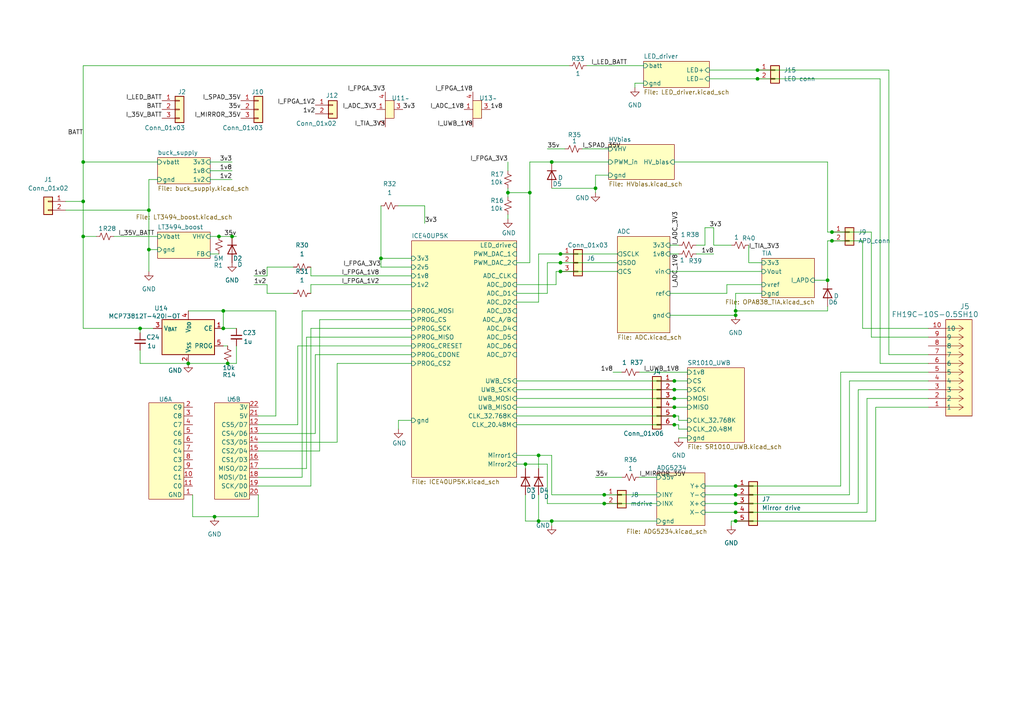
<source format=kicad_sch>
(kicad_sch
	(version 20231120)
	(generator "eeschema")
	(generator_version "8.0")
	(uuid "e63e39d7-6ac0-4ffd-8aa3-1841a4541b55")
	(paper "A4")
	(lib_symbols
		(symbol "0_kicad_custom_symbols:FH19C-10S-0.5SH10"
			(pin_names
				(offset 0.254)
			)
			(exclude_from_sim no)
			(in_bom yes)
			(on_board yes)
			(property "Reference" "J"
				(at -1.016 21.59 0)
				(effects
					(font
						(size 1.524 1.524)
					)
				)
			)
			(property "Value" "FH19C-10S-0.5SH10"
				(at 0.254 19.05 0)
				(effects
					(font
						(size 1.524 1.524)
					)
				)
			)
			(property "Footprint" "CONN_FH19C-10S-0.5SH10_HIR"
				(at -1.778 17.018 0)
				(effects
					(font
						(size 1.27 1.27)
						(italic yes)
					)
					(hide yes)
				)
			)
			(property "Datasheet" "FH19C-10S-0.5SH10"
				(at -1.016 14.986 0)
				(effects
					(font
						(size 1.27 1.27)
						(italic yes)
					)
					(hide yes)
				)
			)
			(property "Description" ""
				(at -10.16 11.43 0)
				(effects
					(font
						(size 1.27 1.27)
					)
					(hide yes)
				)
			)
			(property "ki_locked" ""
				(at 0 0 0)
				(effects
					(font
						(size 1.27 1.27)
					)
				)
			)
			(property "ki_keywords" "FH19C-10S-0.5SH(10)"
				(at 0 0 0)
				(effects
					(font
						(size 1.27 1.27)
					)
					(hide yes)
				)
			)
			(property "ki_fp_filters" "CONN_FH19C-10S-0.5SH10_HIR"
				(at 0 0 0)
				(effects
					(font
						(size 1.27 1.27)
					)
					(hide yes)
				)
			)
			(symbol "FH19C-10S-0.5SH10_1_1"
				(rectangle
					(start -5.08 13.97)
					(end 2.54 -13.97)
					(stroke
						(width 0)
						(type default)
					)
					(fill
						(type background)
					)
				)
				(polyline
					(pts
						(xy -5.08 -13.97) (xy 2.54 -13.97)
					)
					(stroke
						(width 0.127)
						(type default)
					)
					(fill
						(type none)
					)
				)
				(polyline
					(pts
						(xy -5.08 13.97) (xy -5.08 -13.97)
					)
					(stroke
						(width 0.127)
						(type default)
					)
					(fill
						(type none)
					)
				)
				(polyline
					(pts
						(xy 0 -11.43) (xy -5.08 -11.43)
					)
					(stroke
						(width 0.127)
						(type default)
					)
					(fill
						(type none)
					)
				)
				(polyline
					(pts
						(xy 0 -11.43) (xy -1.27 -12.2767)
					)
					(stroke
						(width 0.127)
						(type default)
					)
					(fill
						(type none)
					)
				)
				(polyline
					(pts
						(xy 0 -11.43) (xy -1.27 -10.5833)
					)
					(stroke
						(width 0.127)
						(type default)
					)
					(fill
						(type none)
					)
				)
				(polyline
					(pts
						(xy 0 -8.89) (xy -5.08 -8.89)
					)
					(stroke
						(width 0.127)
						(type default)
					)
					(fill
						(type none)
					)
				)
				(polyline
					(pts
						(xy 0 -8.89) (xy -1.27 -9.7367)
					)
					(stroke
						(width 0.127)
						(type default)
					)
					(fill
						(type none)
					)
				)
				(polyline
					(pts
						(xy 0 -8.89) (xy -1.27 -8.0433)
					)
					(stroke
						(width 0.127)
						(type default)
					)
					(fill
						(type none)
					)
				)
				(polyline
					(pts
						(xy 0 -6.35) (xy -5.08 -6.35)
					)
					(stroke
						(width 0.127)
						(type default)
					)
					(fill
						(type none)
					)
				)
				(polyline
					(pts
						(xy 0 -6.35) (xy -1.27 -7.1967)
					)
					(stroke
						(width 0.127)
						(type default)
					)
					(fill
						(type none)
					)
				)
				(polyline
					(pts
						(xy 0 -6.35) (xy -1.27 -5.5033)
					)
					(stroke
						(width 0.127)
						(type default)
					)
					(fill
						(type none)
					)
				)
				(polyline
					(pts
						(xy 0 -3.81) (xy -5.08 -3.81)
					)
					(stroke
						(width 0.127)
						(type default)
					)
					(fill
						(type none)
					)
				)
				(polyline
					(pts
						(xy 0 -3.81) (xy -1.27 -4.6567)
					)
					(stroke
						(width 0.127)
						(type default)
					)
					(fill
						(type none)
					)
				)
				(polyline
					(pts
						(xy 0 -3.81) (xy -1.27 -2.9633)
					)
					(stroke
						(width 0.127)
						(type default)
					)
					(fill
						(type none)
					)
				)
				(polyline
					(pts
						(xy 0 -1.27) (xy -5.08 -1.27)
					)
					(stroke
						(width 0.127)
						(type default)
					)
					(fill
						(type none)
					)
				)
				(polyline
					(pts
						(xy 0 -1.27) (xy -1.27 -2.1167)
					)
					(stroke
						(width 0.127)
						(type default)
					)
					(fill
						(type none)
					)
				)
				(polyline
					(pts
						(xy 0 -1.27) (xy -1.27 -0.4233)
					)
					(stroke
						(width 0.127)
						(type default)
					)
					(fill
						(type none)
					)
				)
				(polyline
					(pts
						(xy 0 1.27) (xy -5.08 1.27)
					)
					(stroke
						(width 0.127)
						(type default)
					)
					(fill
						(type none)
					)
				)
				(polyline
					(pts
						(xy 0 1.27) (xy -1.27 0.4233)
					)
					(stroke
						(width 0.127)
						(type default)
					)
					(fill
						(type none)
					)
				)
				(polyline
					(pts
						(xy 0 1.27) (xy -1.27 2.1167)
					)
					(stroke
						(width 0.127)
						(type default)
					)
					(fill
						(type none)
					)
				)
				(polyline
					(pts
						(xy 0 3.81) (xy -5.08 3.81)
					)
					(stroke
						(width 0.127)
						(type default)
					)
					(fill
						(type none)
					)
				)
				(polyline
					(pts
						(xy 0 3.81) (xy -1.27 2.9633)
					)
					(stroke
						(width 0.127)
						(type default)
					)
					(fill
						(type none)
					)
				)
				(polyline
					(pts
						(xy 0 3.81) (xy -1.27 4.6567)
					)
					(stroke
						(width 0.127)
						(type default)
					)
					(fill
						(type none)
					)
				)
				(polyline
					(pts
						(xy 0 6.35) (xy -5.08 6.35)
					)
					(stroke
						(width 0.127)
						(type default)
					)
					(fill
						(type none)
					)
				)
				(polyline
					(pts
						(xy 0 6.35) (xy -1.27 5.5033)
					)
					(stroke
						(width 0.127)
						(type default)
					)
					(fill
						(type none)
					)
				)
				(polyline
					(pts
						(xy 0 6.35) (xy -1.27 7.1967)
					)
					(stroke
						(width 0.127)
						(type default)
					)
					(fill
						(type none)
					)
				)
				(polyline
					(pts
						(xy 0 8.89) (xy -5.08 8.89)
					)
					(stroke
						(width 0.127)
						(type default)
					)
					(fill
						(type none)
					)
				)
				(polyline
					(pts
						(xy 0 8.89) (xy -1.27 8.0433)
					)
					(stroke
						(width 0.127)
						(type default)
					)
					(fill
						(type none)
					)
				)
				(polyline
					(pts
						(xy 0 8.89) (xy -1.27 9.7367)
					)
					(stroke
						(width 0.127)
						(type default)
					)
					(fill
						(type none)
					)
				)
				(polyline
					(pts
						(xy 0 11.43) (xy -5.08 11.43)
					)
					(stroke
						(width 0.127)
						(type default)
					)
					(fill
						(type none)
					)
				)
				(polyline
					(pts
						(xy 0 11.43) (xy -1.27 10.5833)
					)
					(stroke
						(width 0.127)
						(type default)
					)
					(fill
						(type none)
					)
				)
				(polyline
					(pts
						(xy 0 11.43) (xy -1.27 12.2767)
					)
					(stroke
						(width 0.127)
						(type default)
					)
					(fill
						(type none)
					)
				)
				(polyline
					(pts
						(xy 2.54 13.97) (xy -5.08 13.97)
					)
					(stroke
						(width 0.127)
						(type default)
					)
					(fill
						(type none)
					)
				)
				(pin unspecified line
					(at -10.16 11.43 0)
					(length 5.08)
					(name "1"
						(effects
							(font
								(size 1.27 1.27)
							)
						)
					)
					(number "1"
						(effects
							(font
								(size 1.27 1.27)
							)
						)
					)
				)
				(pin unspecified line
					(at -10.16 -11.43 0)
					(length 5.08)
					(name "10"
						(effects
							(font
								(size 1.27 1.27)
							)
						)
					)
					(number "10"
						(effects
							(font
								(size 1.27 1.27)
							)
						)
					)
				)
				(pin unspecified line
					(at -10.16 8.89 0)
					(length 5.08)
					(name "2"
						(effects
							(font
								(size 1.27 1.27)
							)
						)
					)
					(number "2"
						(effects
							(font
								(size 1.27 1.27)
							)
						)
					)
				)
				(pin unspecified line
					(at -10.16 6.35 0)
					(length 5.08)
					(name "3"
						(effects
							(font
								(size 1.27 1.27)
							)
						)
					)
					(number "3"
						(effects
							(font
								(size 1.27 1.27)
							)
						)
					)
				)
				(pin unspecified line
					(at -10.16 3.81 0)
					(length 5.08)
					(name "4"
						(effects
							(font
								(size 1.27 1.27)
							)
						)
					)
					(number "4"
						(effects
							(font
								(size 1.27 1.27)
							)
						)
					)
				)
				(pin unspecified line
					(at -10.16 1.27 0)
					(length 5.08)
					(name "5"
						(effects
							(font
								(size 1.27 1.27)
							)
						)
					)
					(number "5"
						(effects
							(font
								(size 1.27 1.27)
							)
						)
					)
				)
				(pin unspecified line
					(at -10.16 -1.27 0)
					(length 5.08)
					(name "6"
						(effects
							(font
								(size 1.27 1.27)
							)
						)
					)
					(number "6"
						(effects
							(font
								(size 1.27 1.27)
							)
						)
					)
				)
				(pin unspecified line
					(at -10.16 -3.81 0)
					(length 5.08)
					(name "7"
						(effects
							(font
								(size 1.27 1.27)
							)
						)
					)
					(number "7"
						(effects
							(font
								(size 1.27 1.27)
							)
						)
					)
				)
				(pin unspecified line
					(at -10.16 -6.35 0)
					(length 5.08)
					(name "8"
						(effects
							(font
								(size 1.27 1.27)
							)
						)
					)
					(number "8"
						(effects
							(font
								(size 1.27 1.27)
							)
						)
					)
				)
				(pin unspecified line
					(at -10.16 -8.89 0)
					(length 5.08)
					(name "9"
						(effects
							(font
								(size 1.27 1.27)
							)
						)
					)
					(number "9"
						(effects
							(font
								(size 1.27 1.27)
							)
						)
					)
				)
			)
			(symbol "FH19C-10S-0.5SH10_1_2"
				(polyline
					(pts
						(xy 5.08 -25.4) (xy 12.7 -25.4)
					)
					(stroke
						(width 0.127)
						(type default)
					)
					(fill
						(type none)
					)
				)
				(polyline
					(pts
						(xy 5.08 2.54) (xy 5.08 -25.4)
					)
					(stroke
						(width 0.127)
						(type default)
					)
					(fill
						(type none)
					)
				)
				(polyline
					(pts
						(xy 7.62 -22.86) (xy 5.08 -22.86)
					)
					(stroke
						(width 0.127)
						(type default)
					)
					(fill
						(type none)
					)
				)
				(polyline
					(pts
						(xy 7.62 -22.86) (xy 8.89 -23.7067)
					)
					(stroke
						(width 0.127)
						(type default)
					)
					(fill
						(type none)
					)
				)
				(polyline
					(pts
						(xy 7.62 -22.86) (xy 8.89 -22.0133)
					)
					(stroke
						(width 0.127)
						(type default)
					)
					(fill
						(type none)
					)
				)
				(polyline
					(pts
						(xy 7.62 -20.32) (xy 5.08 -20.32)
					)
					(stroke
						(width 0.127)
						(type default)
					)
					(fill
						(type none)
					)
				)
				(polyline
					(pts
						(xy 7.62 -20.32) (xy 8.89 -21.1667)
					)
					(stroke
						(width 0.127)
						(type default)
					)
					(fill
						(type none)
					)
				)
				(polyline
					(pts
						(xy 7.62 -20.32) (xy 8.89 -19.4733)
					)
					(stroke
						(width 0.127)
						(type default)
					)
					(fill
						(type none)
					)
				)
				(polyline
					(pts
						(xy 7.62 -17.78) (xy 5.08 -17.78)
					)
					(stroke
						(width 0.127)
						(type default)
					)
					(fill
						(type none)
					)
				)
				(polyline
					(pts
						(xy 7.62 -17.78) (xy 8.89 -18.6267)
					)
					(stroke
						(width 0.127)
						(type default)
					)
					(fill
						(type none)
					)
				)
				(polyline
					(pts
						(xy 7.62 -17.78) (xy 8.89 -16.9333)
					)
					(stroke
						(width 0.127)
						(type default)
					)
					(fill
						(type none)
					)
				)
				(polyline
					(pts
						(xy 7.62 -15.24) (xy 5.08 -15.24)
					)
					(stroke
						(width 0.127)
						(type default)
					)
					(fill
						(type none)
					)
				)
				(polyline
					(pts
						(xy 7.62 -15.24) (xy 8.89 -16.0867)
					)
					(stroke
						(width 0.127)
						(type default)
					)
					(fill
						(type none)
					)
				)
				(polyline
					(pts
						(xy 7.62 -15.24) (xy 8.89 -14.3933)
					)
					(stroke
						(width 0.127)
						(type default)
					)
					(fill
						(type none)
					)
				)
				(polyline
					(pts
						(xy 7.62 -12.7) (xy 5.08 -12.7)
					)
					(stroke
						(width 0.127)
						(type default)
					)
					(fill
						(type none)
					)
				)
				(polyline
					(pts
						(xy 7.62 -12.7) (xy 8.89 -13.5467)
					)
					(stroke
						(width 0.127)
						(type default)
					)
					(fill
						(type none)
					)
				)
				(polyline
					(pts
						(xy 7.62 -12.7) (xy 8.89 -11.8533)
					)
					(stroke
						(width 0.127)
						(type default)
					)
					(fill
						(type none)
					)
				)
				(polyline
					(pts
						(xy 7.62 -10.16) (xy 5.08 -10.16)
					)
					(stroke
						(width 0.127)
						(type default)
					)
					(fill
						(type none)
					)
				)
				(polyline
					(pts
						(xy 7.62 -10.16) (xy 8.89 -11.0067)
					)
					(stroke
						(width 0.127)
						(type default)
					)
					(fill
						(type none)
					)
				)
				(polyline
					(pts
						(xy 7.62 -10.16) (xy 8.89 -9.3133)
					)
					(stroke
						(width 0.127)
						(type default)
					)
					(fill
						(type none)
					)
				)
				(polyline
					(pts
						(xy 7.62 -7.62) (xy 5.08 -7.62)
					)
					(stroke
						(width 0.127)
						(type default)
					)
					(fill
						(type none)
					)
				)
				(polyline
					(pts
						(xy 7.62 -7.62) (xy 8.89 -8.4667)
					)
					(stroke
						(width 0.127)
						(type default)
					)
					(fill
						(type none)
					)
				)
				(polyline
					(pts
						(xy 7.62 -7.62) (xy 8.89 -6.7733)
					)
					(stroke
						(width 0.127)
						(type default)
					)
					(fill
						(type none)
					)
				)
				(polyline
					(pts
						(xy 7.62 -5.08) (xy 5.08 -5.08)
					)
					(stroke
						(width 0.127)
						(type default)
					)
					(fill
						(type none)
					)
				)
				(polyline
					(pts
						(xy 7.62 -5.08) (xy 8.89 -5.9267)
					)
					(stroke
						(width 0.127)
						(type default)
					)
					(fill
						(type none)
					)
				)
				(polyline
					(pts
						(xy 7.62 -5.08) (xy 8.89 -4.2333)
					)
					(stroke
						(width 0.127)
						(type default)
					)
					(fill
						(type none)
					)
				)
				(polyline
					(pts
						(xy 7.62 -2.54) (xy 5.08 -2.54)
					)
					(stroke
						(width 0.127)
						(type default)
					)
					(fill
						(type none)
					)
				)
				(polyline
					(pts
						(xy 7.62 -2.54) (xy 8.89 -3.3867)
					)
					(stroke
						(width 0.127)
						(type default)
					)
					(fill
						(type none)
					)
				)
				(polyline
					(pts
						(xy 7.62 -2.54) (xy 8.89 -1.6933)
					)
					(stroke
						(width 0.127)
						(type default)
					)
					(fill
						(type none)
					)
				)
				(polyline
					(pts
						(xy 7.62 0) (xy 5.08 0)
					)
					(stroke
						(width 0.127)
						(type default)
					)
					(fill
						(type none)
					)
				)
				(polyline
					(pts
						(xy 7.62 0) (xy 8.89 -0.8467)
					)
					(stroke
						(width 0.127)
						(type default)
					)
					(fill
						(type none)
					)
				)
				(polyline
					(pts
						(xy 7.62 0) (xy 8.89 0.8467)
					)
					(stroke
						(width 0.127)
						(type default)
					)
					(fill
						(type none)
					)
				)
				(polyline
					(pts
						(xy 12.7 -25.4) (xy 12.7 2.54)
					)
					(stroke
						(width 0.127)
						(type default)
					)
					(fill
						(type none)
					)
				)
				(polyline
					(pts
						(xy 12.7 2.54) (xy 5.08 2.54)
					)
					(stroke
						(width 0.127)
						(type default)
					)
					(fill
						(type none)
					)
				)
				(pin unspecified line
					(at 0 0 0)
					(length 5.08)
					(name "1"
						(effects
							(font
								(size 1.27 1.27)
							)
						)
					)
					(number "1"
						(effects
							(font
								(size 1.27 1.27)
							)
						)
					)
				)
				(pin unspecified line
					(at 0 -22.86 0)
					(length 5.08)
					(name "10"
						(effects
							(font
								(size 1.27 1.27)
							)
						)
					)
					(number "10"
						(effects
							(font
								(size 1.27 1.27)
							)
						)
					)
				)
				(pin unspecified line
					(at 0 -2.54 0)
					(length 5.08)
					(name "2"
						(effects
							(font
								(size 1.27 1.27)
							)
						)
					)
					(number "2"
						(effects
							(font
								(size 1.27 1.27)
							)
						)
					)
				)
				(pin unspecified line
					(at 0 -5.08 0)
					(length 5.08)
					(name "3"
						(effects
							(font
								(size 1.27 1.27)
							)
						)
					)
					(number "3"
						(effects
							(font
								(size 1.27 1.27)
							)
						)
					)
				)
				(pin unspecified line
					(at 0 -7.62 0)
					(length 5.08)
					(name "4"
						(effects
							(font
								(size 1.27 1.27)
							)
						)
					)
					(number "4"
						(effects
							(font
								(size 1.27 1.27)
							)
						)
					)
				)
				(pin unspecified line
					(at 0 -10.16 0)
					(length 5.08)
					(name "5"
						(effects
							(font
								(size 1.27 1.27)
							)
						)
					)
					(number "5"
						(effects
							(font
								(size 1.27 1.27)
							)
						)
					)
				)
				(pin unspecified line
					(at 0 -12.7 0)
					(length 5.08)
					(name "6"
						(effects
							(font
								(size 1.27 1.27)
							)
						)
					)
					(number "6"
						(effects
							(font
								(size 1.27 1.27)
							)
						)
					)
				)
				(pin unspecified line
					(at 0 -15.24 0)
					(length 5.08)
					(name "7"
						(effects
							(font
								(size 1.27 1.27)
							)
						)
					)
					(number "7"
						(effects
							(font
								(size 1.27 1.27)
							)
						)
					)
				)
				(pin unspecified line
					(at 0 -17.78 0)
					(length 5.08)
					(name "8"
						(effects
							(font
								(size 1.27 1.27)
							)
						)
					)
					(number "8"
						(effects
							(font
								(size 1.27 1.27)
							)
						)
					)
				)
				(pin unspecified line
					(at 0 -20.32 0)
					(length 5.08)
					(name "9"
						(effects
							(font
								(size 1.27 1.27)
							)
						)
					)
					(number "9"
						(effects
							(font
								(size 1.27 1.27)
							)
						)
					)
				)
			)
		)
		(symbol "0_kicad_custom_symbols:adafruit_FT232H"
			(exclude_from_sim no)
			(in_bom yes)
			(on_board yes)
			(property "Reference" "U"
				(at -2.286 15.494 0)
				(effects
					(font
						(size 1.27 1.27)
					)
				)
			)
			(property "Value" ""
				(at -25.4 7.112 0)
				(effects
					(font
						(size 1.27 1.27)
					)
				)
			)
			(property "Footprint" ""
				(at -25.4 7.112 0)
				(effects
					(font
						(size 1.27 1.27)
					)
					(hide yes)
				)
			)
			(property "Datasheet" ""
				(at -25.4 7.112 0)
				(effects
					(font
						(size 1.27 1.27)
					)
					(hide yes)
				)
			)
			(property "Description" ""
				(at -25.4 7.112 0)
				(effects
					(font
						(size 1.27 1.27)
					)
					(hide yes)
				)
			)
			(property "ki_locked" ""
				(at 0 0 0)
				(effects
					(font
						(size 1.27 1.27)
					)
				)
			)
			(symbol "adafruit_FT232H_1_0"
				(pin unspecified line
					(at 5.08 -12.7 180)
					(length 2.54)
					(name "GND"
						(effects
							(font
								(size 1.27 1.27)
							)
						)
					)
					(number "1"
						(effects
							(font
								(size 1.27 1.27)
							)
						)
					)
				)
				(pin unspecified line
					(at 5.08 -7.62 180)
					(length 2.54)
					(name "C1"
						(effects
							(font
								(size 1.27 1.27)
							)
						)
					)
					(number "10"
						(effects
							(font
								(size 1.27 1.27)
							)
						)
					)
				)
				(pin unspecified line
					(at 5.08 -10.16 180)
					(length 2.54)
					(name "C0"
						(effects
							(font
								(size 1.27 1.27)
							)
						)
					)
					(number "11"
						(effects
							(font
								(size 1.27 1.27)
							)
						)
					)
				)
				(pin unspecified line
					(at 5.08 12.7 180)
					(length 2.54)
					(name "C9"
						(effects
							(font
								(size 1.27 1.27)
							)
						)
					)
					(number "2"
						(effects
							(font
								(size 1.27 1.27)
							)
						)
					)
				)
				(pin unspecified line
					(at 5.08 10.16 180)
					(length 2.54)
					(name "C8"
						(effects
							(font
								(size 1.27 1.27)
							)
						)
					)
					(number "3"
						(effects
							(font
								(size 1.27 1.27)
							)
						)
					)
				)
				(pin unspecified line
					(at 5.08 7.62 180)
					(length 2.54)
					(name "C7"
						(effects
							(font
								(size 1.27 1.27)
							)
						)
					)
					(number "4"
						(effects
							(font
								(size 1.27 1.27)
							)
						)
					)
				)
				(pin unspecified line
					(at 5.08 5.08 180)
					(length 2.54)
					(name "C6"
						(effects
							(font
								(size 1.27 1.27)
							)
						)
					)
					(number "5"
						(effects
							(font
								(size 1.27 1.27)
							)
						)
					)
				)
				(pin unspecified line
					(at 5.08 2.54 180)
					(length 2.54)
					(name "C5"
						(effects
							(font
								(size 1.27 1.27)
							)
						)
					)
					(number "6"
						(effects
							(font
								(size 1.27 1.27)
							)
						)
					)
				)
				(pin unspecified line
					(at 5.08 0 180)
					(length 2.54)
					(name "C4"
						(effects
							(font
								(size 1.27 1.27)
							)
						)
					)
					(number "7"
						(effects
							(font
								(size 1.27 1.27)
							)
						)
					)
				)
				(pin unspecified line
					(at 5.08 -2.54 180)
					(length 2.54)
					(name "C3"
						(effects
							(font
								(size 1.27 1.27)
							)
						)
					)
					(number "8"
						(effects
							(font
								(size 1.27 1.27)
							)
						)
					)
				)
				(pin unspecified line
					(at 5.08 -5.08 180)
					(length 2.54)
					(name "C2"
						(effects
							(font
								(size 1.27 1.27)
							)
						)
					)
					(number "9"
						(effects
							(font
								(size 1.27 1.27)
							)
						)
					)
				)
			)
			(symbol "adafruit_FT232H_1_1"
				(rectangle
					(start -7.62 13.97)
					(end 2.54 -13.97)
					(stroke
						(width 0)
						(type default)
					)
					(fill
						(type background)
					)
				)
			)
			(symbol "adafruit_FT232H_2_0"
				(pin unspecified line
					(at 5.08 7.62 180)
					(length 2.54)
					(name "CS5/D7"
						(effects
							(font
								(size 1.27 1.27)
							)
						)
					)
					(number "12"
						(effects
							(font
								(size 1.27 1.27)
							)
						)
					)
				)
				(pin unspecified line
					(at 5.08 5.08 180)
					(length 2.54)
					(name "CS4/D6"
						(effects
							(font
								(size 1.27 1.27)
							)
						)
					)
					(number "13"
						(effects
							(font
								(size 1.27 1.27)
							)
						)
					)
				)
				(pin unspecified line
					(at 5.08 2.54 180)
					(length 2.54)
					(name "CS3/D5"
						(effects
							(font
								(size 1.27 1.27)
							)
						)
					)
					(number "14"
						(effects
							(font
								(size 1.27 1.27)
							)
						)
					)
				)
				(pin unspecified line
					(at 5.08 0 180)
					(length 2.54)
					(name "CS2/D4"
						(effects
							(font
								(size 1.27 1.27)
							)
						)
					)
					(number "15"
						(effects
							(font
								(size 1.27 1.27)
							)
						)
					)
				)
				(pin unspecified line
					(at 5.08 -2.54 180)
					(length 2.54)
					(name "CS1/D3"
						(effects
							(font
								(size 1.27 1.27)
							)
						)
					)
					(number "16"
						(effects
							(font
								(size 1.27 1.27)
							)
						)
					)
				)
				(pin unspecified line
					(at 5.08 -5.08 180)
					(length 2.54)
					(name "MISO/D2"
						(effects
							(font
								(size 1.27 1.27)
							)
						)
					)
					(number "17"
						(effects
							(font
								(size 1.27 1.27)
							)
						)
					)
				)
				(pin unspecified line
					(at 5.08 -7.62 180)
					(length 2.54)
					(name "MOSI/D1"
						(effects
							(font
								(size 1.27 1.27)
							)
						)
					)
					(number "18"
						(effects
							(font
								(size 1.27 1.27)
							)
						)
					)
				)
				(pin unspecified line
					(at 5.08 -10.16 180)
					(length 2.54)
					(name "SCK/D0"
						(effects
							(font
								(size 1.27 1.27)
							)
						)
					)
					(number "19"
						(effects
							(font
								(size 1.27 1.27)
							)
						)
					)
				)
				(pin unspecified line
					(at 5.08 -12.7 180)
					(length 2.54)
					(name "GND"
						(effects
							(font
								(size 1.27 1.27)
							)
						)
					)
					(number "20"
						(effects
							(font
								(size 1.27 1.27)
							)
						)
					)
				)
				(pin unspecified line
					(at 5.08 10.16 180)
					(length 2.54)
					(name "5V"
						(effects
							(font
								(size 1.27 1.27)
							)
						)
					)
					(number "21"
						(effects
							(font
								(size 1.27 1.27)
							)
						)
					)
				)
				(pin unspecified line
					(at 5.08 12.7 180)
					(length 2.54)
					(name "3V"
						(effects
							(font
								(size 1.27 1.27)
							)
						)
					)
					(number "22"
						(effects
							(font
								(size 1.27 1.27)
							)
						)
					)
				)
			)
			(symbol "adafruit_FT232H_2_1"
				(rectangle
					(start -7.62 13.97)
					(end 2.54 -13.97)
					(stroke
						(width 0)
						(type default)
					)
					(fill
						(type background)
					)
				)
			)
		)
		(symbol "0_kicad_custom_symbols:pin-T"
			(exclude_from_sim no)
			(in_bom yes)
			(on_board yes)
			(property "Reference" "U"
				(at 2.032 8.382 0)
				(effects
					(font
						(size 1.27 1.27)
					)
				)
			)
			(property "Value" ""
				(at -3.81 0 0)
				(effects
					(font
						(size 1.27 1.27)
					)
				)
			)
			(property "Footprint" ""
				(at -3.81 0 0)
				(effects
					(font
						(size 1.27 1.27)
					)
					(hide yes)
				)
			)
			(property "Datasheet" ""
				(at -3.81 0 0)
				(effects
					(font
						(size 1.27 1.27)
					)
					(hide yes)
				)
			)
			(property "Description" ""
				(at -3.81 0 0)
				(effects
					(font
						(size 1.27 1.27)
					)
					(hide yes)
				)
			)
			(symbol "pin-T_0_0"
				(pin unspecified line
					(at -2.54 0 0)
					(length 2.54)
					(name ""
						(effects
							(font
								(size 1.27 1.27)
							)
						)
					)
					(number "1"
						(effects
							(font
								(size 1.27 1.27)
							)
						)
					)
				)
				(pin unspecified line
					(at 0 -5.08 90)
					(length 2.54)
					(name ""
						(effects
							(font
								(size 1.27 1.27)
							)
						)
					)
					(number "2"
						(effects
							(font
								(size 1.27 1.27)
							)
						)
					)
				)
				(pin unspecified line
					(at 5.08 0 180)
					(length 2.54)
					(name ""
						(effects
							(font
								(size 1.27 1.27)
							)
						)
					)
					(number "3"
						(effects
							(font
								(size 1.27 1.27)
							)
						)
					)
				)
				(pin unspecified line
					(at 0 5.08 270)
					(length 2.54)
					(name ""
						(effects
							(font
								(size 1.27 1.27)
							)
						)
					)
					(number "4"
						(effects
							(font
								(size 1.27 1.27)
							)
						)
					)
				)
			)
			(symbol "pin-T_0_1"
				(rectangle
					(start 0 2.54)
					(end 2.54 -2.54)
					(stroke
						(width 0)
						(type default)
					)
					(fill
						(type background)
					)
				)
			)
		)
		(symbol "Battery_Management:MCP73812T-420I-OT"
			(exclude_from_sim no)
			(in_bom yes)
			(on_board yes)
			(property "Reference" "U"
				(at -6.35 6.35 0)
				(effects
					(font
						(size 1.27 1.27)
					)
				)
			)
			(property "Value" "MCP73812T-420I-OT"
				(at 1.27 6.35 0)
				(effects
					(font
						(size 1.27 1.27)
					)
					(justify left)
				)
			)
			(property "Footprint" "Package_TO_SOT_SMD:SOT-23-5"
				(at 1.27 -6.35 0)
				(effects
					(font
						(size 1.27 1.27)
					)
					(justify left)
					(hide yes)
				)
			)
			(property "Datasheet" "http://ww1.microchip.com/downloads/en/DeviceDoc/22036b.pdf"
				(at -6.35 6.35 0)
				(effects
					(font
						(size 1.27 1.27)
					)
					(hide yes)
				)
			)
			(property "Description" "Simple, Miniature Single-Cell, Fully Integrated Li-Ion / Li-Polymer Charge Management Controllers, 50mA-500mA, 4.2V, SOT23-5"
				(at 0 0 0)
				(effects
					(font
						(size 1.27 1.27)
					)
					(hide yes)
				)
			)
			(property "ki_keywords" "Lithium-Ion Battery Charger"
				(at 0 0 0)
				(effects
					(font
						(size 1.27 1.27)
					)
					(hide yes)
				)
			)
			(property "ki_fp_filters" "SOT?23*"
				(at 0 0 0)
				(effects
					(font
						(size 1.27 1.27)
					)
					(hide yes)
				)
			)
			(symbol "MCP73812T-420I-OT_0_1"
				(rectangle
					(start -7.62 5.08)
					(end 7.62 -5.08)
					(stroke
						(width 0.254)
						(type default)
					)
					(fill
						(type background)
					)
				)
			)
			(symbol "MCP73812T-420I-OT_1_1"
				(pin input line
					(at -10.16 2.54 0)
					(length 2.54)
					(name "CE"
						(effects
							(font
								(size 1.27 1.27)
							)
						)
					)
					(number "1"
						(effects
							(font
								(size 1.27 1.27)
							)
						)
					)
				)
				(pin power_in line
					(at 0 -7.62 90)
					(length 2.54)
					(name "V_{SS}"
						(effects
							(font
								(size 1.27 1.27)
							)
						)
					)
					(number "2"
						(effects
							(font
								(size 1.27 1.27)
							)
						)
					)
				)
				(pin power_out line
					(at 10.16 2.54 180)
					(length 2.54)
					(name "V_{BAT}"
						(effects
							(font
								(size 1.27 1.27)
							)
						)
					)
					(number "3"
						(effects
							(font
								(size 1.27 1.27)
							)
						)
					)
				)
				(pin power_in line
					(at 0 7.62 270)
					(length 2.54)
					(name "V_{DD}"
						(effects
							(font
								(size 1.27 1.27)
							)
						)
					)
					(number "4"
						(effects
							(font
								(size 1.27 1.27)
							)
						)
					)
				)
				(pin input line
					(at -10.16 -2.54 0)
					(length 2.54)
					(name "PROG"
						(effects
							(font
								(size 1.27 1.27)
							)
						)
					)
					(number "5"
						(effects
							(font
								(size 1.27 1.27)
							)
						)
					)
				)
			)
		)
		(symbol "Connector_Generic:Conn_01x02"
			(pin_names
				(offset 1.016) hide)
			(exclude_from_sim no)
			(in_bom yes)
			(on_board yes)
			(property "Reference" "J"
				(at 0 2.54 0)
				(effects
					(font
						(size 1.27 1.27)
					)
				)
			)
			(property "Value" "Conn_01x02"
				(at 0 -5.08 0)
				(effects
					(font
						(size 1.27 1.27)
					)
				)
			)
			(property "Footprint" ""
				(at 0 0 0)
				(effects
					(font
						(size 1.27 1.27)
					)
					(hide yes)
				)
			)
			(property "Datasheet" "~"
				(at 0 0 0)
				(effects
					(font
						(size 1.27 1.27)
					)
					(hide yes)
				)
			)
			(property "Description" "Generic connector, single row, 01x02, script generated (kicad-library-utils/schlib/autogen/connector/)"
				(at 0 0 0)
				(effects
					(font
						(size 1.27 1.27)
					)
					(hide yes)
				)
			)
			(property "ki_keywords" "connector"
				(at 0 0 0)
				(effects
					(font
						(size 1.27 1.27)
					)
					(hide yes)
				)
			)
			(property "ki_fp_filters" "Connector*:*_1x??_*"
				(at 0 0 0)
				(effects
					(font
						(size 1.27 1.27)
					)
					(hide yes)
				)
			)
			(symbol "Conn_01x02_1_1"
				(rectangle
					(start -1.27 -2.413)
					(end 0 -2.667)
					(stroke
						(width 0.1524)
						(type default)
					)
					(fill
						(type none)
					)
				)
				(rectangle
					(start -1.27 0.127)
					(end 0 -0.127)
					(stroke
						(width 0.1524)
						(type default)
					)
					(fill
						(type none)
					)
				)
				(rectangle
					(start -1.27 1.27)
					(end 1.27 -3.81)
					(stroke
						(width 0.254)
						(type default)
					)
					(fill
						(type background)
					)
				)
				(pin passive line
					(at -5.08 0 0)
					(length 3.81)
					(name "Pin_1"
						(effects
							(font
								(size 1.27 1.27)
							)
						)
					)
					(number "1"
						(effects
							(font
								(size 1.27 1.27)
							)
						)
					)
				)
				(pin passive line
					(at -5.08 -2.54 0)
					(length 3.81)
					(name "Pin_2"
						(effects
							(font
								(size 1.27 1.27)
							)
						)
					)
					(number "2"
						(effects
							(font
								(size 1.27 1.27)
							)
						)
					)
				)
			)
		)
		(symbol "Connector_Generic:Conn_01x03"
			(pin_names
				(offset 1.016) hide)
			(exclude_from_sim no)
			(in_bom yes)
			(on_board yes)
			(property "Reference" "J"
				(at 0 5.08 0)
				(effects
					(font
						(size 1.27 1.27)
					)
				)
			)
			(property "Value" "Conn_01x03"
				(at 0 -5.08 0)
				(effects
					(font
						(size 1.27 1.27)
					)
				)
			)
			(property "Footprint" ""
				(at 0 0 0)
				(effects
					(font
						(size 1.27 1.27)
					)
					(hide yes)
				)
			)
			(property "Datasheet" "~"
				(at 0 0 0)
				(effects
					(font
						(size 1.27 1.27)
					)
					(hide yes)
				)
			)
			(property "Description" "Generic connector, single row, 01x03, script generated (kicad-library-utils/schlib/autogen/connector/)"
				(at 0 0 0)
				(effects
					(font
						(size 1.27 1.27)
					)
					(hide yes)
				)
			)
			(property "ki_keywords" "connector"
				(at 0 0 0)
				(effects
					(font
						(size 1.27 1.27)
					)
					(hide yes)
				)
			)
			(property "ki_fp_filters" "Connector*:*_1x??_*"
				(at 0 0 0)
				(effects
					(font
						(size 1.27 1.27)
					)
					(hide yes)
				)
			)
			(symbol "Conn_01x03_1_1"
				(rectangle
					(start -1.27 -2.413)
					(end 0 -2.667)
					(stroke
						(width 0.1524)
						(type default)
					)
					(fill
						(type none)
					)
				)
				(rectangle
					(start -1.27 0.127)
					(end 0 -0.127)
					(stroke
						(width 0.1524)
						(type default)
					)
					(fill
						(type none)
					)
				)
				(rectangle
					(start -1.27 2.667)
					(end 0 2.413)
					(stroke
						(width 0.1524)
						(type default)
					)
					(fill
						(type none)
					)
				)
				(rectangle
					(start -1.27 3.81)
					(end 1.27 -3.81)
					(stroke
						(width 0.254)
						(type default)
					)
					(fill
						(type background)
					)
				)
				(pin passive line
					(at -5.08 2.54 0)
					(length 3.81)
					(name "Pin_1"
						(effects
							(font
								(size 1.27 1.27)
							)
						)
					)
					(number "1"
						(effects
							(font
								(size 1.27 1.27)
							)
						)
					)
				)
				(pin passive line
					(at -5.08 0 0)
					(length 3.81)
					(name "Pin_2"
						(effects
							(font
								(size 1.27 1.27)
							)
						)
					)
					(number "2"
						(effects
							(font
								(size 1.27 1.27)
							)
						)
					)
				)
				(pin passive line
					(at -5.08 -2.54 0)
					(length 3.81)
					(name "Pin_3"
						(effects
							(font
								(size 1.27 1.27)
							)
						)
					)
					(number "3"
						(effects
							(font
								(size 1.27 1.27)
							)
						)
					)
				)
			)
		)
		(symbol "Connector_Generic:Conn_01x05"
			(pin_names
				(offset 1.016) hide)
			(exclude_from_sim no)
			(in_bom yes)
			(on_board yes)
			(property "Reference" "J"
				(at 0 7.62 0)
				(effects
					(font
						(size 1.27 1.27)
					)
				)
			)
			(property "Value" "Conn_01x05"
				(at 0 -7.62 0)
				(effects
					(font
						(size 1.27 1.27)
					)
				)
			)
			(property "Footprint" ""
				(at 0 0 0)
				(effects
					(font
						(size 1.27 1.27)
					)
					(hide yes)
				)
			)
			(property "Datasheet" "~"
				(at 0 0 0)
				(effects
					(font
						(size 1.27 1.27)
					)
					(hide yes)
				)
			)
			(property "Description" "Generic connector, single row, 01x05, script generated (kicad-library-utils/schlib/autogen/connector/)"
				(at 0 0 0)
				(effects
					(font
						(size 1.27 1.27)
					)
					(hide yes)
				)
			)
			(property "ki_keywords" "connector"
				(at 0 0 0)
				(effects
					(font
						(size 1.27 1.27)
					)
					(hide yes)
				)
			)
			(property "ki_fp_filters" "Connector*:*_1x??_*"
				(at 0 0 0)
				(effects
					(font
						(size 1.27 1.27)
					)
					(hide yes)
				)
			)
			(symbol "Conn_01x05_1_1"
				(rectangle
					(start -1.27 -4.953)
					(end 0 -5.207)
					(stroke
						(width 0.1524)
						(type default)
					)
					(fill
						(type none)
					)
				)
				(rectangle
					(start -1.27 -2.413)
					(end 0 -2.667)
					(stroke
						(width 0.1524)
						(type default)
					)
					(fill
						(type none)
					)
				)
				(rectangle
					(start -1.27 0.127)
					(end 0 -0.127)
					(stroke
						(width 0.1524)
						(type default)
					)
					(fill
						(type none)
					)
				)
				(rectangle
					(start -1.27 2.667)
					(end 0 2.413)
					(stroke
						(width 0.1524)
						(type default)
					)
					(fill
						(type none)
					)
				)
				(rectangle
					(start -1.27 5.207)
					(end 0 4.953)
					(stroke
						(width 0.1524)
						(type default)
					)
					(fill
						(type none)
					)
				)
				(rectangle
					(start -1.27 6.35)
					(end 1.27 -6.35)
					(stroke
						(width 0.254)
						(type default)
					)
					(fill
						(type background)
					)
				)
				(pin passive line
					(at -5.08 5.08 0)
					(length 3.81)
					(name "Pin_1"
						(effects
							(font
								(size 1.27 1.27)
							)
						)
					)
					(number "1"
						(effects
							(font
								(size 1.27 1.27)
							)
						)
					)
				)
				(pin passive line
					(at -5.08 2.54 0)
					(length 3.81)
					(name "Pin_2"
						(effects
							(font
								(size 1.27 1.27)
							)
						)
					)
					(number "2"
						(effects
							(font
								(size 1.27 1.27)
							)
						)
					)
				)
				(pin passive line
					(at -5.08 0 0)
					(length 3.81)
					(name "Pin_3"
						(effects
							(font
								(size 1.27 1.27)
							)
						)
					)
					(number "3"
						(effects
							(font
								(size 1.27 1.27)
							)
						)
					)
				)
				(pin passive line
					(at -5.08 -2.54 0)
					(length 3.81)
					(name "Pin_4"
						(effects
							(font
								(size 1.27 1.27)
							)
						)
					)
					(number "4"
						(effects
							(font
								(size 1.27 1.27)
							)
						)
					)
				)
				(pin passive line
					(at -5.08 -5.08 0)
					(length 3.81)
					(name "Pin_5"
						(effects
							(font
								(size 1.27 1.27)
							)
						)
					)
					(number "5"
						(effects
							(font
								(size 1.27 1.27)
							)
						)
					)
				)
			)
		)
		(symbol "Connector_Generic:Conn_01x06"
			(pin_names
				(offset 1.016) hide)
			(exclude_from_sim no)
			(in_bom yes)
			(on_board yes)
			(property "Reference" "J"
				(at 0 7.62 0)
				(effects
					(font
						(size 1.27 1.27)
					)
				)
			)
			(property "Value" "Conn_01x06"
				(at 0 -10.16 0)
				(effects
					(font
						(size 1.27 1.27)
					)
				)
			)
			(property "Footprint" ""
				(at 0 0 0)
				(effects
					(font
						(size 1.27 1.27)
					)
					(hide yes)
				)
			)
			(property "Datasheet" "~"
				(at 0 0 0)
				(effects
					(font
						(size 1.27 1.27)
					)
					(hide yes)
				)
			)
			(property "Description" "Generic connector, single row, 01x06, script generated (kicad-library-utils/schlib/autogen/connector/)"
				(at 0 0 0)
				(effects
					(font
						(size 1.27 1.27)
					)
					(hide yes)
				)
			)
			(property "ki_keywords" "connector"
				(at 0 0 0)
				(effects
					(font
						(size 1.27 1.27)
					)
					(hide yes)
				)
			)
			(property "ki_fp_filters" "Connector*:*_1x??_*"
				(at 0 0 0)
				(effects
					(font
						(size 1.27 1.27)
					)
					(hide yes)
				)
			)
			(symbol "Conn_01x06_1_1"
				(rectangle
					(start -1.27 -7.493)
					(end 0 -7.747)
					(stroke
						(width 0.1524)
						(type default)
					)
					(fill
						(type none)
					)
				)
				(rectangle
					(start -1.27 -4.953)
					(end 0 -5.207)
					(stroke
						(width 0.1524)
						(type default)
					)
					(fill
						(type none)
					)
				)
				(rectangle
					(start -1.27 -2.413)
					(end 0 -2.667)
					(stroke
						(width 0.1524)
						(type default)
					)
					(fill
						(type none)
					)
				)
				(rectangle
					(start -1.27 0.127)
					(end 0 -0.127)
					(stroke
						(width 0.1524)
						(type default)
					)
					(fill
						(type none)
					)
				)
				(rectangle
					(start -1.27 2.667)
					(end 0 2.413)
					(stroke
						(width 0.1524)
						(type default)
					)
					(fill
						(type none)
					)
				)
				(rectangle
					(start -1.27 5.207)
					(end 0 4.953)
					(stroke
						(width 0.1524)
						(type default)
					)
					(fill
						(type none)
					)
				)
				(rectangle
					(start -1.27 6.35)
					(end 1.27 -8.89)
					(stroke
						(width 0.254)
						(type default)
					)
					(fill
						(type background)
					)
				)
				(pin passive line
					(at -5.08 5.08 0)
					(length 3.81)
					(name "Pin_1"
						(effects
							(font
								(size 1.27 1.27)
							)
						)
					)
					(number "1"
						(effects
							(font
								(size 1.27 1.27)
							)
						)
					)
				)
				(pin passive line
					(at -5.08 2.54 0)
					(length 3.81)
					(name "Pin_2"
						(effects
							(font
								(size 1.27 1.27)
							)
						)
					)
					(number "2"
						(effects
							(font
								(size 1.27 1.27)
							)
						)
					)
				)
				(pin passive line
					(at -5.08 0 0)
					(length 3.81)
					(name "Pin_3"
						(effects
							(font
								(size 1.27 1.27)
							)
						)
					)
					(number "3"
						(effects
							(font
								(size 1.27 1.27)
							)
						)
					)
				)
				(pin passive line
					(at -5.08 -2.54 0)
					(length 3.81)
					(name "Pin_4"
						(effects
							(font
								(size 1.27 1.27)
							)
						)
					)
					(number "4"
						(effects
							(font
								(size 1.27 1.27)
							)
						)
					)
				)
				(pin passive line
					(at -5.08 -5.08 0)
					(length 3.81)
					(name "Pin_5"
						(effects
							(font
								(size 1.27 1.27)
							)
						)
					)
					(number "5"
						(effects
							(font
								(size 1.27 1.27)
							)
						)
					)
				)
				(pin passive line
					(at -5.08 -7.62 0)
					(length 3.81)
					(name "Pin_6"
						(effects
							(font
								(size 1.27 1.27)
							)
						)
					)
					(number "6"
						(effects
							(font
								(size 1.27 1.27)
							)
						)
					)
				)
			)
		)
		(symbol "Device:C_Small"
			(pin_numbers hide)
			(pin_names
				(offset 0.254) hide)
			(exclude_from_sim no)
			(in_bom yes)
			(on_board yes)
			(property "Reference" "C"
				(at 0.254 1.778 0)
				(effects
					(font
						(size 1.27 1.27)
					)
					(justify left)
				)
			)
			(property "Value" "C_Small"
				(at 0.254 -2.032 0)
				(effects
					(font
						(size 1.27 1.27)
					)
					(justify left)
				)
			)
			(property "Footprint" ""
				(at 0 0 0)
				(effects
					(font
						(size 1.27 1.27)
					)
					(hide yes)
				)
			)
			(property "Datasheet" "~"
				(at 0 0 0)
				(effects
					(font
						(size 1.27 1.27)
					)
					(hide yes)
				)
			)
			(property "Description" "Unpolarized capacitor, small symbol"
				(at 0 0 0)
				(effects
					(font
						(size 1.27 1.27)
					)
					(hide yes)
				)
			)
			(property "ki_keywords" "capacitor cap"
				(at 0 0 0)
				(effects
					(font
						(size 1.27 1.27)
					)
					(hide yes)
				)
			)
			(property "ki_fp_filters" "C_*"
				(at 0 0 0)
				(effects
					(font
						(size 1.27 1.27)
					)
					(hide yes)
				)
			)
			(symbol "C_Small_0_1"
				(polyline
					(pts
						(xy -1.524 -0.508) (xy 1.524 -0.508)
					)
					(stroke
						(width 0.3302)
						(type default)
					)
					(fill
						(type none)
					)
				)
				(polyline
					(pts
						(xy -1.524 0.508) (xy 1.524 0.508)
					)
					(stroke
						(width 0.3048)
						(type default)
					)
					(fill
						(type none)
					)
				)
			)
			(symbol "C_Small_1_1"
				(pin passive line
					(at 0 2.54 270)
					(length 2.032)
					(name "~"
						(effects
							(font
								(size 1.27 1.27)
							)
						)
					)
					(number "1"
						(effects
							(font
								(size 1.27 1.27)
							)
						)
					)
				)
				(pin passive line
					(at 0 -2.54 90)
					(length 2.032)
					(name "~"
						(effects
							(font
								(size 1.27 1.27)
							)
						)
					)
					(number "2"
						(effects
							(font
								(size 1.27 1.27)
							)
						)
					)
				)
			)
		)
		(symbol "Device:D"
			(pin_numbers hide)
			(pin_names
				(offset 1.016) hide)
			(exclude_from_sim no)
			(in_bom yes)
			(on_board yes)
			(property "Reference" "D"
				(at 0 2.54 0)
				(effects
					(font
						(size 1.27 1.27)
					)
				)
			)
			(property "Value" "D"
				(at 0 -2.54 0)
				(effects
					(font
						(size 1.27 1.27)
					)
				)
			)
			(property "Footprint" ""
				(at 0 0 0)
				(effects
					(font
						(size 1.27 1.27)
					)
					(hide yes)
				)
			)
			(property "Datasheet" "~"
				(at 0 0 0)
				(effects
					(font
						(size 1.27 1.27)
					)
					(hide yes)
				)
			)
			(property "Description" "Diode"
				(at 0 0 0)
				(effects
					(font
						(size 1.27 1.27)
					)
					(hide yes)
				)
			)
			(property "Sim.Device" "D"
				(at 0 0 0)
				(effects
					(font
						(size 1.27 1.27)
					)
					(hide yes)
				)
			)
			(property "Sim.Pins" "1=K 2=A"
				(at 0 0 0)
				(effects
					(font
						(size 1.27 1.27)
					)
					(hide yes)
				)
			)
			(property "ki_keywords" "diode"
				(at 0 0 0)
				(effects
					(font
						(size 1.27 1.27)
					)
					(hide yes)
				)
			)
			(property "ki_fp_filters" "TO-???* *_Diode_* *SingleDiode* D_*"
				(at 0 0 0)
				(effects
					(font
						(size 1.27 1.27)
					)
					(hide yes)
				)
			)
			(symbol "D_0_1"
				(polyline
					(pts
						(xy -1.27 1.27) (xy -1.27 -1.27)
					)
					(stroke
						(width 0.254)
						(type default)
					)
					(fill
						(type none)
					)
				)
				(polyline
					(pts
						(xy 1.27 0) (xy -1.27 0)
					)
					(stroke
						(width 0)
						(type default)
					)
					(fill
						(type none)
					)
				)
				(polyline
					(pts
						(xy 1.27 1.27) (xy 1.27 -1.27) (xy -1.27 0) (xy 1.27 1.27)
					)
					(stroke
						(width 0.254)
						(type default)
					)
					(fill
						(type none)
					)
				)
			)
			(symbol "D_1_1"
				(pin passive line
					(at -3.81 0 0)
					(length 2.54)
					(name "K"
						(effects
							(font
								(size 1.27 1.27)
							)
						)
					)
					(number "1"
						(effects
							(font
								(size 1.27 1.27)
							)
						)
					)
				)
				(pin passive line
					(at 3.81 0 180)
					(length 2.54)
					(name "A"
						(effects
							(font
								(size 1.27 1.27)
							)
						)
					)
					(number "2"
						(effects
							(font
								(size 1.27 1.27)
							)
						)
					)
				)
			)
		)
		(symbol "Device:R_Small_US"
			(pin_numbers hide)
			(pin_names
				(offset 0.254) hide)
			(exclude_from_sim no)
			(in_bom yes)
			(on_board yes)
			(property "Reference" "R"
				(at 0.762 0.508 0)
				(effects
					(font
						(size 1.27 1.27)
					)
					(justify left)
				)
			)
			(property "Value" "R_Small_US"
				(at 0.762 -1.016 0)
				(effects
					(font
						(size 1.27 1.27)
					)
					(justify left)
				)
			)
			(property "Footprint" ""
				(at 0 0 0)
				(effects
					(font
						(size 1.27 1.27)
					)
					(hide yes)
				)
			)
			(property "Datasheet" "~"
				(at 0 0 0)
				(effects
					(font
						(size 1.27 1.27)
					)
					(hide yes)
				)
			)
			(property "Description" "Resistor, small US symbol"
				(at 0 0 0)
				(effects
					(font
						(size 1.27 1.27)
					)
					(hide yes)
				)
			)
			(property "ki_keywords" "r resistor"
				(at 0 0 0)
				(effects
					(font
						(size 1.27 1.27)
					)
					(hide yes)
				)
			)
			(property "ki_fp_filters" "R_*"
				(at 0 0 0)
				(effects
					(font
						(size 1.27 1.27)
					)
					(hide yes)
				)
			)
			(symbol "R_Small_US_1_1"
				(polyline
					(pts
						(xy 0 0) (xy 1.016 -0.381) (xy 0 -0.762) (xy -1.016 -1.143) (xy 0 -1.524)
					)
					(stroke
						(width 0)
						(type default)
					)
					(fill
						(type none)
					)
				)
				(polyline
					(pts
						(xy 0 1.524) (xy 1.016 1.143) (xy 0 0.762) (xy -1.016 0.381) (xy 0 0)
					)
					(stroke
						(width 0)
						(type default)
					)
					(fill
						(type none)
					)
				)
				(pin passive line
					(at 0 2.54 270)
					(length 1.016)
					(name "~"
						(effects
							(font
								(size 1.27 1.27)
							)
						)
					)
					(number "1"
						(effects
							(font
								(size 1.27 1.27)
							)
						)
					)
				)
				(pin passive line
					(at 0 -2.54 90)
					(length 1.016)
					(name "~"
						(effects
							(font
								(size 1.27 1.27)
							)
						)
					)
					(number "2"
						(effects
							(font
								(size 1.27 1.27)
							)
						)
					)
				)
			)
		)
		(symbol "power:GND"
			(power)
			(pin_names
				(offset 0)
			)
			(exclude_from_sim no)
			(in_bom yes)
			(on_board yes)
			(property "Reference" "#PWR"
				(at 0 -6.35 0)
				(effects
					(font
						(size 1.27 1.27)
					)
					(hide yes)
				)
			)
			(property "Value" "GND"
				(at 0 -3.81 0)
				(effects
					(font
						(size 1.27 1.27)
					)
				)
			)
			(property "Footprint" ""
				(at 0 0 0)
				(effects
					(font
						(size 1.27 1.27)
					)
					(hide yes)
				)
			)
			(property "Datasheet" ""
				(at 0 0 0)
				(effects
					(font
						(size 1.27 1.27)
					)
					(hide yes)
				)
			)
			(property "Description" "Power symbol creates a global label with name \"GND\" , ground"
				(at 0 0 0)
				(effects
					(font
						(size 1.27 1.27)
					)
					(hide yes)
				)
			)
			(property "ki_keywords" "power-flag"
				(at 0 0 0)
				(effects
					(font
						(size 1.27 1.27)
					)
					(hide yes)
				)
			)
			(symbol "GND_0_1"
				(polyline
					(pts
						(xy 0 0) (xy 0 -1.27) (xy 1.27 -1.27) (xy 0 -2.54) (xy -1.27 -1.27) (xy 0 -1.27)
					)
					(stroke
						(width 0)
						(type default)
					)
					(fill
						(type none)
					)
				)
			)
			(symbol "GND_1_1"
				(pin power_in line
					(at 0 0 270)
					(length 0) hide
					(name "GND"
						(effects
							(font
								(size 1.27 1.27)
							)
						)
					)
					(number "1"
						(effects
							(font
								(size 1.27 1.27)
							)
						)
					)
				)
			)
		)
	)
	(junction
		(at 64.77 90.17)
		(diameter 0)
		(color 0 0 0 0)
		(uuid "062d5364-1844-4a72-a66d-f1d3a42cef84")
	)
	(junction
		(at 241.3 67.31)
		(diameter 0)
		(color 0 0 0 0)
		(uuid "07157c9b-9c62-4535-9962-d03d91efb6fa")
	)
	(junction
		(at 110.49 74.93)
		(diameter 0)
		(color 0 0 0 0)
		(uuid "097e04ce-2507-42dc-9ffe-f56ee3f1ce51")
	)
	(junction
		(at 195.58 110.49)
		(diameter 0)
		(color 0 0 0 0)
		(uuid "0b9576b6-c182-4650-847b-9e20dc76c603")
	)
	(junction
		(at 152.4 134.62)
		(diameter 0)
		(color 0 0 0 0)
		(uuid "0f6b112f-1a37-421a-8936-946fc057ff70")
	)
	(junction
		(at 160.02 46.99)
		(diameter 0)
		(color 0 0 0 0)
		(uuid "24e03879-afd5-4429-9444-900a296ed5d3")
	)
	(junction
		(at 175.26 143.51)
		(diameter 0)
		(color 0 0 0 0)
		(uuid "26c2ee52-1e16-4e72-b032-f152180e572c")
	)
	(junction
		(at 160.02 151.13)
		(diameter 0)
		(color 0 0 0 0)
		(uuid "2c392959-56fb-4602-996a-a98099a61e37")
	)
	(junction
		(at 213.36 90.17)
		(diameter 0)
		(color 0 0 0 0)
		(uuid "326e9965-d645-488e-bf63-d77f7c82ab64")
	)
	(junction
		(at 147.32 55.88)
		(diameter 0)
		(color 0 0 0 0)
		(uuid "420d07c4-f864-4226-b04e-f3604e8f8ba0")
	)
	(junction
		(at 172.72 54.61)
		(diameter 0)
		(color 0 0 0 0)
		(uuid "4ee51913-080c-45f7-8ac0-190d2cea6828")
	)
	(junction
		(at 153.67 55.88)
		(diameter 0)
		(color 0 0 0 0)
		(uuid "55dd7e8f-cd6d-4aaf-ad13-503cd60b320a")
	)
	(junction
		(at 156.21 132.08)
		(diameter 0)
		(color 0 0 0 0)
		(uuid "5f7e834c-6f56-483e-aa51-f1d7c6252d0c")
	)
	(junction
		(at 195.58 118.11)
		(diameter 0)
		(color 0 0 0 0)
		(uuid "618c44e4-5a03-4494-bc82-d317d0801d27")
	)
	(junction
		(at 64.77 95.25)
		(diameter 0)
		(color 0 0 0 0)
		(uuid "63c895fb-9a10-40b4-b1f2-2454e7105cbe")
	)
	(junction
		(at 195.58 120.65)
		(diameter 0)
		(color 0 0 0 0)
		(uuid "6a2d77d0-86ba-491e-b051-637b6ebb1c62")
	)
	(junction
		(at 66.04 105.41)
		(diameter 0)
		(color 0 0 0 0)
		(uuid "6cb9dcd5-dbba-480d-97eb-c53c1eda1814")
	)
	(junction
		(at 162.56 78.74)
		(diameter 0)
		(color 0 0 0 0)
		(uuid "70fc3257-d93b-4544-895f-05d3f6ec02d4")
	)
	(junction
		(at 162.56 76.2)
		(diameter 0)
		(color 0 0 0 0)
		(uuid "8534ea3b-677a-4591-aa43-880a408ff89a")
	)
	(junction
		(at 24.13 58.42)
		(diameter 0)
		(color 0 0 0 0)
		(uuid "8660841f-05bf-4005-9520-f9129950bc1f")
	)
	(junction
		(at 240.03 81.28)
		(diameter 0)
		(color 0 0 0 0)
		(uuid "8717715e-3462-4586-b2e9-5227d62bed65")
	)
	(junction
		(at 195.58 123.19)
		(diameter 0)
		(color 0 0 0 0)
		(uuid "90009f1d-214c-4cd1-8310-6031af1dfaef")
	)
	(junction
		(at 40.64 95.25)
		(diameter 0)
		(color 0 0 0 0)
		(uuid "a703d3c5-f5f9-4555-871d-c1a094dcf582")
	)
	(junction
		(at 241.3 69.85)
		(diameter 0)
		(color 0 0 0 0)
		(uuid "be0c76f5-2513-42f3-8f78-ac65e4859573")
	)
	(junction
		(at 213.36 151.13)
		(diameter 0)
		(color 0 0 0 0)
		(uuid "bea2b6fc-6362-410a-bbb5-1d0bbcc2ef47")
	)
	(junction
		(at 213.36 91.44)
		(diameter 0)
		(color 0 0 0 0)
		(uuid "c13725c7-ee38-467a-8f49-82eb8dbd4678")
	)
	(junction
		(at 62.23 149.86)
		(diameter 0)
		(color 0 0 0 0)
		(uuid "c7c098af-96d8-4fce-a522-4057bf97f390")
	)
	(junction
		(at 162.56 73.66)
		(diameter 0)
		(color 0 0 0 0)
		(uuid "c9c47eb5-625f-4653-adb4-107b788bef64")
	)
	(junction
		(at 195.58 115.57)
		(diameter 0)
		(color 0 0 0 0)
		(uuid "d309e60e-9c77-453b-a7e5-032e59478974")
	)
	(junction
		(at 24.13 68.58)
		(diameter 0)
		(color 0 0 0 0)
		(uuid "d32a8379-fa6b-42ea-b109-c1d405937d1d")
	)
	(junction
		(at 67.31 68.58)
		(diameter 0)
		(color 0 0 0 0)
		(uuid "d55f3158-48e4-4f1f-b6fa-9d64b4546d88")
	)
	(junction
		(at 43.18 60.96)
		(diameter 0)
		(color 0 0 0 0)
		(uuid "d8282eb6-4ff4-4ed8-bfb1-f6245041ce9d")
	)
	(junction
		(at 213.36 140.97)
		(diameter 0)
		(color 0 0 0 0)
		(uuid "dd2b1777-fcaa-4744-90a7-bb4adc59a43f")
	)
	(junction
		(at 219.71 22.86)
		(diameter 0)
		(color 0 0 0 0)
		(uuid "df7ad652-dadd-45d0-9996-dadc243ab4f3")
	)
	(junction
		(at 43.18 72.39)
		(diameter 0)
		(color 0 0 0 0)
		(uuid "e1226d8d-973e-42ac-9f04-ed8367bfb43d")
	)
	(junction
		(at 213.36 143.51)
		(diameter 0)
		(color 0 0 0 0)
		(uuid "e272e01e-140c-455e-a5f0-e81c050d5d67")
	)
	(junction
		(at 195.58 113.03)
		(diameter 0)
		(color 0 0 0 0)
		(uuid "e2fa413a-002c-4565-b321-80c1343594ae")
	)
	(junction
		(at 213.36 146.05)
		(diameter 0)
		(color 0 0 0 0)
		(uuid "e421cb00-d115-48ab-8f28-f556ed5919f4")
	)
	(junction
		(at 213.36 148.59)
		(diameter 0)
		(color 0 0 0 0)
		(uuid "e6ca3905-a713-4f6e-8dc1-54d25387d450")
	)
	(junction
		(at 63.5 68.58)
		(diameter 0)
		(color 0 0 0 0)
		(uuid "e7b021a5-52ab-490c-8343-6a7d5d79f66f")
	)
	(junction
		(at 54.61 105.41)
		(diameter 0)
		(color 0 0 0 0)
		(uuid "ec9f62eb-4a4d-4127-85ca-d531f175e660")
	)
	(junction
		(at 24.13 46.99)
		(diameter 0)
		(color 0 0 0 0)
		(uuid "ef181486-f76f-48ab-a290-adbfc1c1f71f")
	)
	(junction
		(at 156.21 151.13)
		(diameter 0)
		(color 0 0 0 0)
		(uuid "f2a63e0a-8a21-489d-8f1e-44cbc2c4736d")
	)
	(junction
		(at 219.71 20.32)
		(diameter 0)
		(color 0 0 0 0)
		(uuid "f9b59463-4efc-46f3-a590-c7a1a773b284")
	)
	(junction
		(at 175.26 146.05)
		(diameter 0)
		(color 0 0 0 0)
		(uuid "fcf82525-257f-49b3-bf8f-cbbf8e78d5cd")
	)
	(wire
		(pts
			(xy 161.29 82.55) (xy 161.29 78.74)
		)
		(stroke
			(width 0)
			(type default)
		)
		(uuid "00cc0e2d-29f7-46dd-9a49-8aaf38de95b0")
	)
	(wire
		(pts
			(xy 172.72 138.43) (xy 180.34 138.43)
		)
		(stroke
			(width 0)
			(type default)
		)
		(uuid "02ac25f9-a066-44fe-a901-82bce818cd57")
	)
	(wire
		(pts
			(xy 161.29 78.74) (xy 162.56 78.74)
		)
		(stroke
			(width 0)
			(type default)
		)
		(uuid "03a723e3-0911-4ecd-be37-8efb6d95e8cd")
	)
	(wire
		(pts
			(xy 87.63 90.17) (xy 119.38 90.17)
		)
		(stroke
			(width 0)
			(type default)
		)
		(uuid "05d6687c-7fc3-4a54-b56c-a19fd49b9658")
	)
	(wire
		(pts
			(xy 194.31 85.09) (xy 210.82 85.09)
		)
		(stroke
			(width 0)
			(type default)
		)
		(uuid "06bf8433-3417-4ad2-bef4-1ea54d7858a8")
	)
	(wire
		(pts
			(xy 43.18 60.96) (xy 43.18 52.07)
		)
		(stroke
			(width 0)
			(type default)
		)
		(uuid "06c74bd8-bcfb-41ff-a6f6-2a39915fec24")
	)
	(wire
		(pts
			(xy 175.26 143.51) (xy 190.5 143.51)
		)
		(stroke
			(width 0)
			(type default)
		)
		(uuid "0c381b8d-05c7-434f-ad5c-9f364110598e")
	)
	(wire
		(pts
			(xy 185.42 107.95) (xy 199.39 107.95)
		)
		(stroke
			(width 0)
			(type default)
		)
		(uuid "0c92e689-9627-4711-887e-c54b53a9819f")
	)
	(wire
		(pts
			(xy 152.4 134.62) (xy 152.4 135.89)
		)
		(stroke
			(width 0)
			(type default)
		)
		(uuid "0ccee576-1ca7-4006-b28b-1c3fd0ecd8f1")
	)
	(wire
		(pts
			(xy 97.79 105.41) (xy 97.79 128.27)
		)
		(stroke
			(width 0)
			(type default)
		)
		(uuid "0dd2edd0-f5f7-4dff-919b-174f3899fa0a")
	)
	(wire
		(pts
			(xy 243.84 107.95) (xy 269.24 107.95)
		)
		(stroke
			(width 0)
			(type default)
		)
		(uuid "0e3b49ce-6e7c-4a79-8aae-308cf64aca54")
	)
	(wire
		(pts
			(xy 162.56 76.2) (xy 179.07 76.2)
		)
		(stroke
			(width 0)
			(type default)
		)
		(uuid "0f0cb916-8532-4eed-b064-7fe19f63f822")
	)
	(wire
		(pts
			(xy 172.72 54.61) (xy 172.72 50.8)
		)
		(stroke
			(width 0)
			(type default)
		)
		(uuid "114484b6-b48b-4dbb-817d-2c9d6247cd04")
	)
	(wire
		(pts
			(xy 149.86 120.65) (xy 195.58 120.65)
		)
		(stroke
			(width 0)
			(type default)
		)
		(uuid "13dc485e-fc00-476c-bc48-aa8fd10eb893")
	)
	(wire
		(pts
			(xy 156.21 87.63) (xy 149.86 87.63)
		)
		(stroke
			(width 0)
			(type default)
		)
		(uuid "14d791c2-3087-4d2f-9d9c-ce9a6e7b7adb")
	)
	(wire
		(pts
			(xy 204.47 140.97) (xy 213.36 140.97)
		)
		(stroke
			(width 0)
			(type default)
		)
		(uuid "14f0eb4f-86a0-4560-bb60-ecfeeed1bc8a")
	)
	(wire
		(pts
			(xy 149.86 113.03) (xy 195.58 113.03)
		)
		(stroke
			(width 0)
			(type default)
		)
		(uuid "15b1f2f4-1e98-494f-a156-e03e2035e327")
	)
	(wire
		(pts
			(xy 201.93 73.66) (xy 207.01 73.66)
		)
		(stroke
			(width 0)
			(type default)
		)
		(uuid "17963e1c-bbed-4bb7-9134-2f5b5c3b0233")
	)
	(wire
		(pts
			(xy 43.18 72.39) (xy 43.18 78.74)
		)
		(stroke
			(width 0)
			(type default)
		)
		(uuid "17fccf2b-cf9c-4970-8579-eb5a1c5e5315")
	)
	(wire
		(pts
			(xy 213.36 85.09) (xy 213.36 90.17)
		)
		(stroke
			(width 0)
			(type default)
		)
		(uuid "17ff7a73-08dd-4ddc-bc67-ee6f22d0f7a6")
	)
	(wire
		(pts
			(xy 91.44 125.73) (xy 74.93 125.73)
		)
		(stroke
			(width 0)
			(type default)
		)
		(uuid "19848366-3d15-4c45-aadb-c3b8ce6bed71")
	)
	(wire
		(pts
			(xy 86.36 100.33) (xy 86.36 123.19)
		)
		(stroke
			(width 0)
			(type default)
		)
		(uuid "1b7dd344-f2c0-4ecc-b626-9262e05ea42c")
	)
	(wire
		(pts
			(xy 185.42 138.43) (xy 190.5 138.43)
		)
		(stroke
			(width 0)
			(type default)
		)
		(uuid "1be3b479-25be-42a9-b844-3bdf064d4e71")
	)
	(wire
		(pts
			(xy 91.44 102.87) (xy 91.44 125.73)
		)
		(stroke
			(width 0)
			(type default)
		)
		(uuid "1c3286d9-a83b-4903-a6e6-a06e0cae628d")
	)
	(wire
		(pts
			(xy 241.3 69.85) (xy 250.19 69.85)
		)
		(stroke
			(width 0)
			(type default)
		)
		(uuid "1c9f4b22-7d3e-4e2e-a5ad-776c04424581")
	)
	(wire
		(pts
			(xy 90.17 82.55) (xy 119.38 82.55)
		)
		(stroke
			(width 0)
			(type default)
		)
		(uuid "1dc09ae3-020f-422e-ad6c-2ebcd029e1de")
	)
	(wire
		(pts
			(xy 194.31 71.12) (xy 196.85 71.12)
		)
		(stroke
			(width 0)
			(type default)
		)
		(uuid "1e551f80-8e7e-44a7-8d03-554982682081")
	)
	(wire
		(pts
			(xy 119.38 105.41) (xy 97.79 105.41)
		)
		(stroke
			(width 0)
			(type default)
		)
		(uuid "1f4d7132-21f4-4391-9ab5-f471adbb2d73")
	)
	(wire
		(pts
			(xy 149.86 82.55) (xy 161.29 82.55)
		)
		(stroke
			(width 0)
			(type default)
		)
		(uuid "22d94386-7e9f-41bf-9469-e26df7c05266")
	)
	(wire
		(pts
			(xy 60.96 52.07) (xy 67.31 52.07)
		)
		(stroke
			(width 0)
			(type default)
		)
		(uuid "23046f21-7149-4e8a-aa97-8dcbdebd70ff")
	)
	(wire
		(pts
			(xy 240.03 81.28) (xy 240.03 69.85)
		)
		(stroke
			(width 0)
			(type default)
		)
		(uuid "23078f12-d58f-4f54-a49e-fedcd402c828")
	)
	(wire
		(pts
			(xy 172.72 55.88) (xy 172.72 54.61)
		)
		(stroke
			(width 0)
			(type default)
		)
		(uuid "245d6a9c-d1bc-479b-9790-9d9c21846c16")
	)
	(wire
		(pts
			(xy 158.75 43.18) (xy 163.83 43.18)
		)
		(stroke
			(width 0)
			(type default)
		)
		(uuid "2539ca08-43ec-4c6a-b766-73603efd4978")
	)
	(wire
		(pts
			(xy 204.47 143.51) (xy 213.36 143.51)
		)
		(stroke
			(width 0)
			(type default)
		)
		(uuid "2553e471-0f51-43d8-a550-e6b50a0d8ab1")
	)
	(wire
		(pts
			(xy 147.32 55.88) (xy 153.67 55.88)
		)
		(stroke
			(width 0)
			(type default)
		)
		(uuid "26a31d58-f190-417c-a4fb-d34cbdf532c3")
	)
	(wire
		(pts
			(xy 213.36 90.17) (xy 213.36 91.44)
		)
		(stroke
			(width 0)
			(type default)
		)
		(uuid "271f1cfd-acd4-4a9f-8a7f-af50b67b6a17")
	)
	(wire
		(pts
			(xy 213.36 146.05) (xy 248.92 146.05)
		)
		(stroke
			(width 0)
			(type default)
		)
		(uuid "286b29e2-8050-40b2-beb8-92ce8a05c0c6")
	)
	(wire
		(pts
			(xy 195.58 120.65) (xy 196.85 120.65)
		)
		(stroke
			(width 0)
			(type default)
		)
		(uuid "29754323-3620-4b0a-a20b-17a3060db912")
	)
	(wire
		(pts
			(xy 77.47 77.47) (xy 77.47 80.01)
		)
		(stroke
			(width 0)
			(type default)
		)
		(uuid "2982062e-34cc-4e26-99aa-213418570ca1")
	)
	(wire
		(pts
			(xy 205.74 22.86) (xy 219.71 22.86)
		)
		(stroke
			(width 0)
			(type default)
		)
		(uuid "2b2bd3ce-9db7-4977-b585-2547eccc5ee5")
	)
	(wire
		(pts
			(xy 73.66 82.55) (xy 77.47 82.55)
		)
		(stroke
			(width 0)
			(type default)
		)
		(uuid "2bb40132-d7f7-4a58-ae17-8f5c9f822ae7")
	)
	(wire
		(pts
			(xy 213.36 140.97) (xy 243.84 140.97)
		)
		(stroke
			(width 0)
			(type default)
		)
		(uuid "2c4f1366-d72d-4908-9c76-fa8d191e5582")
	)
	(wire
		(pts
			(xy 40.64 95.25) (xy 24.13 95.25)
		)
		(stroke
			(width 0)
			(type default)
		)
		(uuid "33f94349-1c7f-4a1e-a48d-1bcc2b031ef2")
	)
	(wire
		(pts
			(xy 60.96 68.58) (xy 63.5 68.58)
		)
		(stroke
			(width 0)
			(type default)
		)
		(uuid "345e8e27-b530-4367-a950-e2bcbdccb69f")
	)
	(wire
		(pts
			(xy 195.58 110.49) (xy 199.39 110.49)
		)
		(stroke
			(width 0)
			(type default)
		)
		(uuid "3465c89d-d9f9-4666-a7b3-64c0ba7bc7c8")
	)
	(wire
		(pts
			(xy 199.39 121.92) (xy 196.85 121.92)
		)
		(stroke
			(width 0)
			(type default)
		)
		(uuid "350ee071-8719-4998-a5af-17b1eeb2665a")
	)
	(wire
		(pts
			(xy 43.18 72.39) (xy 45.72 72.39)
		)
		(stroke
			(width 0)
			(type default)
		)
		(uuid "3736cba3-ac75-408e-9655-0a140abe4b39")
	)
	(wire
		(pts
			(xy 153.67 76.2) (xy 153.67 55.88)
		)
		(stroke
			(width 0)
			(type default)
		)
		(uuid "37b4d830-b78a-4a40-8180-9be0e72f18fc")
	)
	(wire
		(pts
			(xy 24.13 68.58) (xy 27.94 68.58)
		)
		(stroke
			(width 0)
			(type default)
		)
		(uuid "37cddde9-445f-423f-99b0-0711432e9afd")
	)
	(wire
		(pts
			(xy 147.32 62.23) (xy 147.32 63.5)
		)
		(stroke
			(width 0)
			(type default)
		)
		(uuid "37e325a3-4dbd-4c9b-9d0d-a9c9d436c572")
	)
	(wire
		(pts
			(xy 123.19 59.69) (xy 123.19 64.77)
		)
		(stroke
			(width 0)
			(type default)
		)
		(uuid "3bcddfb2-331e-499d-bb29-70047173b6ed")
	)
	(wire
		(pts
			(xy 24.13 46.99) (xy 24.13 58.42)
		)
		(stroke
			(width 0)
			(type default)
		)
		(uuid "3c6e1c73-6886-4581-aa9a-242f6d1c6841")
	)
	(wire
		(pts
			(xy 43.18 72.39) (xy 43.18 60.96)
		)
		(stroke
			(width 0)
			(type default)
		)
		(uuid "3f1af918-0295-476b-acde-60eb7a015dbe")
	)
	(wire
		(pts
			(xy 170.18 19.05) (xy 186.69 19.05)
		)
		(stroke
			(width 0)
			(type default)
		)
		(uuid "401764a2-a469-4a68-9566-2453c4d70221")
	)
	(wire
		(pts
			(xy 110.49 59.69) (xy 110.49 74.93)
		)
		(stroke
			(width 0)
			(type default)
		)
		(uuid "429f6a8d-5807-4911-b8fc-c211d59c54f2")
	)
	(wire
		(pts
			(xy 254 151.13) (xy 254 118.11)
		)
		(stroke
			(width 0)
			(type default)
		)
		(uuid "43401a9c-09a8-4160-ba85-ffdfaaadfd5b")
	)
	(wire
		(pts
			(xy 160.02 54.61) (xy 172.72 54.61)
		)
		(stroke
			(width 0)
			(type default)
		)
		(uuid "43f3b2b1-90f8-42c6-94eb-19679de846c5")
	)
	(wire
		(pts
			(xy 252.73 67.31) (xy 252.73 97.79)
		)
		(stroke
			(width 0)
			(type default)
		)
		(uuid "4513355b-ab36-4d93-afc0-bf8ef01fc6ff")
	)
	(wire
		(pts
			(xy 204.47 146.05) (xy 213.36 146.05)
		)
		(stroke
			(width 0)
			(type default)
		)
		(uuid "45fa8b28-f2ba-442b-9b02-a00ff5ddad5b")
	)
	(wire
		(pts
			(xy 254 118.11) (xy 269.24 118.11)
		)
		(stroke
			(width 0)
			(type default)
		)
		(uuid "47549f8c-53f1-4321-968f-d761ee000ecf")
	)
	(wire
		(pts
			(xy 195.58 118.11) (xy 199.39 118.11)
		)
		(stroke
			(width 0)
			(type default)
		)
		(uuid "48362254-7d9c-4546-9fc6-d7664b97221c")
	)
	(wire
		(pts
			(xy 207.01 71.12) (xy 212.09 71.12)
		)
		(stroke
			(width 0)
			(type default)
		)
		(uuid "4c06bcee-0077-4ef0-a1b2-1b36fb1950ec")
	)
	(wire
		(pts
			(xy 68.58 100.33) (xy 68.58 105.41)
		)
		(stroke
			(width 0)
			(type default)
		)
		(uuid "4f433380-0bb3-4bac-a73c-e06a7b096e7f")
	)
	(wire
		(pts
			(xy 147.32 54.61) (xy 147.32 55.88)
		)
		(stroke
			(width 0)
			(type default)
		)
		(uuid "500ed5d7-25da-412a-a602-32283026bf31")
	)
	(wire
		(pts
			(xy 160.02 132.08) (xy 156.21 132.08)
		)
		(stroke
			(width 0)
			(type default)
		)
		(uuid "503647c6-4836-47d8-952c-4a044dc44999")
	)
	(wire
		(pts
			(xy 160.02 46.99) (xy 176.53 46.99)
		)
		(stroke
			(width 0)
			(type default)
		)
		(uuid "5341f897-d586-4780-8770-72121081102c")
	)
	(wire
		(pts
			(xy 43.18 52.07) (xy 45.72 52.07)
		)
		(stroke
			(width 0)
			(type default)
		)
		(uuid "53aa3d98-2ef7-4096-a8de-8f6755317e2e")
	)
	(wire
		(pts
			(xy 243.84 140.97) (xy 243.84 107.95)
		)
		(stroke
			(width 0)
			(type default)
		)
		(uuid "56e0c703-0fc4-408f-8bcd-1c0d83b96de7")
	)
	(wire
		(pts
			(xy 62.23 149.86) (xy 55.88 149.86)
		)
		(stroke
			(width 0)
			(type default)
		)
		(uuid "579380c6-5f54-4ddd-a1f1-1c8c0dcd7de4")
	)
	(wire
		(pts
			(xy 269.24 110.49) (xy 246.38 110.49)
		)
		(stroke
			(width 0)
			(type default)
		)
		(uuid "5920639f-9d44-4820-8f97-1fd46fe17ec2")
	)
	(wire
		(pts
			(xy 115.57 59.69) (xy 123.19 59.69)
		)
		(stroke
			(width 0)
			(type default)
		)
		(uuid "5a2e148c-ea64-4fed-a3b7-4b77669cc726")
	)
	(wire
		(pts
			(xy 172.72 50.8) (xy 176.53 50.8)
		)
		(stroke
			(width 0)
			(type default)
		)
		(uuid "5b0df38a-56e7-4704-a093-e794ddd08824")
	)
	(wire
		(pts
			(xy 90.17 95.25) (xy 119.38 95.25)
		)
		(stroke
			(width 0)
			(type default)
		)
		(uuid "5f86537d-1e7e-4661-b38e-0bddbc475dbc")
	)
	(wire
		(pts
			(xy 196.85 121.92) (xy 196.85 120.65)
		)
		(stroke
			(width 0)
			(type default)
		)
		(uuid "609a4d13-8ce7-44be-9c4d-a6466f487245")
	)
	(wire
		(pts
			(xy 110.49 77.47) (xy 119.38 77.47)
		)
		(stroke
			(width 0)
			(type default)
		)
		(uuid "63422947-84c8-453f-a371-5195a80f49bf")
	)
	(wire
		(pts
			(xy 184.15 24.13) (xy 186.69 24.13)
		)
		(stroke
			(width 0)
			(type default)
		)
		(uuid "657bf058-442d-4c27-9b9c-8355493331c1")
	)
	(wire
		(pts
			(xy 248.92 146.05) (xy 248.92 113.03)
		)
		(stroke
			(width 0)
			(type default)
		)
		(uuid "65db3a86-2d97-4edb-b00b-32776e9c6bbb")
	)
	(wire
		(pts
			(xy 162.56 78.74) (xy 179.07 78.74)
		)
		(stroke
			(width 0)
			(type default)
		)
		(uuid "67a70198-8307-4679-a038-4dd40a3d6aed")
	)
	(wire
		(pts
			(xy 115.57 121.92) (xy 115.57 124.46)
		)
		(stroke
			(width 0)
			(type default)
		)
		(uuid "67cbb405-09ac-4c8a-a45e-ca5f9c1cb985")
	)
	(wire
		(pts
			(xy 250.19 95.25) (xy 269.24 95.25)
		)
		(stroke
			(width 0)
			(type default)
		)
		(uuid "67d83606-af5c-4a3b-940a-42ef621ab52b")
	)
	(wire
		(pts
			(xy 153.67 46.99) (xy 160.02 46.99)
		)
		(stroke
			(width 0)
			(type default)
		)
		(uuid "69189cad-b32f-4594-b62f-65f85872b0ed")
	)
	(wire
		(pts
			(xy 152.4 151.13) (xy 156.21 151.13)
		)
		(stroke
			(width 0)
			(type default)
		)
		(uuid "69d93493-258f-4a86-a618-6a84ef2ad928")
	)
	(wire
		(pts
			(xy 77.47 77.47) (xy 85.09 77.47)
		)
		(stroke
			(width 0)
			(type default)
		)
		(uuid "69fff44f-696d-4161-ad85-20f799017645")
	)
	(wire
		(pts
			(xy 60.96 46.99) (xy 67.31 46.99)
		)
		(stroke
			(width 0)
			(type default)
		)
		(uuid "6a37a2e7-1572-4e6b-8235-79b889f09a45")
	)
	(wire
		(pts
			(xy 64.77 90.17) (xy 54.61 90.17)
		)
		(stroke
			(width 0)
			(type default)
		)
		(uuid "6b8abc1f-dbbc-4a9d-84f0-1584c0f94c4f")
	)
	(wire
		(pts
			(xy 119.38 121.92) (xy 115.57 121.92)
		)
		(stroke
			(width 0)
			(type default)
		)
		(uuid "6bfc85d7-d551-4e7c-b3c9-77b98f8c2de8")
	)
	(wire
		(pts
			(xy 77.47 85.09) (xy 85.09 85.09)
		)
		(stroke
			(width 0)
			(type default)
		)
		(uuid "6e1f0f93-a3ff-4b8d-a97b-c05d9d2447a3")
	)
	(wire
		(pts
			(xy 250.19 69.85) (xy 250.19 95.25)
		)
		(stroke
			(width 0)
			(type default)
		)
		(uuid "7049fad4-3ac4-4549-ab0b-e19b30109d95")
	)
	(wire
		(pts
			(xy 156.21 73.66) (xy 162.56 73.66)
		)
		(stroke
			(width 0)
			(type default)
		)
		(uuid "705a7f76-4b4a-43b9-a475-8303ba2eac13")
	)
	(wire
		(pts
			(xy 207.01 66.04) (xy 204.47 66.04)
		)
		(stroke
			(width 0)
			(type default)
		)
		(uuid "70f7e070-62e3-4cef-8c78-37a2c10d26c4")
	)
	(wire
		(pts
			(xy 80.01 90.17) (xy 80.01 120.65)
		)
		(stroke
			(width 0)
			(type default)
		)
		(uuid "72897649-55d8-48bf-94ba-5abe04302bdc")
	)
	(wire
		(pts
			(xy 204.47 148.59) (xy 213.36 148.59)
		)
		(stroke
			(width 0)
			(type default)
		)
		(uuid "73b5f495-d089-419d-86be-0a631c717864")
	)
	(wire
		(pts
			(xy 87.63 90.17) (xy 87.63 138.43)
		)
		(stroke
			(width 0)
			(type default)
		)
		(uuid "74825e03-2945-4f44-abd9-35a4f7967c32")
	)
	(wire
		(pts
			(xy 92.71 92.71) (xy 92.71 130.81)
		)
		(stroke
			(width 0)
			(type default)
		)
		(uuid "75c575a7-8e73-41b5-adb9-8767d01c8d19")
	)
	(wire
		(pts
			(xy 60.96 49.53) (xy 67.31 49.53)
		)
		(stroke
			(width 0)
			(type default)
		)
		(uuid "7b27256c-7d99-41c8-9f5f-c7667a3f9c86")
	)
	(wire
		(pts
			(xy 246.38 110.49) (xy 246.38 143.51)
		)
		(stroke
			(width 0)
			(type default)
		)
		(uuid "7c8dded1-82fd-45d4-975f-c1ee7122c6ab")
	)
	(wire
		(pts
			(xy 201.93 71.12) (xy 204.47 71.12)
		)
		(stroke
			(width 0)
			(type default)
		)
		(uuid "7f63199d-b141-47b0-ab46-1c6e1699a4bf")
	)
	(wire
		(pts
			(xy 255.27 22.86) (xy 255.27 105.41)
		)
		(stroke
			(width 0)
			(type default)
		)
		(uuid "7f9865d0-69d9-4763-bcb5-5a207acb90dc")
	)
	(wire
		(pts
			(xy 195.58 113.03) (xy 199.39 113.03)
		)
		(stroke
			(width 0)
			(type default)
		)
		(uuid "80e34f60-e137-45f7-b612-8ae78f3569d2")
	)
	(wire
		(pts
			(xy 60.96 73.66) (xy 63.5 73.66)
		)
		(stroke
			(width 0)
			(type default)
		)
		(uuid "824d6335-76ad-484f-aefa-a3480ecd68e4")
	)
	(wire
		(pts
			(xy 88.9 97.79) (xy 88.9 135.89)
		)
		(stroke
			(width 0)
			(type default)
		)
		(uuid "83011c3c-0f4f-42b5-bc8f-8c20b1b0ba93")
	)
	(wire
		(pts
			(xy 257.81 20.32) (xy 257.81 102.87)
		)
		(stroke
			(width 0)
			(type default)
		)
		(uuid "833769b0-78bb-4e11-8f2f-71abf0afda8a")
	)
	(wire
		(pts
			(xy 152.4 143.51) (xy 152.4 151.13)
		)
		(stroke
			(width 0)
			(type default)
		)
		(uuid "8e142da1-c669-4b83-9c7a-e0d2dfa5c500")
	)
	(wire
		(pts
			(xy 149.86 118.11) (xy 195.58 118.11)
		)
		(stroke
			(width 0)
			(type default)
		)
		(uuid "8e30c1cc-c4d3-4256-9bed-1270fef44736")
	)
	(wire
		(pts
			(xy 156.21 73.66) (xy 156.21 87.63)
		)
		(stroke
			(width 0)
			(type default)
		)
		(uuid "917ac8c1-140a-41a2-bb4a-489e8754d631")
	)
	(wire
		(pts
			(xy 74.93 140.97) (xy 90.17 140.97)
		)
		(stroke
			(width 0)
			(type default)
		)
		(uuid "923bd54a-6cce-4164-a2aa-e3c0117240a5")
	)
	(wire
		(pts
			(xy 158.75 146.05) (xy 158.75 134.62)
		)
		(stroke
			(width 0)
			(type default)
		)
		(uuid "92c987b4-b1c4-4b38-8cfe-4bc1e682397c")
	)
	(wire
		(pts
			(xy 90.17 77.47) (xy 90.17 80.01)
		)
		(stroke
			(width 0)
			(type default)
		)
		(uuid "95c49927-d32c-4f1e-b543-3b8a58d78b79")
	)
	(wire
		(pts
			(xy 252.73 97.79) (xy 269.24 97.79)
		)
		(stroke
			(width 0)
			(type default)
		)
		(uuid "9b3c5e6d-931b-42b6-8f0e-fd91e590ad5b")
	)
	(wire
		(pts
			(xy 149.86 76.2) (xy 153.67 76.2)
		)
		(stroke
			(width 0)
			(type default)
		)
		(uuid "9c29d378-6031-46e0-8a89-45a6875c5285")
	)
	(wire
		(pts
			(xy 149.86 123.19) (xy 195.58 123.19)
		)
		(stroke
			(width 0)
			(type default)
		)
		(uuid "9c512dff-50d1-4b0c-9c22-8a918e87ae5d")
	)
	(wire
		(pts
			(xy 241.3 67.31) (xy 252.73 67.31)
		)
		(stroke
			(width 0)
			(type default)
		)
		(uuid "9cb7e9fc-f0b1-4c49-89a5-010980b4e26e")
	)
	(wire
		(pts
			(xy 19.05 58.42) (xy 24.13 58.42)
		)
		(stroke
			(width 0)
			(type default)
		)
		(uuid "9e618698-f1bc-4f78-9b97-92aace28e15f")
	)
	(wire
		(pts
			(xy 153.67 55.88) (xy 153.67 46.99)
		)
		(stroke
			(width 0)
			(type default)
		)
		(uuid "9ee9e6a5-ae3d-41f4-a101-8b103daafb34")
	)
	(wire
		(pts
			(xy 91.44 102.87) (xy 119.38 102.87)
		)
		(stroke
			(width 0)
			(type default)
		)
		(uuid "9f7d1440-27c1-4d45-be98-22d8b69d4019")
	)
	(wire
		(pts
			(xy 194.31 78.74) (xy 220.98 78.74)
		)
		(stroke
			(width 0)
			(type default)
		)
		(uuid "a07b3cf0-ec0f-4c6d-b3c7-b757d3cc0ed4")
	)
	(wire
		(pts
			(xy 90.17 82.55) (xy 90.17 85.09)
		)
		(stroke
			(width 0)
			(type default)
		)
		(uuid "a17764ba-c4cb-4cea-bd01-99c96cae61ea")
	)
	(wire
		(pts
			(xy 152.4 134.62) (xy 149.86 134.62)
		)
		(stroke
			(width 0)
			(type default)
		)
		(uuid "a1a5d2c3-4063-490a-8d61-3d62a68b493e")
	)
	(wire
		(pts
			(xy 149.86 110.49) (xy 195.58 110.49)
		)
		(stroke
			(width 0)
			(type default)
		)
		(uuid "a21db272-285c-4750-b399-c7d8dfc0974d")
	)
	(wire
		(pts
			(xy 196.85 127) (xy 199.39 127)
		)
		(stroke
			(width 0)
			(type default)
		)
		(uuid "a223687f-a6f4-4542-9e41-7a1928a1d29c")
	)
	(wire
		(pts
			(xy 212.09 151.13) (xy 213.36 151.13)
		)
		(stroke
			(width 0)
			(type default)
		)
		(uuid "a59492ea-8619-4ab8-af9e-3cf1d0cf97a0")
	)
	(wire
		(pts
			(xy 257.81 20.32) (xy 219.71 20.32)
		)
		(stroke
			(width 0)
			(type default)
		)
		(uuid "a7023ca0-cdbb-43b3-9b80-1fc111dda54c")
	)
	(wire
		(pts
			(xy 217.17 71.12) (xy 217.17 76.2)
		)
		(stroke
			(width 0)
			(type default)
		)
		(uuid "a88c9e46-0243-4965-b2fa-d013f4ae40b2")
	)
	(wire
		(pts
			(xy 63.5 68.58) (xy 67.31 68.58)
		)
		(stroke
			(width 0)
			(type default)
		)
		(uuid "a88f239e-095d-423e-a5fc-5cb2d6c8adc0")
	)
	(wire
		(pts
			(xy 194.31 91.44) (xy 213.36 91.44)
		)
		(stroke
			(width 0)
			(type default)
		)
		(uuid "a8ac60ce-27be-4c48-9ae2-6ba0b7d265f6")
	)
	(wire
		(pts
			(xy 110.49 74.93) (xy 119.38 74.93)
		)
		(stroke
			(width 0)
			(type default)
		)
		(uuid "ab030d89-15c9-447d-b875-0be338e36aef")
	)
	(wire
		(pts
			(xy 269.24 102.87) (xy 257.81 102.87)
		)
		(stroke
			(width 0)
			(type default)
		)
		(uuid "ad02194c-6461-4c78-8daa-7602f8301471")
	)
	(wire
		(pts
			(xy 204.47 66.04) (xy 204.47 71.12)
		)
		(stroke
			(width 0)
			(type default)
		)
		(uuid "add9d646-7f6c-4742-857c-9c9e1fe0a311")
	)
	(wire
		(pts
			(xy 156.21 132.08) (xy 156.21 135.89)
		)
		(stroke
			(width 0)
			(type default)
		)
		(uuid "ae8f0b45-b68a-472c-8534-4b80eaaef5db")
	)
	(wire
		(pts
			(xy 196.85 124.46) (xy 199.39 124.46)
		)
		(stroke
			(width 0)
			(type default)
		)
		(uuid "ae967276-2a7a-4979-8e74-1d0b4863b81d")
	)
	(wire
		(pts
			(xy 110.49 74.93) (xy 110.49 77.47)
		)
		(stroke
			(width 0)
			(type default)
		)
		(uuid "aefb89eb-c6dd-4dc8-8954-9c1135134ac2")
	)
	(wire
		(pts
			(xy 88.9 97.79) (xy 119.38 97.79)
		)
		(stroke
			(width 0)
			(type default)
		)
		(uuid "afc3710c-5ed8-4c39-a5da-a42b995cfb14")
	)
	(wire
		(pts
			(xy 92.71 92.71) (xy 119.38 92.71)
		)
		(stroke
			(width 0)
			(type default)
		)
		(uuid "affa9d51-db17-4d3e-9872-61cf14f798fd")
	)
	(wire
		(pts
			(xy 64.77 100.33) (xy 66.04 100.33)
		)
		(stroke
			(width 0)
			(type default)
		)
		(uuid "b2119521-f42c-407f-874b-6ade5d9df039")
	)
	(wire
		(pts
			(xy 158.75 76.2) (xy 162.56 76.2)
		)
		(stroke
			(width 0)
			(type default)
		)
		(uuid "b2291617-9621-45cf-bd4c-facea84ef021")
	)
	(wire
		(pts
			(xy 74.93 143.51) (xy 74.93 149.86)
		)
		(stroke
			(width 0)
			(type default)
		)
		(uuid "b2c2e20e-94e7-48cf-8d12-726c0558addc")
	)
	(wire
		(pts
			(xy 33.02 68.58) (xy 45.72 68.58)
		)
		(stroke
			(width 0)
			(type default)
		)
		(uuid "b2f8d64f-308f-464d-bee7-f612f3ea3476")
	)
	(wire
		(pts
			(xy 269.24 115.57) (xy 251.46 115.57)
		)
		(stroke
			(width 0)
			(type default)
		)
		(uuid "b32df505-7665-431b-a27f-d5af780d85fb")
	)
	(wire
		(pts
			(xy 236.22 81.28) (xy 240.03 81.28)
		)
		(stroke
			(width 0)
			(type default)
		)
		(uuid "b3ef0501-9a9f-40c9-bdce-cd545ed08ace")
	)
	(wire
		(pts
			(xy 68.58 105.41) (xy 66.04 105.41)
		)
		(stroke
			(width 0)
			(type default)
		)
		(uuid "b3f24311-e3a6-417a-b96d-9f48586985b3")
	)
	(wire
		(pts
			(xy 77.47 82.55) (xy 77.47 85.09)
		)
		(stroke
			(width 0)
			(type default)
		)
		(uuid "b4cf9a5c-f62e-49db-b108-e2fe97cf6ef0")
	)
	(wire
		(pts
			(xy 160.02 143.51) (xy 160.02 132.08)
		)
		(stroke
			(width 0)
			(type default)
		)
		(uuid "b645d481-3854-4402-9b54-2e048cb89384")
	)
	(wire
		(pts
			(xy 74.93 120.65) (xy 80.01 120.65)
		)
		(stroke
			(width 0)
			(type default)
		)
		(uuid "b8ca8fba-34a0-4b97-817c-7be642a737a4")
	)
	(wire
		(pts
			(xy 158.75 146.05) (xy 175.26 146.05)
		)
		(stroke
			(width 0)
			(type default)
		)
		(uuid "b9600ba8-39a6-4258-af89-e3e21d70c91a")
	)
	(wire
		(pts
			(xy 168.91 43.18) (xy 176.53 43.18)
		)
		(stroke
			(width 0)
			(type default)
		)
		(uuid "b9a9437f-6f4a-44e6-861f-2fecf30c7f09")
	)
	(wire
		(pts
			(xy 40.64 95.25) (xy 40.64 96.52)
		)
		(stroke
			(width 0)
			(type default)
		)
		(uuid "bc341153-b1b0-409f-b156-513467d45a2f")
	)
	(wire
		(pts
			(xy 87.63 138.43) (xy 74.93 138.43)
		)
		(stroke
			(width 0)
			(type default)
		)
		(uuid "bc87aacf-eb85-420d-b2ac-1d3b0b0f26a1")
	)
	(wire
		(pts
			(xy 205.74 20.32) (xy 219.71 20.32)
		)
		(stroke
			(width 0)
			(type default)
		)
		(uuid "be61b9bb-6280-417a-ba23-8ceaf53c0358")
	)
	(wire
		(pts
			(xy 24.13 19.05) (xy 24.13 46.99)
		)
		(stroke
			(width 0)
			(type default)
		)
		(uuid "bf6ec8b3-0c74-4852-a5cd-8db3a5558be9")
	)
	(wire
		(pts
			(xy 158.75 85.09) (xy 158.75 76.2)
		)
		(stroke
			(width 0)
			(type default)
		)
		(uuid "bfaf3a92-b335-458c-b350-6e9dcaa6e138")
	)
	(wire
		(pts
			(xy 44.45 95.25) (xy 40.64 95.25)
		)
		(stroke
			(width 0)
			(type default)
		)
		(uuid "bfbf4bb0-e6bc-4b6c-9c0b-b7ab9c06883f")
	)
	(wire
		(pts
			(xy 162.56 73.66) (xy 179.07 73.66)
		)
		(stroke
			(width 0)
			(type default)
		)
		(uuid "c25e4fc7-b6eb-4db5-baa1-b254d27a08fe")
	)
	(wire
		(pts
			(xy 213.36 90.17) (xy 240.03 90.17)
		)
		(stroke
			(width 0)
			(type default)
		)
		(uuid "c355c009-068a-4662-b971-46348ef1d8f4")
	)
	(wire
		(pts
			(xy 160.02 151.13) (xy 190.5 151.13)
		)
		(stroke
			(width 0)
			(type default)
		)
		(uuid "c41d6c4f-505d-4fd7-bc95-3e563c4910f7")
	)
	(wire
		(pts
			(xy 210.82 82.55) (xy 210.82 85.09)
		)
		(stroke
			(width 0)
			(type default)
		)
		(uuid "c629d7f9-13fa-4929-bfe7-40f77ff50944")
	)
	(wire
		(pts
			(xy 184.15 25.4) (xy 184.15 24.13)
		)
		(stroke
			(width 0)
			(type default)
		)
		(uuid "c66de8b7-9ec5-4ea7-8be3-6987a893c358")
	)
	(wire
		(pts
			(xy 24.13 68.58) (xy 24.13 95.25)
		)
		(stroke
			(width 0)
			(type default)
		)
		(uuid "c70cd42b-1b0d-41f9-a894-9ab39bc1b60a")
	)
	(wire
		(pts
			(xy 194.31 73.66) (xy 196.85 73.66)
		)
		(stroke
			(width 0)
			(type default)
		)
		(uuid "ca77779a-5503-411a-b749-2f4e9fbcc01f")
	)
	(wire
		(pts
			(xy 67.31 68.58) (xy 68.58 68.58)
		)
		(stroke
			(width 0)
			(type default)
		)
		(uuid "cadc0075-3087-48d8-80e8-0f2b49accdd7")
	)
	(wire
		(pts
			(xy 40.64 105.41) (xy 40.64 101.6)
		)
		(stroke
			(width 0)
			(type default)
		)
		(uuid "cc67247e-211a-4f68-8864-f11f1b3aee7c")
	)
	(wire
		(pts
			(xy 195.58 46.99) (xy 240.03 46.99)
		)
		(stroke
			(width 0)
			(type default)
		)
		(uuid "ccdf2e40-ec76-4358-865b-61bed908e423")
	)
	(wire
		(pts
			(xy 97.79 128.27) (xy 74.93 128.27)
		)
		(stroke
			(width 0)
			(type default)
		)
		(uuid "cdd42e95-ab3f-482f-ba25-530746c5c0b3")
	)
	(wire
		(pts
			(xy 88.9 135.89) (xy 74.93 135.89)
		)
		(stroke
			(width 0)
			(type default)
		)
		(uuid "ce973d8e-6a0e-4841-8961-dccda6a0be90")
	)
	(wire
		(pts
			(xy 160.02 151.13) (xy 156.21 151.13)
		)
		(stroke
			(width 0)
			(type default)
		)
		(uuid "d0252366-ff43-4146-8bee-c4f7264abede")
	)
	(wire
		(pts
			(xy 240.03 67.31) (xy 240.03 46.99)
		)
		(stroke
			(width 0)
			(type default)
		)
		(uuid "d15f8fae-0711-4700-9a97-79ae2d8b9d73")
	)
	(wire
		(pts
			(xy 156.21 143.51) (xy 156.21 151.13)
		)
		(stroke
			(width 0)
			(type default)
		)
		(uuid "d240e81d-171b-40cc-adf8-9ee0c01a02ed")
	)
	(wire
		(pts
			(xy 160.02 151.13) (xy 160.02 152.4)
		)
		(stroke
			(width 0)
			(type default)
		)
		(uuid "d25a0c37-68f7-42c3-8ff0-921fac3d8d5f")
	)
	(wire
		(pts
			(xy 175.26 146.05) (xy 190.5 146.05)
		)
		(stroke
			(width 0)
			(type default)
		)
		(uuid "d3288a8b-b492-411b-a967-e61404e53461")
	)
	(wire
		(pts
			(xy 195.58 123.19) (xy 196.85 123.19)
		)
		(stroke
			(width 0)
			(type default)
		)
		(uuid "d4678833-1fbc-40c9-a290-ebfc4a7584a5")
	)
	(wire
		(pts
			(xy 149.86 115.57) (xy 195.58 115.57)
		)
		(stroke
			(width 0)
			(type default)
		)
		(uuid "d53b7951-cab7-4330-bc34-6ceb6b6fc45d")
	)
	(wire
		(pts
			(xy 212.09 152.4) (xy 212.09 151.13)
		)
		(stroke
			(width 0)
			(type default)
		)
		(uuid "d5e4d0e7-52b0-467b-9e15-bf38c95e0471")
	)
	(wire
		(pts
			(xy 196.85 123.19) (xy 196.85 124.46)
		)
		(stroke
			(width 0)
			(type default)
		)
		(uuid "d64ac884-03eb-45a1-b4e5-00eaeb2ddefd")
	)
	(wire
		(pts
			(xy 24.13 19.05) (xy 165.1 19.05)
		)
		(stroke
			(width 0)
			(type default)
		)
		(uuid "d68f9143-9926-46ed-989e-16d4008c1336")
	)
	(wire
		(pts
			(xy 147.32 55.88) (xy 147.32 57.15)
		)
		(stroke
			(width 0)
			(type default)
		)
		(uuid "d6c53a62-236f-4321-938b-d6d9ad894420")
	)
	(wire
		(pts
			(xy 90.17 140.97) (xy 90.17 95.25)
		)
		(stroke
			(width 0)
			(type default)
		)
		(uuid "d72ac87b-2d48-4fad-b1f0-3d919e5aac22")
	)
	(wire
		(pts
			(xy 177.8 107.95) (xy 180.34 107.95)
		)
		(stroke
			(width 0)
			(type default)
		)
		(uuid "d77e09c5-c646-4ddc-b6f7-9c76d2ddc4c9")
	)
	(wire
		(pts
			(xy 86.36 123.19) (xy 74.93 123.19)
		)
		(stroke
			(width 0)
			(type default)
		)
		(uuid "d8138226-092f-483a-addd-7aec878f8efb")
	)
	(wire
		(pts
			(xy 251.46 148.59) (xy 213.36 148.59)
		)
		(stroke
			(width 0)
			(type default)
		)
		(uuid "d869a330-9e2f-4bae-a193-05d500c8277d")
	)
	(wire
		(pts
			(xy 240.03 90.17) (xy 240.03 88.9)
		)
		(stroke
			(width 0)
			(type default)
		)
		(uuid "d86f1534-b4aa-4d16-8ce5-43c00cd4effd")
	)
	(wire
		(pts
			(xy 55.88 149.86) (xy 55.88 143.51)
		)
		(stroke
			(width 0)
			(type default)
		)
		(uuid "d8fd5986-1382-4fdc-a9ca-df3895125a76")
	)
	(wire
		(pts
			(xy 19.05 60.96) (xy 43.18 60.96)
		)
		(stroke
			(width 0)
			(type default)
		)
		(uuid "d95a9c49-81b6-48a5-b99b-9b11fe25323d")
	)
	(wire
		(pts
			(xy 92.71 130.81) (xy 74.93 130.81)
		)
		(stroke
			(width 0)
			(type default)
		)
		(uuid "d9da9070-ef6e-4e83-b4d3-ad1493b4a992")
	)
	(wire
		(pts
			(xy 73.66 80.01) (xy 77.47 80.01)
		)
		(stroke
			(width 0)
			(type default)
		)
		(uuid "da068ae5-fcf2-4a6e-91c0-295605868142")
	)
	(wire
		(pts
			(xy 147.32 46.99) (xy 147.32 49.53)
		)
		(stroke
			(width 0)
			(type default)
		)
		(uuid "dac9b1d4-b0d1-4cbe-bc5f-3b46c44fdd05")
	)
	(wire
		(pts
			(xy 240.03 69.85) (xy 241.3 69.85)
		)
		(stroke
			(width 0)
			(type default)
		)
		(uuid "db4a145e-f6d9-4cee-8cc1-964ab41a7cb2")
	)
	(wire
		(pts
			(xy 213.36 151.13) (xy 254 151.13)
		)
		(stroke
			(width 0)
			(type default)
		)
		(uuid "db4cc5a7-ca3d-4e16-bd93-9afc1ef97ba5")
	)
	(wire
		(pts
			(xy 64.77 90.17) (xy 64.77 95.25)
		)
		(stroke
			(width 0)
			(type default)
		)
		(uuid "dd23ba1c-8471-4000-972e-374a09e2dd25")
	)
	(wire
		(pts
			(xy 217.17 76.2) (xy 220.98 76.2)
		)
		(stroke
			(width 0)
			(type default)
		)
		(uuid "de382e5a-c0df-41ac-af03-adbad3d9f5a9")
	)
	(wire
		(pts
			(xy 269.24 105.41) (xy 255.27 105.41)
		)
		(stroke
			(width 0)
			(type default)
		)
		(uuid "df55856e-02a6-4245-827c-1bd1bb01848f")
	)
	(wire
		(pts
			(xy 64.77 95.25) (xy 68.58 95.25)
		)
		(stroke
			(width 0)
			(type default)
		)
		(uuid "dfa5a2da-1428-4fff-b8df-6e5c27edfc6b")
	)
	(wire
		(pts
			(xy 80.01 90.17) (xy 64.77 90.17)
		)
		(stroke
			(width 0)
			(type default)
		)
		(uuid "e4b59ab1-4595-4ee5-8704-a4ab134ca250")
	)
	(wire
		(pts
			(xy 251.46 115.57) (xy 251.46 148.59)
		)
		(stroke
			(width 0)
			(type default)
		)
		(uuid "e70d338c-c196-43aa-bd27-c39b321523c9")
	)
	(wire
		(pts
			(xy 207.01 66.04) (xy 207.01 71.12)
		)
		(stroke
			(width 0)
			(type default)
		)
		(uuid "e941d9ce-b9c3-49bb-ba46-f3f1058553f6")
	)
	(wire
		(pts
			(xy 219.71 22.86) (xy 255.27 22.86)
		)
		(stroke
			(width 0)
			(type default)
		)
		(uuid "ea17d049-ed4d-4ada-94c1-63466df836c5")
	)
	(wire
		(pts
			(xy 241.3 67.31) (xy 240.03 67.31)
		)
		(stroke
			(width 0)
			(type default)
		)
		(uuid "ea2db8f6-2cca-4218-9b19-60965fcb02ed")
	)
	(wire
		(pts
			(xy 213.36 85.09) (xy 220.98 85.09)
		)
		(stroke
			(width 0)
			(type default)
		)
		(uuid "ea55e2bb-b178-47b0-a81c-b86fdaaac45a")
	)
	(wire
		(pts
			(xy 156.21 132.08) (xy 149.86 132.08)
		)
		(stroke
			(width 0)
			(type default)
		)
		(uuid "eb9a129d-47c0-4d18-b707-1ef5cfe99917")
	)
	(wire
		(pts
			(xy 195.58 115.57) (xy 199.39 115.57)
		)
		(stroke
			(width 0)
			(type default)
		)
		(uuid "ebaf1764-88b2-427f-acff-2dce482913b8")
	)
	(wire
		(pts
			(xy 24.13 46.99) (xy 45.72 46.99)
		)
		(stroke
			(width 0)
			(type default)
		)
		(uuid "eee50c44-ac81-4e08-989b-55e5ea6f6cfc")
	)
	(wire
		(pts
			(xy 66.04 105.41) (xy 54.61 105.41)
		)
		(stroke
			(width 0)
			(type default)
		)
		(uuid "efa12ac6-dacc-4b77-b4ee-df5fc397d7b2")
	)
	(wire
		(pts
			(xy 246.38 143.51) (xy 213.36 143.51)
		)
		(stroke
			(width 0)
			(type default)
		)
		(uuid "f28a582e-45d0-4e04-b421-c4b554f49bd6")
	)
	(wire
		(pts
			(xy 158.75 134.62) (xy 152.4 134.62)
		)
		(stroke
			(width 0)
			(type default)
		)
		(uuid "f29949de-1716-4e85-a6a1-a0c5bd984ad5")
	)
	(wire
		(pts
			(xy 74.93 149.86) (xy 62.23 149.86)
		)
		(stroke
			(width 0)
			(type default)
		)
		(uuid "f4f17f45-f6da-48e5-ad93-3afa10f85e51")
	)
	(wire
		(pts
			(xy 24.13 58.42) (xy 24.13 68.58)
		)
		(stroke
			(width 0)
			(type default)
		)
		(uuid "f78cd8c7-5e4d-40de-b2c6-899675ec8e55")
	)
	(wire
		(pts
			(xy 54.61 105.41) (xy 40.64 105.41)
		)
		(stroke
			(width 0)
			(type default)
		)
		(uuid "f8eb986a-5906-46dd-9d04-dcb5f4fd3fd1")
	)
	(wire
		(pts
			(xy 149.86 85.09) (xy 158.75 85.09)
		)
		(stroke
			(width 0)
			(type default)
		)
		(uuid "fb5a14c7-a2ec-48d2-bb28-0f0deb6141e7")
	)
	(wire
		(pts
			(xy 248.92 113.03) (xy 269.24 113.03)
		)
		(stroke
			(width 0)
			(type default)
		)
		(uuid "fca30049-dbeb-4994-aa0d-8387185cd1e5")
	)
	(wire
		(pts
			(xy 160.02 143.51) (xy 175.26 143.51)
		)
		(stroke
			(width 0)
			(type default)
		)
		(uuid "fdf7fcef-a04b-4dd4-a6bf-37152659d4a8")
	)
	(wire
		(pts
			(xy 220.98 82.55) (xy 210.82 82.55)
		)
		(stroke
			(width 0)
			(type default)
		)
		(uuid "fe50da4c-5b14-4959-9cb1-4b2b431f31fd")
	)
	(wire
		(pts
			(xy 86.36 100.33) (xy 119.38 100.33)
		)
		(stroke
			(width 0)
			(type default)
		)
		(uuid "ff1542ae-fa8d-49e4-8bfe-b0f7ea682435")
	)
	(wire
		(pts
			(xy 90.17 80.01) (xy 119.38 80.01)
		)
		(stroke
			(width 0)
			(type default)
		)
		(uuid "ffed0b62-b6e7-4481-ae19-9e2f504326da")
	)
	(label "3v3"
		(at 123.19 64.77 0)
		(fields_autoplaced yes)
		(effects
			(font
				(size 1.27 1.27)
			)
			(justify left bottom)
		)
		(uuid "02aab676-77c3-46bc-ae2e-2135c4151959")
	)
	(label "I_FPGA_3V3"
		(at 147.32 46.99 180)
		(fields_autoplaced yes)
		(effects
			(font
				(size 1.27 1.27)
			)
			(justify right bottom)
		)
		(uuid "02d48d6f-84f6-4272-a50d-9d6964e51997")
	)
	(label "I_LED_BATT"
		(at 171.45 19.05 0)
		(fields_autoplaced yes)
		(effects
			(font
				(size 1.27 1.27)
			)
			(justify left bottom)
		)
		(uuid "0de58f0b-b288-47a4-ae7a-e4d615159a7e")
	)
	(label "1v8"
		(at 177.8 107.95 180)
		(fields_autoplaced yes)
		(effects
			(font
				(size 1.27 1.27)
			)
			(justify right bottom)
		)
		(uuid "0e1e7b76-02e3-4a0f-a13c-e83a12ba3ea8")
	)
	(label "I_MIRROR_35V"
		(at 185.42 138.43 0)
		(fields_autoplaced yes)
		(effects
			(font
				(size 1.27 1.27)
			)
			(justify left bottom)
		)
		(uuid "0e40f7cc-abca-476b-83e3-a5581c57d22c")
	)
	(label "I_ADC_3V3"
		(at 196.85 71.12 90)
		(fields_autoplaced yes)
		(effects
			(font
				(size 1.27 1.27)
			)
			(justify left bottom)
		)
		(uuid "132412a8-e9e8-4739-8ebb-6c74ce8b8775")
	)
	(label "I_35V_BATT"
		(at 34.29 68.58 0)
		(fields_autoplaced yes)
		(effects
			(font
				(size 1.27 1.27)
			)
			(justify left bottom)
		)
		(uuid "1476a52c-9404-4871-afdf-debde18ae64b")
	)
	(label "I_TIA_3V3"
		(at 217.17 72.39 0)
		(fields_autoplaced yes)
		(effects
			(font
				(size 1.27 1.27)
			)
			(justify left bottom)
		)
		(uuid "15ba2c2e-d90e-4bbe-a501-77cbb3525d9d")
	)
	(label "I_FPGA_1V8"
		(at 137.16 26.67 180)
		(fields_autoplaced yes)
		(effects
			(font
				(size 1.27 1.27)
			)
			(justify right bottom)
		)
		(uuid "18fa4c43-9480-4161-9e8e-7ba1ccabb9af")
	)
	(label "I_ADC_1V8"
		(at 134.62 31.75 180)
		(fields_autoplaced yes)
		(effects
			(font
				(size 1.27 1.27)
			)
			(justify right bottom)
		)
		(uuid "1fa0177e-f3d9-408d-bbda-06a14b829935")
	)
	(label "35v"
		(at 68.58 68.58 180)
		(fields_autoplaced yes)
		(effects
			(font
				(size 1.27 1.27)
			)
			(justify right bottom)
		)
		(uuid "26d440d2-986b-424a-9f38-2d34dbde8186")
	)
	(label "I_SPAD_35V"
		(at 69.85 29.21 180)
		(fields_autoplaced yes)
		(effects
			(font
				(size 1.27 1.27)
			)
			(justify right bottom)
		)
		(uuid "286e6337-721b-4cbf-957f-65a135f3a011")
	)
	(label "BATT"
		(at 24.13 39.37 180)
		(fields_autoplaced yes)
		(effects
			(font
				(size 1.27 1.27)
			)
			(justify right bottom)
		)
		(uuid "2e945753-bf33-4de5-a711-014814305464")
	)
	(label "I_FPGA_3V3"
		(at 110.49 77.47 180)
		(fields_autoplaced yes)
		(effects
			(font
				(size 1.27 1.27)
			)
			(justify right bottom)
		)
		(uuid "4ae85f7e-1fed-4ba2-a06c-b81253f791fb")
	)
	(label "I_FPGA_3V3"
		(at 111.76 26.67 180)
		(fields_autoplaced yes)
		(effects
			(font
				(size 1.27 1.27)
			)
			(justify right bottom)
		)
		(uuid "53b3ea64-0628-4b20-af74-8c406a18dc5d")
	)
	(label "BATT"
		(at 46.99 31.75 180)
		(fields_autoplaced yes)
		(effects
			(font
				(size 1.27 1.27)
			)
			(justify right bottom)
		)
		(uuid "5d85e5c6-5f15-4644-9896-473b18e30ef8")
	)
	(label "3v3"
		(at 67.31 46.99 180)
		(fields_autoplaced yes)
		(effects
			(font
				(size 1.27 1.27)
			)
			(justify right bottom)
		)
		(uuid "602ebe65-d89b-42fd-bbad-8bd6bfa04e4f")
	)
	(label "I_SPAD_35V"
		(at 168.91 43.18 0)
		(fields_autoplaced yes)
		(effects
			(font
				(size 1.27 1.27)
			)
			(justify left bottom)
		)
		(uuid "6e590520-8e29-4963-a1b1-e3a9fb11aa3c")
	)
	(label "I_ADC_3V3"
		(at 109.22 31.75 180)
		(fields_autoplaced yes)
		(effects
			(font
				(size 1.27 1.27)
			)
			(justify right bottom)
		)
		(uuid "70eff50f-1ef3-4b65-a244-ccb3990f5275")
	)
	(label "35v"
		(at 158.75 43.18 0)
		(fields_autoplaced yes)
		(effects
			(font
				(size 1.27 1.27)
			)
			(justify left bottom)
		)
		(uuid "76a1e959-4db2-4f17-8d7f-881ab69bb0b2")
	)
	(label "3v3"
		(at 205.74 66.04 0)
		(fields_autoplaced yes)
		(effects
			(font
				(size 1.27 1.27)
			)
			(justify left bottom)
		)
		(uuid "8226ae7b-e1fa-420a-b8b2-6f8b4a319518")
	)
	(label "I_ADC_1V8"
		(at 196.85 73.66 270)
		(fields_autoplaced yes)
		(effects
			(font
				(size 1.27 1.27)
			)
			(justify right bottom)
		)
		(uuid "8238823a-93a6-4201-9eab-76a9dd6ee768")
	)
	(label "1v8"
		(at 73.66 80.01 0)
		(fields_autoplaced yes)
		(effects
			(font
				(size 1.27 1.27)
			)
			(justify left bottom)
		)
		(uuid "878864c8-a9eb-41cd-8ba8-6a3191b979e4")
	)
	(label "1v2"
		(at 67.31 52.07 180)
		(fields_autoplaced yes)
		(effects
			(font
				(size 1.27 1.27)
			)
			(justify right bottom)
		)
		(uuid "944726da-3c44-439e-9f45-8506da105e7b")
	)
	(label "35v"
		(at 69.85 31.75 180)
		(fields_autoplaced yes)
		(effects
			(font
				(size 1.27 1.27)
			)
			(justify right bottom)
		)
		(uuid "9b000a1d-1238-4ab4-adb2-f9a15ee5524e")
	)
	(label "I_FPGA_1V2"
		(at 99.06 82.55 0)
		(fields_autoplaced yes)
		(effects
			(font
				(size 1.27 1.27)
			)
			(justify left bottom)
		)
		(uuid "9d9c9bf0-a551-4958-b92b-53a87e30fb54")
	)
	(label "I_TIA_3V3"
		(at 111.76 36.83 180)
		(fields_autoplaced yes)
		(effects
			(font
				(size 1.27 1.27)
			)
			(justify right bottom)
		)
		(uuid "9dd094d7-3e5f-4d2e-b7a2-973eb25ef439")
	)
	(label "1v8"
		(at 207.01 73.66 180)
		(fields_autoplaced yes)
		(effects
			(font
				(size 1.27 1.27)
			)
			(justify right bottom)
		)
		(uuid "9e4cb885-3730-47f8-80eb-b633d2d9e35d")
	)
	(label "3v3"
		(at 116.84 31.75 0)
		(fields_autoplaced yes)
		(effects
			(font
				(size 1.27 1.27)
			)
			(justify left bottom)
		)
		(uuid "a3182889-ac86-4b44-b43f-b5cef3630c8d")
	)
	(label "1v2"
		(at 73.66 82.55 0)
		(fields_autoplaced yes)
		(effects
			(font
				(size 1.27 1.27)
			)
			(justify left bottom)
		)
		(uuid "a37c735a-2152-4ac4-a272-81f2e0f038f5")
	)
	(label "I_UWB_1V8"
		(at 137.16 36.83 180)
		(fields_autoplaced yes)
		(effects
			(font
				(size 1.27 1.27)
			)
			(justify right bottom)
		)
		(uuid "b1e82a45-1376-4b21-8fa8-f1e9ead4b835")
	)
	(label "1v2"
		(at 91.44 33.02 180)
		(fields_autoplaced yes)
		(effects
			(font
				(size 1.27 1.27)
			)
			(justify right bottom)
		)
		(uuid "bf28d961-bf26-4397-bcb7-740efc80b5a5")
	)
	(label "I_35V_BATT"
		(at 46.99 34.29 180)
		(fields_autoplaced yes)
		(effects
			(font
				(size 1.27 1.27)
			)
			(justify right bottom)
		)
		(uuid "c3c68f1c-c9ec-4829-badc-dbf1db636d0e")
	)
	(label "I_FPGA_1V8"
		(at 99.06 80.01 0)
		(fields_autoplaced yes)
		(effects
			(font
				(size 1.27 1.27)
			)
			(justify left bottom)
		)
		(uuid "c55ea718-5337-4354-90b2-c102748046b8")
	)
	(label "I_UWB_1V8"
		(at 186.69 107.95 0)
		(fields_autoplaced yes)
		(effects
			(font
				(size 1.27 1.27)
			)
			(justify left bottom)
		)
		(uuid "c89ac77e-53bc-4f63-9447-193fb334f063")
	)
	(label "I_MIRROR_35V"
		(at 69.85 34.29 180)
		(fields_autoplaced yes)
		(effects
			(font
				(size 1.27 1.27)
			)
			(justify right bottom)
		)
		(uuid "cbc41483-2cbf-4963-8b65-65bff8540a03")
	)
	(label "1v8"
		(at 67.31 49.53 180)
		(fields_autoplaced yes)
		(effects
			(font
				(size 1.27 1.27)
			)
			(justify right bottom)
		)
		(uuid "e32c1ca1-83d5-4577-ae65-cd1391b11a87")
	)
	(label "35v"
		(at 172.72 138.43 0)
		(fields_autoplaced yes)
		(effects
			(font
				(size 1.27 1.27)
			)
			(justify left bottom)
		)
		(uuid "e4701762-c596-4b65-a492-3057073b1af4")
	)
	(label "1v8"
		(at 142.24 31.75 0)
		(fields_autoplaced yes)
		(effects
			(font
				(size 1.27 1.27)
			)
			(justify left bottom)
		)
		(uuid "e9ab3ae4-2ab1-4015-ab99-e13fea79462b")
	)
	(label "I_FPGA_1V2"
		(at 91.44 30.48 180)
		(fields_autoplaced yes)
		(effects
			(font
				(size 1.27 1.27)
			)
			(justify right bottom)
		)
		(uuid "f5bff674-6530-4d39-b24e-4eeae422284d")
	)
	(label "I_LED_BATT"
		(at 46.99 29.21 180)
		(fields_autoplaced yes)
		(effects
			(font
				(size 1.27 1.27)
			)
			(justify right bottom)
		)
		(uuid "fd5f8724-a2a4-49dc-92d2-4fe1e66b81a5")
	)
	(symbol
		(lib_id "Device:R_Small_US")
		(at 182.88 107.95 90)
		(unit 1)
		(exclude_from_sim no)
		(in_bom yes)
		(on_board yes)
		(dnp no)
		(uuid "01fa4533-b239-4fa5-910d-e12bb840bd1e")
		(property "Reference" "R37"
			(at 184.658 105.156 90)
			(effects
				(font
					(size 1.27 1.27)
				)
			)
		)
		(property "Value" "1"
			(at 181.102 105.156 90)
			(effects
				(font
					(size 1.27 1.27)
				)
			)
		)
		(property "Footprint" "Resistor_SMD:R_0603_1608Metric_Pad0.98x0.95mm_HandSolder"
			(at 182.88 107.95 0)
			(effects
				(font
					(size 1.27 1.27)
				)
				(hide yes)
			)
		)
		(property "Datasheet" "~"
			(at 182.88 107.95 0)
			(effects
				(font
					(size 1.27 1.27)
				)
				(hide yes)
			)
		)
		(property "Description" ""
			(at 182.88 107.95 0)
			(effects
				(font
					(size 1.27 1.27)
				)
				(hide yes)
			)
		)
		(pin "1"
			(uuid "bbf0a7c0-2ce4-4cad-8a39-4969876e6e86")
		)
		(pin "2"
			(uuid "72739542-005d-4850-afa0-658993181da0")
		)
		(instances
			(project "controller test board"
				(path "/e63e39d7-6ac0-4ffd-8aa3-1841a4541b55"
					(reference "R37")
					(unit 1)
				)
			)
		)
	)
	(symbol
		(lib_id "Device:R_Small_US")
		(at 182.88 138.43 90)
		(unit 1)
		(exclude_from_sim no)
		(in_bom yes)
		(on_board yes)
		(dnp no)
		(uuid "02a319e0-fb9d-4e3c-9b70-0723d9e4addc")
		(property "Reference" "R36"
			(at 182.88 133.35 90)
			(effects
				(font
					(size 1.27 1.27)
				)
			)
		)
		(property "Value" "1"
			(at 182.88 135.89 90)
			(effects
				(font
					(size 1.27 1.27)
				)
			)
		)
		(property "Footprint" "Resistor_SMD:R_0603_1608Metric_Pad0.98x0.95mm_HandSolder"
			(at 182.88 138.43 0)
			(effects
				(font
					(size 1.27 1.27)
				)
				(hide yes)
			)
		)
		(property "Datasheet" "~"
			(at 182.88 138.43 0)
			(effects
				(font
					(size 1.27 1.27)
				)
				(hide yes)
			)
		)
		(property "Description" ""
			(at 182.88 138.43 0)
			(effects
				(font
					(size 1.27 1.27)
				)
				(hide yes)
			)
		)
		(pin "1"
			(uuid "870afc4c-0987-46a3-acac-ab6d90674d65")
		)
		(pin "2"
			(uuid "2d5e021b-4dfc-475c-8291-438a76869158")
		)
		(instances
			(project "controller test board"
				(path "/e63e39d7-6ac0-4ffd-8aa3-1841a4541b55"
					(reference "R36")
					(unit 1)
				)
			)
		)
	)
	(symbol
		(lib_id "Device:R_Small_US")
		(at 147.32 52.07 0)
		(unit 1)
		(exclude_from_sim no)
		(in_bom yes)
		(on_board yes)
		(dnp no)
		(uuid "04aafff0-8859-4a63-b3cd-dd85000bfee3")
		(property "Reference" "R17"
			(at 142.24 50.546 0)
			(effects
				(font
					(size 1.27 1.27)
				)
				(justify left)
			)
		)
		(property "Value" "10k"
			(at 142.24 52.832 0)
			(effects
				(font
					(size 1.27 1.27)
				)
				(justify left)
			)
		)
		(property "Footprint" "Resistor_SMD:R_0402_1005Metric"
			(at 147.32 52.07 0)
			(effects
				(font
					(size 1.27 1.27)
				)
				(hide yes)
			)
		)
		(property "Datasheet" "~"
			(at 147.32 52.07 0)
			(effects
				(font
					(size 1.27 1.27)
				)
				(hide yes)
			)
		)
		(property "Description" "Resistor, small US symbol"
			(at 147.32 52.07 0)
			(effects
				(font
					(size 1.27 1.27)
				)
				(hide yes)
			)
		)
		(pin "1"
			(uuid "bb61e4ee-dada-473a-b1d9-b7cb44c9612a")
		)
		(pin "2"
			(uuid "21ab7e6e-393e-4e23-ae35-1a15244bb0c4")
		)
		(instances
			(project "controller test board"
				(path "/e63e39d7-6ac0-4ffd-8aa3-1841a4541b55"
					(reference "R17")
					(unit 1)
				)
			)
		)
	)
	(symbol
		(lib_id "Device:R_Small_US")
		(at 113.03 59.69 90)
		(unit 1)
		(exclude_from_sim no)
		(in_bom yes)
		(on_board yes)
		(dnp no)
		(fields_autoplaced yes)
		(uuid "07e32dff-092b-4985-abe3-fc246edf8c35")
		(property "Reference" "R32"
			(at 113.03 53.34 90)
			(effects
				(font
					(size 1.27 1.27)
				)
			)
		)
		(property "Value" "1"
			(at 113.03 55.88 90)
			(effects
				(font
					(size 1.27 1.27)
				)
			)
		)
		(property "Footprint" "Resistor_SMD:R_0603_1608Metric_Pad0.98x0.95mm_HandSolder"
			(at 113.03 59.69 0)
			(effects
				(font
					(size 1.27 1.27)
				)
				(hide yes)
			)
		)
		(property "Datasheet" "~"
			(at 113.03 59.69 0)
			(effects
				(font
					(size 1.27 1.27)
				)
				(hide yes)
			)
		)
		(property "Description" ""
			(at 113.03 59.69 0)
			(effects
				(font
					(size 1.27 1.27)
				)
				(hide yes)
			)
		)
		(pin "1"
			(uuid "0b1a7add-e007-4087-bb1e-e34f9878e9c2")
		)
		(pin "2"
			(uuid "598ac6c6-056f-4d40-9df8-06843c06d5b7")
		)
		(instances
			(project "controller test board"
				(path "/e63e39d7-6ac0-4ffd-8aa3-1841a4541b55"
					(reference "R32")
					(unit 1)
				)
			)
		)
	)
	(symbol
		(lib_id "Connector_Generic:Conn_01x05")
		(at 218.44 146.05 0)
		(unit 1)
		(exclude_from_sim no)
		(in_bom yes)
		(on_board yes)
		(dnp no)
		(fields_autoplaced yes)
		(uuid "0ded728b-579c-46e3-8169-88902988e942")
		(property "Reference" "J7"
			(at 220.98 144.7799 0)
			(effects
				(font
					(size 1.27 1.27)
				)
				(justify left)
			)
		)
		(property "Value" "Mirror drive"
			(at 220.98 147.3199 0)
			(effects
				(font
					(size 1.27 1.27)
				)
				(justify left)
			)
		)
		(property "Footprint" "Connector_PinHeader_2.54mm:PinHeader_1x05_P2.54mm_Vertical"
			(at 218.44 146.05 0)
			(effects
				(font
					(size 1.27 1.27)
				)
				(hide yes)
			)
		)
		(property "Datasheet" "~"
			(at 218.44 146.05 0)
			(effects
				(font
					(size 1.27 1.27)
				)
				(hide yes)
			)
		)
		(property "Description" ""
			(at 218.44 146.05 0)
			(effects
				(font
					(size 1.27 1.27)
				)
				(hide yes)
			)
		)
		(pin "1"
			(uuid "b0ec6313-1cce-4d5d-9a3f-e43b8c839f76")
		)
		(pin "2"
			(uuid "3fe0d0f0-5160-4522-a98a-5c347b3bb082")
		)
		(pin "3"
			(uuid "c30d1e91-74bd-4feb-80a4-461ed594c7c0")
		)
		(pin "4"
			(uuid "0b34d1b3-f3e3-4a65-a150-662cbd1318db")
		)
		(pin "5"
			(uuid "481027dd-ad13-4398-a716-1a5b03775a9c")
		)
		(instances
			(project "controller test board"
				(path "/e63e39d7-6ac0-4ffd-8aa3-1841a4541b55"
					(reference "J7")
					(unit 1)
				)
			)
		)
	)
	(symbol
		(lib_id "power:GND")
		(at 115.57 124.46 0)
		(unit 1)
		(exclude_from_sim no)
		(in_bom yes)
		(on_board yes)
		(dnp no)
		(uuid "17f40011-a472-4f70-92d4-23b07f54ed04")
		(property "Reference" "#PWR0105"
			(at 115.57 130.81 0)
			(effects
				(font
					(size 1.27 1.27)
				)
				(hide yes)
			)
		)
		(property "Value" "GND"
			(at 115.824 128.524 0)
			(effects
				(font
					(size 1.27 1.27)
				)
			)
		)
		(property "Footprint" ""
			(at 115.57 124.46 0)
			(effects
				(font
					(size 1.27 1.27)
				)
				(hide yes)
			)
		)
		(property "Datasheet" ""
			(at 115.57 124.46 0)
			(effects
				(font
					(size 1.27 1.27)
				)
				(hide yes)
			)
		)
		(property "Description" ""
			(at 115.57 124.46 0)
			(effects
				(font
					(size 1.27 1.27)
				)
				(hide yes)
			)
		)
		(pin "1"
			(uuid "ae738feb-e212-4703-a95a-1071a73b51cf")
		)
		(instances
			(project "controller test board"
				(path "/e63e39d7-6ac0-4ffd-8aa3-1841a4541b55"
					(reference "#PWR0105")
					(unit 1)
				)
			)
		)
	)
	(symbol
		(lib_id "Connector_Generic:Conn_01x02")
		(at 180.34 143.51 0)
		(unit 1)
		(exclude_from_sim no)
		(in_bom yes)
		(on_board yes)
		(dnp no)
		(fields_autoplaced yes)
		(uuid "18bccc92-235d-41c0-9278-cdc33cd69282")
		(property "Reference" "J8"
			(at 182.88 143.5099 0)
			(effects
				(font
					(size 1.27 1.27)
				)
				(justify left)
			)
		)
		(property "Value" "mdrive"
			(at 182.88 146.0499 0)
			(effects
				(font
					(size 1.27 1.27)
				)
				(justify left)
			)
		)
		(property "Footprint" "Connector_PinHeader_2.54mm:PinHeader_1x02_P2.54mm_Vertical"
			(at 180.34 143.51 0)
			(effects
				(font
					(size 1.27 1.27)
				)
				(hide yes)
			)
		)
		(property "Datasheet" "~"
			(at 180.34 143.51 0)
			(effects
				(font
					(size 1.27 1.27)
				)
				(hide yes)
			)
		)
		(property "Description" ""
			(at 180.34 143.51 0)
			(effects
				(font
					(size 1.27 1.27)
				)
				(hide yes)
			)
		)
		(pin "1"
			(uuid "454758ab-4a87-49c2-bffc-272c0748ff07")
		)
		(pin "2"
			(uuid "5227ca23-c29b-45d2-83a1-d0e3fe583a2f")
		)
		(instances
			(project "controller test board"
				(path "/e63e39d7-6ac0-4ffd-8aa3-1841a4541b55"
					(reference "J8")
					(unit 1)
				)
			)
		)
	)
	(symbol
		(lib_id "power:GND")
		(at 54.61 105.41 0)
		(unit 1)
		(exclude_from_sim no)
		(in_bom yes)
		(on_board yes)
		(dnp no)
		(uuid "1c028e79-868d-4e7e-825c-f1522a57a323")
		(property "Reference" "#PWR05"
			(at 54.61 111.76 0)
			(effects
				(font
					(size 1.27 1.27)
				)
				(hide yes)
			)
		)
		(property "Value" "GND"
			(at 50.8 107.442 0)
			(effects
				(font
					(size 1.27 1.27)
				)
			)
		)
		(property "Footprint" ""
			(at 54.61 105.41 0)
			(effects
				(font
					(size 1.27 1.27)
				)
				(hide yes)
			)
		)
		(property "Datasheet" ""
			(at 54.61 105.41 0)
			(effects
				(font
					(size 1.27 1.27)
				)
				(hide yes)
			)
		)
		(property "Description" ""
			(at 54.61 105.41 0)
			(effects
				(font
					(size 1.27 1.27)
				)
				(hide yes)
			)
		)
		(pin "1"
			(uuid "374b9f4e-cdad-46eb-b776-1b05528c3c61")
		)
		(instances
			(project "controller test board"
				(path "/e63e39d7-6ac0-4ffd-8aa3-1841a4541b55"
					(reference "#PWR05")
					(unit 1)
				)
			)
		)
	)
	(symbol
		(lib_id "Connector_Generic:Conn_01x03")
		(at 52.07 31.75 0)
		(unit 1)
		(exclude_from_sim no)
		(in_bom yes)
		(on_board yes)
		(dnp no)
		(uuid "203443c7-9227-4c9f-92f0-a1ca3b667774")
		(property "Reference" "J2"
			(at 51.562 26.67 0)
			(effects
				(font
					(size 1.27 1.27)
				)
				(justify left)
			)
		)
		(property "Value" "Conn_01x03"
			(at 41.91 37.084 0)
			(effects
				(font
					(size 1.27 1.27)
				)
				(justify left)
			)
		)
		(property "Footprint" "Connector_PinHeader_2.54mm:PinHeader_1x03_P2.54mm_Vertical"
			(at 52.07 31.75 0)
			(effects
				(font
					(size 1.27 1.27)
				)
				(hide yes)
			)
		)
		(property "Datasheet" "~"
			(at 52.07 31.75 0)
			(effects
				(font
					(size 1.27 1.27)
				)
				(hide yes)
			)
		)
		(property "Description" "Generic connector, single row, 01x03, script generated (kicad-library-utils/schlib/autogen/connector/)"
			(at 52.07 31.75 0)
			(effects
				(font
					(size 1.27 1.27)
				)
				(hide yes)
			)
		)
		(pin "1"
			(uuid "c446e332-44f5-48bb-92d7-286cc03b3e97")
		)
		(pin "3"
			(uuid "54fec919-95dd-4b90-8228-3f747f6fb15f")
		)
		(pin "2"
			(uuid "79a44252-beb2-44b3-b850-8d593583b3a2")
		)
		(instances
			(project "controller test board"
				(path "/e63e39d7-6ac0-4ffd-8aa3-1841a4541b55"
					(reference "J2")
					(unit 1)
				)
			)
		)
	)
	(symbol
		(lib_id "power:GND")
		(at 196.85 127 0)
		(unit 1)
		(exclude_from_sim no)
		(in_bom yes)
		(on_board yes)
		(dnp no)
		(fields_autoplaced yes)
		(uuid "2b39e38e-d1b6-4f7d-958c-963cbe71d05f")
		(property "Reference" "#PWR0103"
			(at 196.85 133.35 0)
			(effects
				(font
					(size 1.27 1.27)
				)
				(hide yes)
			)
		)
		(property "Value" "GND"
			(at 196.85 132.08 0)
			(effects
				(font
					(size 1.27 1.27)
				)
			)
		)
		(property "Footprint" ""
			(at 196.85 127 0)
			(effects
				(font
					(size 1.27 1.27)
				)
				(hide yes)
			)
		)
		(property "Datasheet" ""
			(at 196.85 127 0)
			(effects
				(font
					(size 1.27 1.27)
				)
				(hide yes)
			)
		)
		(property "Description" ""
			(at 196.85 127 0)
			(effects
				(font
					(size 1.27 1.27)
				)
				(hide yes)
			)
		)
		(pin "1"
			(uuid "80b6c5f3-151d-4502-879b-56ed2a893d77")
		)
		(instances
			(project "controller test board"
				(path "/e63e39d7-6ac0-4ffd-8aa3-1841a4541b55"
					(reference "#PWR0103")
					(unit 1)
				)
			)
		)
	)
	(symbol
		(lib_id "Device:D")
		(at 160.02 50.8 270)
		(unit 1)
		(exclude_from_sim no)
		(in_bom yes)
		(on_board yes)
		(dnp no)
		(uuid "30358810-f210-40a8-a7e2-cfc8651cdd26")
		(property "Reference" "D5"
			(at 160.274 53.34 90)
			(effects
				(font
					(size 1.27 1.27)
				)
				(justify left)
			)
		)
		(property "Value" "D"
			(at 161.798 51.562 90)
			(effects
				(font
					(size 1.27 1.27)
				)
				(justify left)
			)
		)
		(property "Footprint" "Diode_SMD:D_0402_1005Metric"
			(at 160.02 50.8 0)
			(effects
				(font
					(size 1.27 1.27)
				)
				(hide yes)
			)
		)
		(property "Datasheet" "~"
			(at 160.02 50.8 0)
			(effects
				(font
					(size 1.27 1.27)
				)
				(hide yes)
			)
		)
		(property "Description" "Diode"
			(at 160.02 50.8 0)
			(effects
				(font
					(size 1.27 1.27)
				)
				(hide yes)
			)
		)
		(property "Sim.Device" "D"
			(at 160.02 50.8 0)
			(effects
				(font
					(size 1.27 1.27)
				)
				(hide yes)
			)
		)
		(property "Sim.Pins" "1=K 2=A"
			(at 160.02 50.8 0)
			(effects
				(font
					(size 1.27 1.27)
				)
				(hide yes)
			)
		)
		(pin "2"
			(uuid "24d1a2bb-3570-43d7-804b-a7559c5c4926")
		)
		(pin "1"
			(uuid "02fe76ab-0c38-48c7-a8a1-711591cdf950")
		)
		(instances
			(project "controller test board"
				(path "/e63e39d7-6ac0-4ffd-8aa3-1841a4541b55"
					(reference "D5")
					(unit 1)
				)
			)
		)
	)
	(symbol
		(lib_id "Device:R_Small_US")
		(at 199.39 73.66 90)
		(unit 1)
		(exclude_from_sim no)
		(in_bom yes)
		(on_board yes)
		(dnp no)
		(uuid "33b1cbd6-3926-4481-9e53-15c7297f9120")
		(property "Reference" "R39"
			(at 201.676 75.692 90)
			(effects
				(font
					(size 1.27 1.27)
				)
			)
		)
		(property "Value" "1"
			(at 197.866 75.438 90)
			(effects
				(font
					(size 1.27 1.27)
				)
			)
		)
		(property "Footprint" "Resistor_SMD:R_0603_1608Metric_Pad0.98x0.95mm_HandSolder"
			(at 199.39 73.66 0)
			(effects
				(font
					(size 1.27 1.27)
				)
				(hide yes)
			)
		)
		(property "Datasheet" "~"
			(at 199.39 73.66 0)
			(effects
				(font
					(size 1.27 1.27)
				)
				(hide yes)
			)
		)
		(property "Description" ""
			(at 199.39 73.66 0)
			(effects
				(font
					(size 1.27 1.27)
				)
				(hide yes)
			)
		)
		(pin "1"
			(uuid "bcef4e27-a222-4e17-b20a-3dd080896004")
		)
		(pin "2"
			(uuid "d7dea10f-710b-4c2a-8377-d50c0474e19c")
		)
		(instances
			(project "controller test board"
				(path "/e63e39d7-6ac0-4ffd-8aa3-1841a4541b55"
					(reference "R39")
					(unit 1)
				)
			)
		)
	)
	(symbol
		(lib_id "Device:C_Small")
		(at 40.64 99.06 0)
		(unit 1)
		(exclude_from_sim no)
		(in_bom yes)
		(on_board yes)
		(dnp no)
		(uuid "33bd2be2-6f22-40a1-9b09-24e7ed47a8b9")
		(property "Reference" "C24"
			(at 42.418 97.79 0)
			(effects
				(font
					(size 1.27 1.27)
				)
				(justify left)
			)
		)
		(property "Value" "1u"
			(at 42.672 100.33 0)
			(effects
				(font
					(size 1.27 1.27)
				)
				(justify left)
			)
		)
		(property "Footprint" "Capacitor_SMD:C_0603_1608Metric_Pad1.08x0.95mm_HandSolder"
			(at 40.64 99.06 0)
			(effects
				(font
					(size 1.27 1.27)
				)
				(hide yes)
			)
		)
		(property "Datasheet" "~"
			(at 40.64 99.06 0)
			(effects
				(font
					(size 1.27 1.27)
				)
				(hide yes)
			)
		)
		(property "Description" "Unpolarized capacitor, small symbol"
			(at 40.64 99.06 0)
			(effects
				(font
					(size 1.27 1.27)
				)
				(hide yes)
			)
		)
		(pin "2"
			(uuid "624566ee-c43a-4eb7-a2ff-47520bc93937")
		)
		(pin "1"
			(uuid "8d0deee9-5ebe-4209-8e3b-f6a85b51b848")
		)
		(instances
			(project "controller test board"
				(path "/e63e39d7-6ac0-4ffd-8aa3-1841a4541b55"
					(reference "C24")
					(unit 1)
				)
			)
		)
	)
	(symbol
		(lib_id "power:GND")
		(at 147.32 63.5 0)
		(unit 1)
		(exclude_from_sim no)
		(in_bom yes)
		(on_board yes)
		(dnp no)
		(uuid "36545519-9e79-4415-8532-4f85d925ad0d")
		(property "Reference" "#PWR06"
			(at 147.32 69.85 0)
			(effects
				(font
					(size 1.27 1.27)
				)
				(hide yes)
			)
		)
		(property "Value" "GND"
			(at 147.574 67.564 0)
			(effects
				(font
					(size 1.27 1.27)
				)
			)
		)
		(property "Footprint" ""
			(at 147.32 63.5 0)
			(effects
				(font
					(size 1.27 1.27)
				)
				(hide yes)
			)
		)
		(property "Datasheet" ""
			(at 147.32 63.5 0)
			(effects
				(font
					(size 1.27 1.27)
				)
				(hide yes)
			)
		)
		(property "Description" ""
			(at 147.32 63.5 0)
			(effects
				(font
					(size 1.27 1.27)
				)
				(hide yes)
			)
		)
		(pin "1"
			(uuid "d21216bc-9859-45a8-85ac-b9eb35f5ccbf")
		)
		(instances
			(project "controller test board"
				(path "/e63e39d7-6ac0-4ffd-8aa3-1841a4541b55"
					(reference "#PWR06")
					(unit 1)
				)
			)
		)
	)
	(symbol
		(lib_id "Connector_Generic:Conn_01x03")
		(at 167.64 76.2 0)
		(unit 1)
		(exclude_from_sim no)
		(in_bom yes)
		(on_board yes)
		(dnp no)
		(uuid "40b24a6f-05fc-482a-91e3-94de94e64af5")
		(property "Reference" "J6"
			(at 170.18 74.9299 0)
			(effects
				(font
					(size 1.27 1.27)
				)
				(justify left)
			)
		)
		(property "Value" "Conn_01x03"
			(at 164.592 71.12 0)
			(effects
				(font
					(size 1.27 1.27)
				)
				(justify left)
			)
		)
		(property "Footprint" "Connector_PinHeader_2.54mm:PinHeader_1x03_P2.54mm_Vertical"
			(at 167.64 76.2 0)
			(effects
				(font
					(size 1.27 1.27)
				)
				(hide yes)
			)
		)
		(property "Datasheet" "~"
			(at 167.64 76.2 0)
			(effects
				(font
					(size 1.27 1.27)
				)
				(hide yes)
			)
		)
		(property "Description" "Generic connector, single row, 01x03, script generated (kicad-library-utils/schlib/autogen/connector/)"
			(at 167.64 76.2 0)
			(effects
				(font
					(size 1.27 1.27)
				)
				(hide yes)
			)
		)
		(pin "1"
			(uuid "9c4ffb25-a721-4ab3-b571-821a826643c2")
		)
		(pin "2"
			(uuid "2676669d-d2c0-4561-b246-78fe9abf0b3b")
		)
		(pin "3"
			(uuid "40f9b459-44d9-48f0-b793-b4c3eadefb85")
		)
		(instances
			(project "controller test board"
				(path "/e63e39d7-6ac0-4ffd-8aa3-1841a4541b55"
					(reference "J6")
					(unit 1)
				)
			)
		)
	)
	(symbol
		(lib_id "0_kicad_custom_symbols:adafruit_FT232H")
		(at 50.8 130.81 0)
		(unit 1)
		(exclude_from_sim no)
		(in_bom yes)
		(on_board yes)
		(dnp no)
		(uuid "4487d2c2-7405-45c0-8c6c-f4d7a95bb426")
		(property "Reference" "U6"
			(at 48.006 115.824 0)
			(effects
				(font
					(size 1.27 1.27)
				)
			)
		)
		(property "Value" "~"
			(at 48.26 115.57 0)
			(effects
				(font
					(size 1.27 1.27)
				)
			)
		)
		(property "Footprint" "0_kicad_custom_footprints:adafruit_FT232H"
			(at 25.4 123.698 0)
			(effects
				(font
					(size 1.27 1.27)
				)
				(hide yes)
			)
		)
		(property "Datasheet" ""
			(at 25.4 123.698 0)
			(effects
				(font
					(size 1.27 1.27)
				)
				(hide yes)
			)
		)
		(property "Description" ""
			(at 25.4 123.698 0)
			(effects
				(font
					(size 1.27 1.27)
				)
				(hide yes)
			)
		)
		(pin "21"
			(uuid "088700c1-bb8c-4eb9-976b-c726770e1a12")
		)
		(pin "4"
			(uuid "a327ecf1-01a6-4cf1-ad4b-ac5d84f53e8a")
		)
		(pin "16"
			(uuid "95795893-4ed7-4041-a99f-12890e1a462f")
		)
		(pin "12"
			(uuid "48f4c51d-aadc-48bd-81f8-76fc640fa762")
		)
		(pin "7"
			(uuid "4393fbaa-725f-4bbc-80f0-bb041151264e")
		)
		(pin "1"
			(uuid "7c9d1eba-6fed-46f8-9d94-ad619d5bf5fa")
		)
		(pin "20"
			(uuid "6d464389-9f1c-44a7-a506-f663a94a6459")
		)
		(pin "22"
			(uuid "44e4617b-2ac7-45ad-895b-f54d3da60360")
		)
		(pin "2"
			(uuid "8df7b13c-922c-4f6e-8edd-1d53ded1e92c")
		)
		(pin "15"
			(uuid "e469e030-f32e-4e5a-9249-6eda208b2fd6")
		)
		(pin "17"
			(uuid "a4b132b4-fc9d-481f-9354-1b992a4ef31f")
		)
		(pin "19"
			(uuid "fee98dc7-489c-469b-b77c-37f3854d8b99")
		)
		(pin "14"
			(uuid "bcd2902a-5e8b-4c66-bb3a-7f2671f545ee")
		)
		(pin "9"
			(uuid "51e31ed5-d16a-4cdc-960c-7a948a68d1eb")
		)
		(pin "6"
			(uuid "9394920c-ebb5-4c77-923b-554e3fdf01ed")
		)
		(pin "10"
			(uuid "8ac69309-f131-4512-9ac3-855160c475ea")
		)
		(pin "5"
			(uuid "107b430c-7005-4b18-b69d-e0874332f50f")
		)
		(pin "13"
			(uuid "624c07a7-5016-418f-b928-7dba7335d244")
		)
		(pin "18"
			(uuid "7a989ea8-2311-40d6-90c7-bd23f40ab210")
		)
		(pin "11"
			(uuid "f8ecb9c7-27c4-4105-bf8e-846a1cced7d9")
		)
		(pin "3"
			(uuid "aed66d16-530d-499d-9f11-c5f14c610548")
		)
		(pin "8"
			(uuid "e974cd79-94e0-4f9d-8f32-6b94f0868fc1")
		)
		(instances
			(project "controller test board"
				(path "/e63e39d7-6ac0-4ffd-8aa3-1841a4541b55"
					(reference "U6")
					(unit 1)
				)
			)
		)
	)
	(symbol
		(lib_id "Device:R_Small_US")
		(at 87.63 85.09 90)
		(unit 1)
		(exclude_from_sim no)
		(in_bom yes)
		(on_board yes)
		(dnp no)
		(fields_autoplaced yes)
		(uuid "4b0b3400-14a1-470c-a1d5-c0721d68aca0")
		(property "Reference" "R31"
			(at 87.63 78.74 90)
			(effects
				(font
					(size 1.27 1.27)
				)
			)
		)
		(property "Value" "1"
			(at 87.63 81.28 90)
			(effects
				(font
					(size 1.27 1.27)
				)
			)
		)
		(property "Footprint" "Resistor_SMD:R_0603_1608Metric_Pad0.98x0.95mm_HandSolder"
			(at 87.63 85.09 0)
			(effects
				(font
					(size 1.27 1.27)
				)
				(hide yes)
			)
		)
		(property "Datasheet" "~"
			(at 87.63 85.09 0)
			(effects
				(font
					(size 1.27 1.27)
				)
				(hide yes)
			)
		)
		(property "Description" ""
			(at 87.63 85.09 0)
			(effects
				(font
					(size 1.27 1.27)
				)
				(hide yes)
			)
		)
		(pin "1"
			(uuid "bf0870b4-91b0-4f0e-8976-45b812b1b4e4")
		)
		(pin "2"
			(uuid "96bc9a88-15dd-484c-a31a-b51fe126943c")
		)
		(instances
			(project "controller test board"
				(path "/e63e39d7-6ac0-4ffd-8aa3-1841a4541b55"
					(reference "R31")
					(unit 1)
				)
			)
		)
	)
	(symbol
		(lib_id "Device:R_Small_US")
		(at 167.64 19.05 90)
		(unit 1)
		(exclude_from_sim no)
		(in_bom yes)
		(on_board yes)
		(dnp no)
		(uuid "4f80f76f-c97b-41e0-91c4-dbfa5f3a808c")
		(property "Reference" "R33"
			(at 167.64 17.018 90)
			(effects
				(font
					(size 1.27 1.27)
				)
			)
		)
		(property "Value" "1"
			(at 167.64 21.336 90)
			(effects
				(font
					(size 1.27 1.27)
				)
			)
		)
		(property "Footprint" "Resistor_SMD:R_0603_1608Metric_Pad0.98x0.95mm_HandSolder"
			(at 167.64 19.05 0)
			(effects
				(font
					(size 1.27 1.27)
				)
				(hide yes)
			)
		)
		(property "Datasheet" "~"
			(at 167.64 19.05 0)
			(effects
				(font
					(size 1.27 1.27)
				)
				(hide yes)
			)
		)
		(property "Description" ""
			(at 167.64 19.05 0)
			(effects
				(font
					(size 1.27 1.27)
				)
				(hide yes)
			)
		)
		(pin "1"
			(uuid "1531f0ea-d8ca-41ab-aa99-1c5f2bb42f27")
		)
		(pin "2"
			(uuid "2117b42e-f1bc-4033-a18e-62d61180e384")
		)
		(instances
			(project "controller test board"
				(path "/e63e39d7-6ac0-4ffd-8aa3-1841a4541b55"
					(reference "R33")
					(unit 1)
				)
			)
		)
	)
	(symbol
		(lib_id "power:GND")
		(at 212.09 152.4 0)
		(unit 1)
		(exclude_from_sim no)
		(in_bom yes)
		(on_board yes)
		(dnp no)
		(fields_autoplaced yes)
		(uuid "4fc8ed79-d447-48ee-b6e2-460a5b8b9d10")
		(property "Reference" "#PWR0121"
			(at 212.09 158.75 0)
			(effects
				(font
					(size 1.27 1.27)
				)
				(hide yes)
			)
		)
		(property "Value" "GND"
			(at 212.09 157.48 0)
			(effects
				(font
					(size 1.27 1.27)
				)
			)
		)
		(property "Footprint" ""
			(at 212.09 152.4 0)
			(effects
				(font
					(size 1.27 1.27)
				)
				(hide yes)
			)
		)
		(property "Datasheet" ""
			(at 212.09 152.4 0)
			(effects
				(font
					(size 1.27 1.27)
				)
				(hide yes)
			)
		)
		(property "Description" ""
			(at 212.09 152.4 0)
			(effects
				(font
					(size 1.27 1.27)
				)
				(hide yes)
			)
		)
		(pin "1"
			(uuid "670afe77-cd58-434b-929d-8a4e31bfbd1f")
		)
		(instances
			(project "controller test board"
				(path "/e63e39d7-6ac0-4ffd-8aa3-1841a4541b55"
					(reference "#PWR0121")
					(unit 1)
				)
			)
		)
	)
	(symbol
		(lib_id "0_kicad_custom_symbols:adafruit_FT232H")
		(at 69.85 130.81 0)
		(unit 2)
		(exclude_from_sim no)
		(in_bom yes)
		(on_board yes)
		(dnp no)
		(uuid "502542fe-0f81-4d93-8f8f-709f714eb127")
		(property "Reference" "U6"
			(at 67.818 115.824 0)
			(effects
				(font
					(size 1.27 1.27)
				)
			)
		)
		(property "Value" "~"
			(at 67.31 115.57 0)
			(effects
				(font
					(size 1.27 1.27)
				)
			)
		)
		(property "Footprint" "0_kicad_custom_footprints:adafruit_FT232H"
			(at 44.45 123.698 0)
			(effects
				(font
					(size 1.27 1.27)
				)
				(hide yes)
			)
		)
		(property "Datasheet" ""
			(at 44.45 123.698 0)
			(effects
				(font
					(size 1.27 1.27)
				)
				(hide yes)
			)
		)
		(property "Description" ""
			(at 44.45 123.698 0)
			(effects
				(font
					(size 1.27 1.27)
				)
				(hide yes)
			)
		)
		(pin "21"
			(uuid "088700c1-bb8c-4eb9-976b-c726770e1a13")
		)
		(pin "4"
			(uuid "a327ecf1-01a6-4cf1-ad4b-ac5d84f53e8b")
		)
		(pin "16"
			(uuid "95795893-4ed7-4041-a99f-12890e1a4630")
		)
		(pin "12"
			(uuid "48f4c51d-aadc-48bd-81f8-76fc640fa763")
		)
		(pin "7"
			(uuid "4393fbaa-725f-4bbc-80f0-bb041151264f")
		)
		(pin "1"
			(uuid "7c9d1eba-6fed-46f8-9d94-ad619d5bf5fb")
		)
		(pin "20"
			(uuid "6d464389-9f1c-44a7-a506-f663a94a645a")
		)
		(pin "22"
			(uuid "44e4617b-2ac7-45ad-895b-f54d3da60361")
		)
		(pin "2"
			(uuid "8df7b13c-922c-4f6e-8edd-1d53ded1e92d")
		)
		(pin "15"
			(uuid "e469e030-f32e-4e5a-9249-6eda208b2fd7")
		)
		(pin "17"
			(uuid "a4b132b4-fc9d-481f-9354-1b992a4ef320")
		)
		(pin "19"
			(uuid "fee98dc7-489c-469b-b77c-37f3854d8b9a")
		)
		(pin "14"
			(uuid "bcd2902a-5e8b-4c66-bb3a-7f2671f545ef")
		)
		(pin "9"
			(uuid "51e31ed5-d16a-4cdc-960c-7a948a68d1ec")
		)
		(pin "6"
			(uuid "9394920c-ebb5-4c77-923b-554e3fdf01ee")
		)
		(pin "10"
			(uuid "8ac69309-f131-4512-9ac3-855160c475eb")
		)
		(pin "5"
			(uuid "107b430c-7005-4b18-b69d-e0874332f510")
		)
		(pin "13"
			(uuid "624c07a7-5016-418f-b928-7dba7335d245")
		)
		(pin "18"
			(uuid "7a989ea8-2311-40d6-90c7-bd23f40ab211")
		)
		(pin "11"
			(uuid "f8ecb9c7-27c4-4105-bf8e-846a1cced7da")
		)
		(pin "3"
			(uuid "aed66d16-530d-499d-9f11-c5f14c610549")
		)
		(pin "8"
			(uuid "e974cd79-94e0-4f9d-8f32-6b94f0868fc2")
		)
		(instances
			(project "controller test board"
				(path "/e63e39d7-6ac0-4ffd-8aa3-1841a4541b55"
					(reference "U6")
					(unit 2)
				)
			)
		)
	)
	(symbol
		(lib_id "Device:R_Small_US")
		(at 63.5 71.12 180)
		(unit 1)
		(exclude_from_sim no)
		(in_bom yes)
		(on_board yes)
		(dnp no)
		(uuid "576d04c4-2e3c-45ef-94b7-2dc91f11b6a6")
		(property "Reference" "R1"
			(at 61.976 76.962 0)
			(effects
				(font
					(size 1.27 1.27)
				)
				(justify right)
			)
		)
		(property "Value" "5M"
			(at 61.976 74.93 0)
			(effects
				(font
					(size 1.27 1.27)
				)
				(justify right)
			)
		)
		(property "Footprint" "Resistor_SMD:R_0402_1005Metric"
			(at 63.5 71.12 0)
			(effects
				(font
					(size 1.27 1.27)
				)
				(hide yes)
			)
		)
		(property "Datasheet" "~"
			(at 63.5 71.12 0)
			(effects
				(font
					(size 1.27 1.27)
				)
				(hide yes)
			)
		)
		(property "Description" ""
			(at 63.5 71.12 0)
			(effects
				(font
					(size 1.27 1.27)
				)
				(hide yes)
			)
		)
		(pin "1"
			(uuid "524dc158-cbaf-4097-b741-063f0e7a9edf")
		)
		(pin "2"
			(uuid "381e568f-42f1-4bf9-ac85-74272101a662")
		)
		(instances
			(project "controller test board"
				(path "/e63e39d7-6ac0-4ffd-8aa3-1841a4541b55"
					(reference "R1")
					(unit 1)
				)
			)
		)
	)
	(symbol
		(lib_id "Connector_Generic:Conn_01x02")
		(at 246.38 67.31 0)
		(unit 1)
		(exclude_from_sim no)
		(in_bom yes)
		(on_board yes)
		(dnp no)
		(fields_autoplaced yes)
		(uuid "5d0fb393-18a0-444e-8505-821d03ec511b")
		(property "Reference" "J9"
			(at 248.92 67.3099 0)
			(effects
				(font
					(size 1.27 1.27)
				)
				(justify left)
			)
		)
		(property "Value" "APD_conn"
			(at 248.92 69.8499 0)
			(effects
				(font
					(size 1.27 1.27)
				)
				(justify left)
			)
		)
		(property "Footprint" "Connector_PinHeader_2.54mm:PinHeader_1x02_P2.54mm_Vertical"
			(at 246.38 67.31 0)
			(effects
				(font
					(size 1.27 1.27)
				)
				(hide yes)
			)
		)
		(property "Datasheet" "~"
			(at 246.38 67.31 0)
			(effects
				(font
					(size 1.27 1.27)
				)
				(hide yes)
			)
		)
		(property "Description" ""
			(at 246.38 67.31 0)
			(effects
				(font
					(size 1.27 1.27)
				)
				(hide yes)
			)
		)
		(pin "1"
			(uuid "83b222e5-5b14-45fc-bc4e-dd9f36aa7873")
		)
		(pin "2"
			(uuid "a33cf9c1-9835-4b94-b697-349310ed58b8")
		)
		(instances
			(project "controller test board"
				(path "/e63e39d7-6ac0-4ffd-8aa3-1841a4541b55"
					(reference "J9")
					(unit 1)
				)
			)
		)
	)
	(symbol
		(lib_id "0_kicad_custom_symbols:pin-T")
		(at 111.76 31.75 0)
		(unit 1)
		(exclude_from_sim no)
		(in_bom yes)
		(on_board yes)
		(dnp no)
		(uuid "6adf1be9-baea-4526-a139-dcab719dc9a7")
		(property "Reference" "U11"
			(at 115.57 28.448 0)
			(effects
				(font
					(size 1.27 1.27)
				)
			)
		)
		(property "Value" "~"
			(at 118.11 28.6065 0)
			(effects
				(font
					(size 1.27 1.27)
				)
			)
		)
		(property "Footprint" "0_kicad_custom_footprints:Pin-T"
			(at 107.95 31.75 0)
			(effects
				(font
					(size 1.27 1.27)
				)
				(hide yes)
			)
		)
		(property "Datasheet" ""
			(at 107.95 31.75 0)
			(effects
				(font
					(size 1.27 1.27)
				)
				(hide yes)
			)
		)
		(property "Description" ""
			(at 107.95 31.75 0)
			(effects
				(font
					(size 1.27 1.27)
				)
				(hide yes)
			)
		)
		(pin "2"
			(uuid "41240a3f-11c4-4ec9-971c-80ffb44b9b1f")
		)
		(pin "3"
			(uuid "796162a8-6149-4ade-979a-8af98be7a1f3")
		)
		(pin "4"
			(uuid "371e7564-9c66-4881-9ae7-df600e1d5f86")
		)
		(pin "1"
			(uuid "ee7323b1-bb67-46f2-ad73-6c165497da08")
		)
		(instances
			(project "controller test board"
				(path "/e63e39d7-6ac0-4ffd-8aa3-1841a4541b55"
					(reference "U11")
					(unit 1)
				)
			)
		)
	)
	(symbol
		(lib_id "power:GND")
		(at 67.31 76.2 0)
		(unit 1)
		(exclude_from_sim no)
		(in_bom yes)
		(on_board yes)
		(dnp no)
		(fields_autoplaced yes)
		(uuid "75fcdcec-a811-459a-a44e-c8cb28bf7087")
		(property "Reference" "#PWR03"
			(at 67.31 82.55 0)
			(effects
				(font
					(size 1.27 1.27)
				)
				(hide yes)
			)
		)
		(property "Value" "GND"
			(at 67.31 81.28 0)
			(effects
				(font
					(size 1.27 1.27)
				)
			)
		)
		(property "Footprint" ""
			(at 67.31 76.2 0)
			(effects
				(font
					(size 1.27 1.27)
				)
				(hide yes)
			)
		)
		(property "Datasheet" ""
			(at 67.31 76.2 0)
			(effects
				(font
					(size 1.27 1.27)
				)
				(hide yes)
			)
		)
		(property "Description" ""
			(at 67.31 76.2 0)
			(effects
				(font
					(size 1.27 1.27)
				)
				(hide yes)
			)
		)
		(pin "1"
			(uuid "a2447665-7a28-4b67-917c-eac22e448b08")
		)
		(instances
			(project "controller test board"
				(path "/e63e39d7-6ac0-4ffd-8aa3-1841a4541b55"
					(reference "#PWR03")
					(unit 1)
				)
			)
		)
	)
	(symbol
		(lib_id "0_kicad_custom_symbols:pin-T")
		(at 137.16 31.75 0)
		(unit 1)
		(exclude_from_sim no)
		(in_bom yes)
		(on_board yes)
		(dnp no)
		(uuid "7ad8e402-c2ae-4e95-97a4-240b7a691242")
		(property "Reference" "U13"
			(at 140.97 28.448 0)
			(effects
				(font
					(size 1.27 1.27)
				)
			)
		)
		(property "Value" "~"
			(at 143.51 28.6065 0)
			(effects
				(font
					(size 1.27 1.27)
				)
			)
		)
		(property "Footprint" "0_kicad_custom_footprints:Pin-T"
			(at 133.35 31.75 0)
			(effects
				(font
					(size 1.27 1.27)
				)
				(hide yes)
			)
		)
		(property "Datasheet" ""
			(at 133.35 31.75 0)
			(effects
				(font
					(size 1.27 1.27)
				)
				(hide yes)
			)
		)
		(property "Description" ""
			(at 133.35 31.75 0)
			(effects
				(font
					(size 1.27 1.27)
				)
				(hide yes)
			)
		)
		(pin "2"
			(uuid "f463fbe1-1aed-4f7d-a6a4-54b640c7bc02")
		)
		(pin "3"
			(uuid "7e741ed0-9e67-4c11-9820-9e9b23474653")
		)
		(pin "4"
			(uuid "64cfa8e4-89c3-4dba-8097-430d6286e844")
		)
		(pin "1"
			(uuid "694be19b-ab4c-4ecd-9ada-c058cc43068c")
		)
		(instances
			(project "controller test board"
				(path "/e63e39d7-6ac0-4ffd-8aa3-1841a4541b55"
					(reference "U13")
					(unit 1)
				)
			)
		)
	)
	(symbol
		(lib_id "Device:R_Small_US")
		(at 147.32 59.69 0)
		(unit 1)
		(exclude_from_sim no)
		(in_bom yes)
		(on_board yes)
		(dnp no)
		(uuid "7cd00128-ec5c-4696-a777-6b7b262d9ab8")
		(property "Reference" "R16"
			(at 142.24 58.166 0)
			(effects
				(font
					(size 1.27 1.27)
				)
				(justify left)
			)
		)
		(property "Value" "10k"
			(at 142.24 60.452 0)
			(effects
				(font
					(size 1.27 1.27)
				)
				(justify left)
			)
		)
		(property "Footprint" "Resistor_SMD:R_0402_1005Metric"
			(at 147.32 59.69 0)
			(effects
				(font
					(size 1.27 1.27)
				)
				(hide yes)
			)
		)
		(property "Datasheet" "~"
			(at 147.32 59.69 0)
			(effects
				(font
					(size 1.27 1.27)
				)
				(hide yes)
			)
		)
		(property "Description" "Resistor, small US symbol"
			(at 147.32 59.69 0)
			(effects
				(font
					(size 1.27 1.27)
				)
				(hide yes)
			)
		)
		(pin "1"
			(uuid "5ad1ef57-8fda-4224-b5ca-b72df1b9bebc")
		)
		(pin "2"
			(uuid "97d83dc2-c158-47e6-89b0-706e8ef82755")
		)
		(instances
			(project "controller test board"
				(path "/e63e39d7-6ac0-4ffd-8aa3-1841a4541b55"
					(reference "R16")
					(unit 1)
				)
			)
		)
	)
	(symbol
		(lib_id "power:GND")
		(at 62.23 149.86 0)
		(unit 1)
		(exclude_from_sim no)
		(in_bom yes)
		(on_board yes)
		(dnp no)
		(fields_autoplaced yes)
		(uuid "7ce87c67-a786-4a86-8f76-f732791500f5")
		(property "Reference" "#PWR04"
			(at 62.23 156.21 0)
			(effects
				(font
					(size 1.27 1.27)
				)
				(hide yes)
			)
		)
		(property "Value" "GND"
			(at 62.23 154.94 0)
			(effects
				(font
					(size 1.27 1.27)
				)
			)
		)
		(property "Footprint" ""
			(at 62.23 149.86 0)
			(effects
				(font
					(size 1.27 1.27)
				)
				(hide yes)
			)
		)
		(property "Datasheet" ""
			(at 62.23 149.86 0)
			(effects
				(font
					(size 1.27 1.27)
				)
				(hide yes)
			)
		)
		(property "Description" ""
			(at 62.23 149.86 0)
			(effects
				(font
					(size 1.27 1.27)
				)
				(hide yes)
			)
		)
		(pin "1"
			(uuid "92d8e933-e160-4467-a3cb-173d921bb259")
		)
		(instances
			(project "controller test board"
				(path "/e63e39d7-6ac0-4ffd-8aa3-1841a4541b55"
					(reference "#PWR04")
					(unit 1)
				)
			)
		)
	)
	(symbol
		(lib_id "Device:C_Small")
		(at 68.58 97.79 0)
		(unit 1)
		(exclude_from_sim no)
		(in_bom yes)
		(on_board yes)
		(dnp no)
		(uuid "802870a1-766c-4697-8e7c-14b23e9ce010")
		(property "Reference" "C23"
			(at 70.358 96.52 0)
			(effects
				(font
					(size 1.27 1.27)
				)
				(justify left)
			)
		)
		(property "Value" "1u"
			(at 70.612 99.06 0)
			(effects
				(font
					(size 1.27 1.27)
				)
				(justify left)
			)
		)
		(property "Footprint" "Capacitor_SMD:C_0603_1608Metric_Pad1.08x0.95mm_HandSolder"
			(at 68.58 97.79 0)
			(effects
				(font
					(size 1.27 1.27)
				)
				(hide yes)
			)
		)
		(property "Datasheet" "~"
			(at 68.58 97.79 0)
			(effects
				(font
					(size 1.27 1.27)
				)
				(hide yes)
			)
		)
		(property "Description" "Unpolarized capacitor, small symbol"
			(at 68.58 97.79 0)
			(effects
				(font
					(size 1.27 1.27)
				)
				(hide yes)
			)
		)
		(pin "2"
			(uuid "9b4d7fc0-bf60-47f8-b60a-28ac2ace93d3")
		)
		(pin "1"
			(uuid "d52b71e7-ad51-4567-b2de-5589098c68af")
		)
		(instances
			(project "controller test board"
				(path "/e63e39d7-6ac0-4ffd-8aa3-1841a4541b55"
					(reference "C23")
					(unit 1)
				)
			)
		)
	)
	(symbol
		(lib_id "Device:D")
		(at 152.4 139.7 270)
		(unit 1)
		(exclude_from_sim no)
		(in_bom yes)
		(on_board yes)
		(dnp no)
		(uuid "81c43dc9-9f7c-4aac-a915-ab9daab5d612")
		(property "Reference" "D3"
			(at 152.654 142.24 90)
			(effects
				(font
					(size 1.27 1.27)
				)
				(justify left)
			)
		)
		(property "Value" "D"
			(at 153.924 144.018 90)
			(effects
				(font
					(size 1.27 1.27)
				)
				(justify left)
			)
		)
		(property "Footprint" "Diode_SMD:D_0402_1005Metric"
			(at 152.4 139.7 0)
			(effects
				(font
					(size 1.27 1.27)
				)
				(hide yes)
			)
		)
		(property "Datasheet" "~"
			(at 152.4 139.7 0)
			(effects
				(font
					(size 1.27 1.27)
				)
				(hide yes)
			)
		)
		(property "Description" "Diode"
			(at 152.4 139.7 0)
			(effects
				(font
					(size 1.27 1.27)
				)
				(hide yes)
			)
		)
		(property "Sim.Device" "D"
			(at 152.4 139.7 0)
			(effects
				(font
					(size 1.27 1.27)
				)
				(hide yes)
			)
		)
		(property "Sim.Pins" "1=K 2=A"
			(at 152.4 139.7 0)
			(effects
				(font
					(size 1.27 1.27)
				)
				(hide yes)
			)
		)
		(pin "2"
			(uuid "f83428dc-49c2-403e-82c3-a2933df6484c")
		)
		(pin "1"
			(uuid "84a9de8a-2973-4cc5-86b2-ae48d8a9c208")
		)
		(instances
			(project "controller test board"
				(path "/e63e39d7-6ac0-4ffd-8aa3-1841a4541b55"
					(reference "D3")
					(unit 1)
				)
			)
		)
	)
	(symbol
		(lib_id "0_kicad_custom_symbols:FH19C-10S-0.5SH10")
		(at 279.4 106.68 0)
		(mirror x)
		(unit 1)
		(exclude_from_sim no)
		(in_bom yes)
		(on_board yes)
		(dnp no)
		(uuid "826d1f09-dc64-49dd-8bb7-01dc0fd21df0")
		(property "Reference" "J5"
			(at 278.384 88.9 0)
			(effects
				(font
					(size 1.524 1.524)
				)
				(justify left)
			)
		)
		(property "Value" "FH19C-10S-0.5SH10"
			(at 258.572 91.186 0)
			(effects
				(font
					(size 1.524 1.524)
				)
				(justify left)
			)
		)
		(property "Footprint" "CONN_FH19C-10S-0.5SH10_HIR"
			(at 277.622 123.698 0)
			(effects
				(font
					(size 1.27 1.27)
					(italic yes)
				)
				(hide yes)
			)
		)
		(property "Datasheet" "FH19C-10S-0.5SH10"
			(at 278.384 121.666 0)
			(effects
				(font
					(size 1.27 1.27)
					(italic yes)
				)
				(hide yes)
			)
		)
		(property "Description" ""
			(at 269.24 118.11 0)
			(effects
				(font
					(size 1.27 1.27)
				)
				(hide yes)
			)
		)
		(pin "4"
			(uuid "524605c5-4275-41ad-b078-319bd21ece4d")
		)
		(pin "2"
			(uuid "435905b7-22b0-4344-ae22-fb5e1520e8fe")
		)
		(pin "3"
			(uuid "5376280e-78b6-45a5-a469-50283ed83a5f")
		)
		(pin "6"
			(uuid "c6720ba1-756a-42d6-92ec-1abd12b36d03")
		)
		(pin "8"
			(uuid "b89e62ab-0395-4673-bc09-5319b82e2c36")
		)
		(pin "9"
			(uuid "9b036600-fda8-41cb-bf86-36833298fa2f")
		)
		(pin "10"
			(uuid "3479d867-ce50-4bc3-a373-fa22770cae8a")
		)
		(pin "7"
			(uuid "2cea7892-02f7-4b2c-86ee-cb1e349886ed")
		)
		(pin "1"
			(uuid "d88cc3d3-1ab2-4299-9a43-fbf90bbb404b")
		)
		(pin "5"
			(uuid "896a81e1-4db3-4c45-ba24-7ef87a119bc4")
		)
		(instances
			(project "controller test board"
				(path "/e63e39d7-6ac0-4ffd-8aa3-1841a4541b55"
					(reference "J5")
					(unit 1)
				)
			)
		)
	)
	(symbol
		(lib_id "Device:R_Small_US")
		(at 166.37 43.18 90)
		(unit 1)
		(exclude_from_sim no)
		(in_bom yes)
		(on_board yes)
		(dnp no)
		(uuid "8677a1d9-b3b3-4735-961a-51a447afd68f")
		(property "Reference" "R35"
			(at 166.624 39.116 90)
			(effects
				(font
					(size 1.27 1.27)
				)
			)
		)
		(property "Value" "1"
			(at 166.624 40.894 90)
			(effects
				(font
					(size 1.27 1.27)
				)
			)
		)
		(property "Footprint" "Resistor_SMD:R_0603_1608Metric_Pad0.98x0.95mm_HandSolder"
			(at 166.37 43.18 0)
			(effects
				(font
					(size 1.27 1.27)
				)
				(hide yes)
			)
		)
		(property "Datasheet" "~"
			(at 166.37 43.18 0)
			(effects
				(font
					(size 1.27 1.27)
				)
				(hide yes)
			)
		)
		(property "Description" ""
			(at 166.37 43.18 0)
			(effects
				(font
					(size 1.27 1.27)
				)
				(hide yes)
			)
		)
		(pin "1"
			(uuid "23222c61-991b-43b3-90cf-6a9f2b461dfd")
		)
		(pin "2"
			(uuid "cb886deb-2501-4142-a437-401d60e7107c")
		)
		(instances
			(project "controller test board"
				(path "/e63e39d7-6ac0-4ffd-8aa3-1841a4541b55"
					(reference "R35")
					(unit 1)
				)
			)
		)
	)
	(symbol
		(lib_id "Device:R_Small_US")
		(at 87.63 77.47 90)
		(unit 1)
		(exclude_from_sim no)
		(in_bom yes)
		(on_board yes)
		(dnp no)
		(fields_autoplaced yes)
		(uuid "89f7501e-27dc-4677-9912-cdfb647ba540")
		(property "Reference" "R30"
			(at 87.63 71.12 90)
			(effects
				(font
					(size 1.27 1.27)
				)
			)
		)
		(property "Value" "1"
			(at 87.63 73.66 90)
			(effects
				(font
					(size 1.27 1.27)
				)
			)
		)
		(property "Footprint" "Resistor_SMD:R_0603_1608Metric_Pad0.98x0.95mm_HandSolder"
			(at 87.63 77.47 0)
			(effects
				(font
					(size 1.27 1.27)
				)
				(hide yes)
			)
		)
		(property "Datasheet" "~"
			(at 87.63 77.47 0)
			(effects
				(font
					(size 1.27 1.27)
				)
				(hide yes)
			)
		)
		(property "Description" ""
			(at 87.63 77.47 0)
			(effects
				(font
					(size 1.27 1.27)
				)
				(hide yes)
			)
		)
		(pin "1"
			(uuid "dd2e0eed-9dbf-42b1-878c-37d4505b9e5e")
		)
		(pin "2"
			(uuid "1f326b7c-cebf-4544-a21d-2bdd049f189e")
		)
		(instances
			(project "controller test board"
				(path "/e63e39d7-6ac0-4ffd-8aa3-1841a4541b55"
					(reference "R30")
					(unit 1)
				)
			)
		)
	)
	(symbol
		(lib_id "Connector_Generic:Conn_01x02")
		(at 13.97 58.42 0)
		(mirror y)
		(unit 1)
		(exclude_from_sim no)
		(in_bom yes)
		(on_board yes)
		(dnp no)
		(fields_autoplaced yes)
		(uuid "916e8f72-cf1e-48e1-a573-35eed33618a8")
		(property "Reference" "J1"
			(at 13.97 52.07 0)
			(effects
				(font
					(size 1.27 1.27)
				)
			)
		)
		(property "Value" "Conn_01x02"
			(at 13.97 54.61 0)
			(effects
				(font
					(size 1.27 1.27)
				)
			)
		)
		(property "Footprint" "Connector_PinHeader_2.00mm:PinHeader_1x02_P2.00mm_Vertical"
			(at 13.97 58.42 0)
			(effects
				(font
					(size 1.27 1.27)
				)
				(hide yes)
			)
		)
		(property "Datasheet" "~"
			(at 13.97 58.42 0)
			(effects
				(font
					(size 1.27 1.27)
				)
				(hide yes)
			)
		)
		(property "Description" ""
			(at 13.97 58.42 0)
			(effects
				(font
					(size 1.27 1.27)
				)
				(hide yes)
			)
		)
		(pin "1"
			(uuid "77eab3f6-f6fa-4330-8f35-8495b7b5c9d6")
		)
		(pin "2"
			(uuid "7e61fbdf-5ebf-4c78-af85-48e6c836ae4b")
		)
		(instances
			(project "controller test board"
				(path "/e63e39d7-6ac0-4ffd-8aa3-1841a4541b55"
					(reference "J1")
					(unit 1)
				)
			)
		)
	)
	(symbol
		(lib_id "Connector_Generic:Conn_01x03")
		(at 74.93 31.75 0)
		(unit 1)
		(exclude_from_sim no)
		(in_bom yes)
		(on_board yes)
		(dnp no)
		(uuid "972d0a74-398f-4f58-9c58-7cc82874ad87")
		(property "Reference" "J10"
			(at 72.898 26.67 0)
			(effects
				(font
					(size 1.27 1.27)
				)
				(justify left)
			)
		)
		(property "Value" "Conn_01x03"
			(at 64.516 37.084 0)
			(effects
				(font
					(size 1.27 1.27)
				)
				(justify left)
			)
		)
		(property "Footprint" "Connector_PinHeader_2.54mm:PinHeader_1x03_P2.54mm_Vertical"
			(at 74.93 31.75 0)
			(effects
				(font
					(size 1.27 1.27)
				)
				(hide yes)
			)
		)
		(property "Datasheet" "~"
			(at 74.93 31.75 0)
			(effects
				(font
					(size 1.27 1.27)
				)
				(hide yes)
			)
		)
		(property "Description" "Generic connector, single row, 01x03, script generated (kicad-library-utils/schlib/autogen/connector/)"
			(at 74.93 31.75 0)
			(effects
				(font
					(size 1.27 1.27)
				)
				(hide yes)
			)
		)
		(pin "1"
			(uuid "e34dfd97-cade-4036-8655-157c4b8f1a25")
		)
		(pin "3"
			(uuid "554cc668-2933-4302-8e04-d28449a95c4e")
		)
		(pin "2"
			(uuid "f3816964-0506-41d3-9801-d10a147e2aec")
		)
		(instances
			(project "controller test board"
				(path "/e63e39d7-6ac0-4ffd-8aa3-1841a4541b55"
					(reference "J10")
					(unit 1)
				)
			)
		)
	)
	(symbol
		(lib_id "Battery_Management:MCP73812T-420I-OT")
		(at 54.61 97.79 0)
		(mirror y)
		(unit 1)
		(exclude_from_sim no)
		(in_bom yes)
		(on_board yes)
		(dnp no)
		(uuid "a4a0d8d6-9624-475c-9538-65a51da2a8a7")
		(property "Reference" "U14"
			(at 46.736 89.408 0)
			(effects
				(font
					(size 1.27 1.27)
				)
			)
		)
		(property "Value" "MCP73812T-420I-OT"
			(at 41.91 91.694 0)
			(effects
				(font
					(size 1.27 1.27)
				)
			)
		)
		(property "Footprint" "Package_TO_SOT_SMD:SOT-23-5"
			(at 53.34 104.14 0)
			(effects
				(font
					(size 1.27 1.27)
				)
				(justify left)
				(hide yes)
			)
		)
		(property "Datasheet" "http://ww1.microchip.com/downloads/en/DeviceDoc/22036b.pdf"
			(at 60.96 91.44 0)
			(effects
				(font
					(size 1.27 1.27)
				)
				(hide yes)
			)
		)
		(property "Description" "Simple, Miniature Single-Cell, Fully Integrated Li-Ion / Li-Polymer Charge Management Controllers, 50mA-500mA, 4.2V, SOT23-5"
			(at 54.61 97.79 0)
			(effects
				(font
					(size 1.27 1.27)
				)
				(hide yes)
			)
		)
		(pin "4"
			(uuid "5377be9f-3374-4548-a535-42ca0bd18257")
		)
		(pin "2"
			(uuid "c33decfd-1717-4aef-916f-bb047293a5a8")
		)
		(pin "3"
			(uuid "474308a5-f460-4d83-9388-39efd9e5426b")
		)
		(pin "1"
			(uuid "26f32ab2-9c6e-46cd-9054-01b6f3d7225a")
		)
		(pin "5"
			(uuid "75cf00be-52e5-461d-9bd2-741e5a82685d")
		)
		(instances
			(project "controller test board"
				(path "/e63e39d7-6ac0-4ffd-8aa3-1841a4541b55"
					(reference "U14")
					(unit 1)
				)
			)
		)
	)
	(symbol
		(lib_id "power:GND")
		(at 172.72 55.88 0)
		(unit 1)
		(exclude_from_sim no)
		(in_bom yes)
		(on_board yes)
		(dnp no)
		(uuid "aeddda78-cbc8-4471-a834-1b76fb2d7910")
		(property "Reference" "#PWR0106"
			(at 172.72 62.23 0)
			(effects
				(font
					(size 1.27 1.27)
				)
				(hide yes)
			)
		)
		(property "Value" "GND"
			(at 168.91 57.404 0)
			(effects
				(font
					(size 1.27 1.27)
				)
			)
		)
		(property "Footprint" ""
			(at 172.72 55.88 0)
			(effects
				(font
					(size 1.27 1.27)
				)
				(hide yes)
			)
		)
		(property "Datasheet" ""
			(at 172.72 55.88 0)
			(effects
				(font
					(size 1.27 1.27)
				)
				(hide yes)
			)
		)
		(property "Description" ""
			(at 172.72 55.88 0)
			(effects
				(font
					(size 1.27 1.27)
				)
				(hide yes)
			)
		)
		(pin "1"
			(uuid "3de1fb37-bc99-4ea7-9018-a0a0e2315e94")
		)
		(instances
			(project "controller test board"
				(path "/e63e39d7-6ac0-4ffd-8aa3-1841a4541b55"
					(reference "#PWR0106")
					(unit 1)
				)
			)
		)
	)
	(symbol
		(lib_id "power:GND")
		(at 213.36 91.44 0)
		(unit 1)
		(exclude_from_sim no)
		(in_bom yes)
		(on_board yes)
		(dnp no)
		(fields_autoplaced yes)
		(uuid "b2e0d557-8e23-4481-965a-91ddc2fd1f67")
		(property "Reference" "#PWR0108"
			(at 213.36 97.79 0)
			(effects
				(font
					(size 1.27 1.27)
				)
				(hide yes)
			)
		)
		(property "Value" "GND"
			(at 213.36 96.52 0)
			(effects
				(font
					(size 1.27 1.27)
				)
			)
		)
		(property "Footprint" ""
			(at 213.36 91.44 0)
			(effects
				(font
					(size 1.27 1.27)
				)
				(hide yes)
			)
		)
		(property "Datasheet" ""
			(at 213.36 91.44 0)
			(effects
				(font
					(size 1.27 1.27)
				)
				(hide yes)
			)
		)
		(property "Description" ""
			(at 213.36 91.44 0)
			(effects
				(font
					(size 1.27 1.27)
				)
				(hide yes)
			)
		)
		(pin "1"
			(uuid "0c137dcf-8a66-441f-befa-c78fe501541b")
		)
		(instances
			(project "controller test board"
				(path "/e63e39d7-6ac0-4ffd-8aa3-1841a4541b55"
					(reference "#PWR0108")
					(unit 1)
				)
			)
		)
	)
	(symbol
		(lib_id "Connector_Generic:Conn_01x02")
		(at 96.52 30.48 0)
		(unit 1)
		(exclude_from_sim no)
		(in_bom yes)
		(on_board yes)
		(dnp no)
		(uuid "b48b6f23-e0f9-4d98-90ce-a81c4db6aa3a")
		(property "Reference" "J12"
			(at 94.488 27.686 0)
			(effects
				(font
					(size 1.27 1.27)
				)
				(justify left)
			)
		)
		(property "Value" "Conn_01x02"
			(at 85.852 35.814 0)
			(effects
				(font
					(size 1.27 1.27)
				)
				(justify left)
			)
		)
		(property "Footprint" "Connector_PinHeader_2.54mm:PinHeader_1x02_P2.54mm_Vertical"
			(at 96.52 30.48 0)
			(effects
				(font
					(size 1.27 1.27)
				)
				(hide yes)
			)
		)
		(property "Datasheet" "~"
			(at 96.52 30.48 0)
			(effects
				(font
					(size 1.27 1.27)
				)
				(hide yes)
			)
		)
		(property "Description" "Generic connector, single row, 01x02, script generated (kicad-library-utils/schlib/autogen/connector/)"
			(at 96.52 30.48 0)
			(effects
				(font
					(size 1.27 1.27)
				)
				(hide yes)
			)
		)
		(pin "2"
			(uuid "590d118a-ddf6-4e30-a5cb-05606afe3dfa")
		)
		(pin "1"
			(uuid "2ac43f54-6262-44e5-96d2-2d0233d2bd20")
		)
		(instances
			(project "controller test board"
				(path "/e63e39d7-6ac0-4ffd-8aa3-1841a4541b55"
					(reference "J12")
					(unit 1)
				)
			)
		)
	)
	(symbol
		(lib_id "Device:R_Small_US")
		(at 66.04 102.87 180)
		(unit 1)
		(exclude_from_sim no)
		(in_bom yes)
		(on_board yes)
		(dnp no)
		(uuid "c0ef3a1f-25ea-4f63-b709-a540b1568995")
		(property "Reference" "R14"
			(at 64.516 108.712 0)
			(effects
				(font
					(size 1.27 1.27)
				)
				(justify right)
			)
		)
		(property "Value" "10k"
			(at 64.516 106.68 0)
			(effects
				(font
					(size 1.27 1.27)
				)
				(justify right)
			)
		)
		(property "Footprint" "Resistor_SMD:R_0603_1608Metric_Pad0.98x0.95mm_HandSolder"
			(at 66.04 102.87 0)
			(effects
				(font
					(size 1.27 1.27)
				)
				(hide yes)
			)
		)
		(property "Datasheet" "~"
			(at 66.04 102.87 0)
			(effects
				(font
					(size 1.27 1.27)
				)
				(hide yes)
			)
		)
		(property "Description" ""
			(at 66.04 102.87 0)
			(effects
				(font
					(size 1.27 1.27)
				)
				(hide yes)
			)
		)
		(pin "1"
			(uuid "5e8ba0f8-c632-4149-86fc-c4faf5de301e")
		)
		(pin "2"
			(uuid "0e5d560f-fa2b-4327-81ad-8bc47288e1a4")
		)
		(instances
			(project "controller test board"
				(path "/e63e39d7-6ac0-4ffd-8aa3-1841a4541b55"
					(reference "R14")
					(unit 1)
				)
			)
		)
	)
	(symbol
		(lib_id "power:GND")
		(at 184.15 25.4 0)
		(unit 1)
		(exclude_from_sim no)
		(in_bom yes)
		(on_board yes)
		(dnp no)
		(fields_autoplaced yes)
		(uuid "d0550ab1-3003-4045-9745-e0b40f2ea073")
		(property "Reference" "#PWR0120"
			(at 184.15 31.75 0)
			(effects
				(font
					(size 1.27 1.27)
				)
				(hide yes)
			)
		)
		(property "Value" "GND"
			(at 184.15 30.48 0)
			(effects
				(font
					(size 1.27 1.27)
				)
			)
		)
		(property "Footprint" ""
			(at 184.15 25.4 0)
			(effects
				(font
					(size 1.27 1.27)
				)
				(hide yes)
			)
		)
		(property "Datasheet" ""
			(at 184.15 25.4 0)
			(effects
				(font
					(size 1.27 1.27)
				)
				(hide yes)
			)
		)
		(property "Description" ""
			(at 184.15 25.4 0)
			(effects
				(font
					(size 1.27 1.27)
				)
				(hide yes)
			)
		)
		(pin "1"
			(uuid "e0d5ed7e-61f7-49bf-bc3e-8f66da9f323a")
		)
		(instances
			(project "controller test board"
				(path "/e63e39d7-6ac0-4ffd-8aa3-1841a4541b55"
					(reference "#PWR0120")
					(unit 1)
				)
			)
		)
	)
	(symbol
		(lib_id "Device:D")
		(at 240.03 85.09 270)
		(unit 1)
		(exclude_from_sim no)
		(in_bom yes)
		(on_board yes)
		(dnp no)
		(uuid "d187b402-bcfd-4a1f-a348-5286da70340e")
		(property "Reference" "D6"
			(at 240.284 87.63 90)
			(effects
				(font
					(size 1.27 1.27)
				)
				(justify left)
			)
		)
		(property "Value" "D"
			(at 241.808 85.852 90)
			(effects
				(font
					(size 1.27 1.27)
				)
				(justify left)
			)
		)
		(property "Footprint" "Diode_SMD:D_0402_1005Metric"
			(at 240.03 85.09 0)
			(effects
				(font
					(size 1.27 1.27)
				)
				(hide yes)
			)
		)
		(property "Datasheet" "~"
			(at 240.03 85.09 0)
			(effects
				(font
					(size 1.27 1.27)
				)
				(hide yes)
			)
		)
		(property "Description" "Diode"
			(at 240.03 85.09 0)
			(effects
				(font
					(size 1.27 1.27)
				)
				(hide yes)
			)
		)
		(property "Sim.Device" "D"
			(at 240.03 85.09 0)
			(effects
				(font
					(size 1.27 1.27)
				)
				(hide yes)
			)
		)
		(property "Sim.Pins" "1=K 2=A"
			(at 240.03 85.09 0)
			(effects
				(font
					(size 1.27 1.27)
				)
				(hide yes)
			)
		)
		(pin "2"
			(uuid "667d0704-7763-4102-8867-ac0d9f4fa815")
		)
		(pin "1"
			(uuid "d33edb1b-b223-4bea-9919-65a430a1aa70")
		)
		(instances
			(project "controller test board"
				(path "/e63e39d7-6ac0-4ffd-8aa3-1841a4541b55"
					(reference "D6")
					(unit 1)
				)
			)
		)
	)
	(symbol
		(lib_id "Device:D")
		(at 67.31 72.39 270)
		(unit 1)
		(exclude_from_sim no)
		(in_bom yes)
		(on_board yes)
		(dnp no)
		(uuid "d3705b03-33c4-4b87-a639-71ff388a372e")
		(property "Reference" "D2"
			(at 67.564 74.93 90)
			(effects
				(font
					(size 1.27 1.27)
				)
				(justify left)
			)
		)
		(property "Value" "D"
			(at 68.834 76.708 90)
			(effects
				(font
					(size 1.27 1.27)
				)
				(justify left)
			)
		)
		(property "Footprint" "Diode_SMD:D_0402_1005Metric"
			(at 67.31 72.39 0)
			(effects
				(font
					(size 1.27 1.27)
				)
				(hide yes)
			)
		)
		(property "Datasheet" "~"
			(at 67.31 72.39 0)
			(effects
				(font
					(size 1.27 1.27)
				)
				(hide yes)
			)
		)
		(property "Description" "Diode"
			(at 67.31 72.39 0)
			(effects
				(font
					(size 1.27 1.27)
				)
				(hide yes)
			)
		)
		(property "Sim.Device" "D"
			(at 67.31 72.39 0)
			(effects
				(font
					(size 1.27 1.27)
				)
				(hide yes)
			)
		)
		(property "Sim.Pins" "1=K 2=A"
			(at 67.31 72.39 0)
			(effects
				(font
					(size 1.27 1.27)
				)
				(hide yes)
			)
		)
		(pin "2"
			(uuid "437a4abf-9efe-4d23-a7d0-e7d63cf78254")
		)
		(pin "1"
			(uuid "7c77678d-6161-4afa-b118-2f85fd8e49a4")
		)
		(instances
			(project "controller test board"
				(path "/e63e39d7-6ac0-4ffd-8aa3-1841a4541b55"
					(reference "D2")
					(unit 1)
				)
			)
		)
	)
	(symbol
		(lib_id "power:GND")
		(at 43.18 78.74 0)
		(unit 1)
		(exclude_from_sim no)
		(in_bom yes)
		(on_board yes)
		(dnp no)
		(fields_autoplaced yes)
		(uuid "e15c8434-e383-40d9-9c4c-96cd300d544b")
		(property "Reference" "#PWR0102"
			(at 43.18 85.09 0)
			(effects
				(font
					(size 1.27 1.27)
				)
				(hide yes)
			)
		)
		(property "Value" "GND"
			(at 43.18 83.82 0)
			(effects
				(font
					(size 1.27 1.27)
				)
			)
		)
		(property "Footprint" ""
			(at 43.18 78.74 0)
			(effects
				(font
					(size 1.27 1.27)
				)
				(hide yes)
			)
		)
		(property "Datasheet" ""
			(at 43.18 78.74 0)
			(effects
				(font
					(size 1.27 1.27)
				)
				(hide yes)
			)
		)
		(property "Description" ""
			(at 43.18 78.74 0)
			(effects
				(font
					(size 1.27 1.27)
				)
				(hide yes)
			)
		)
		(pin "1"
			(uuid "cce8af28-9fc0-4471-ade5-f4fffae6a5b0")
		)
		(instances
			(project "controller test board"
				(path "/e63e39d7-6ac0-4ffd-8aa3-1841a4541b55"
					(reference "#PWR0102")
					(unit 1)
				)
			)
		)
	)
	(symbol
		(lib_id "power:GND")
		(at 160.02 152.4 0)
		(unit 1)
		(exclude_from_sim no)
		(in_bom yes)
		(on_board yes)
		(dnp no)
		(uuid "e55ff618-b2e7-4a62-825a-e72f80fe1d75")
		(property "Reference" "#PWR0104"
			(at 160.02 158.75 0)
			(effects
				(font
					(size 1.27 1.27)
				)
				(hide yes)
			)
		)
		(property "Value" "GND"
			(at 157.48 152.4 0)
			(effects
				(font
					(size 1.27 1.27)
				)
			)
		)
		(property "Footprint" ""
			(at 160.02 152.4 0)
			(effects
				(font
					(size 1.27 1.27)
				)
				(hide yes)
			)
		)
		(property "Datasheet" ""
			(at 160.02 152.4 0)
			(effects
				(font
					(size 1.27 1.27)
				)
				(hide yes)
			)
		)
		(property "Description" ""
			(at 160.02 152.4 0)
			(effects
				(font
					(size 1.27 1.27)
				)
				(hide yes)
			)
		)
		(pin "1"
			(uuid "a9a992a6-3a30-48d5-8ab4-cfee6a71db2a")
		)
		(instances
			(project "controller test board"
				(path "/e63e39d7-6ac0-4ffd-8aa3-1841a4541b55"
					(reference "#PWR0104")
					(unit 1)
				)
			)
		)
	)
	(symbol
		(lib_id "Connector_Generic:Conn_01x02")
		(at 224.79 20.32 0)
		(unit 1)
		(exclude_from_sim no)
		(in_bom yes)
		(on_board yes)
		(dnp no)
		(fields_autoplaced yes)
		(uuid "e9738b69-b07e-40fd-b7cb-df50febae2ba")
		(property "Reference" "J15"
			(at 227.33 20.3199 0)
			(effects
				(font
					(size 1.27 1.27)
				)
				(justify left)
			)
		)
		(property "Value" "LED conn"
			(at 227.33 22.8599 0)
			(effects
				(font
					(size 1.27 1.27)
				)
				(justify left)
			)
		)
		(property "Footprint" "Connector_PinHeader_2.54mm:PinHeader_1x02_P2.54mm_Vertical"
			(at 224.79 20.32 0)
			(effects
				(font
					(size 1.27 1.27)
				)
				(hide yes)
			)
		)
		(property "Datasheet" "~"
			(at 224.79 20.32 0)
			(effects
				(font
					(size 1.27 1.27)
				)
				(hide yes)
			)
		)
		(property "Description" ""
			(at 224.79 20.32 0)
			(effects
				(font
					(size 1.27 1.27)
				)
				(hide yes)
			)
		)
		(pin "1"
			(uuid "6be0b52a-47bc-470e-9e97-aaf006ebd7e7")
		)
		(pin "2"
			(uuid "e4943253-bfd9-45e5-8849-bb16056a2dde")
		)
		(instances
			(project "controller test board"
				(path "/e63e39d7-6ac0-4ffd-8aa3-1841a4541b55"
					(reference "J15")
					(unit 1)
				)
			)
		)
	)
	(symbol
		(lib_id "Connector_Generic:Conn_01x06")
		(at 190.5 115.57 0)
		(mirror y)
		(unit 1)
		(exclude_from_sim no)
		(in_bom yes)
		(on_board yes)
		(dnp no)
		(uuid "f00b401a-816f-49d7-8bd4-9dc176e2ad3b")
		(property "Reference" "J4"
			(at 190.5 107.95 0)
			(effects
				(font
					(size 1.27 1.27)
				)
			)
		)
		(property "Value" "Conn_01x06"
			(at 186.69 125.73 0)
			(effects
				(font
					(size 1.27 1.27)
				)
			)
		)
		(property "Footprint" "Connector_PinHeader_2.54mm:PinHeader_1x06_P2.54mm_Vertical"
			(at 190.5 115.57 0)
			(effects
				(font
					(size 1.27 1.27)
				)
				(hide yes)
			)
		)
		(property "Datasheet" "~"
			(at 190.5 115.57 0)
			(effects
				(font
					(size 1.27 1.27)
				)
				(hide yes)
			)
		)
		(property "Description" ""
			(at 190.5 115.57 0)
			(effects
				(font
					(size 1.27 1.27)
				)
				(hide yes)
			)
		)
		(pin "1"
			(uuid "26e53423-e03e-4d5e-bc43-60310ebf53ed")
		)
		(pin "2"
			(uuid "d2e4133a-5ea9-4ca4-a663-19622feb1182")
		)
		(pin "3"
			(uuid "bfe47710-0ada-4ff7-b894-24b2d593a5b0")
		)
		(pin "4"
			(uuid "96745430-acb0-4151-977b-c24bd07c292e")
		)
		(pin "5"
			(uuid "cbc798e5-d17f-41ea-a3fd-eb4f59f61ab8")
		)
		(pin "6"
			(uuid "6db88b3a-f8f3-426b-ab0c-84d2e4027c3e")
		)
		(instances
			(project "controller test board"
				(path "/e63e39d7-6ac0-4ffd-8aa3-1841a4541b55"
					(reference "J4")
					(unit 1)
				)
			)
		)
	)
	(symbol
		(lib_id "Device:R_Small_US")
		(at 214.63 71.12 90)
		(unit 1)
		(exclude_from_sim no)
		(in_bom yes)
		(on_board yes)
		(dnp no)
		(uuid "f5d15814-6c6c-4d8a-8bbe-65bb17aae709")
		(property "Reference" "R40"
			(at 217.17 69.088 90)
			(effects
				(font
					(size 1.27 1.27)
				)
			)
		)
		(property "Value" "1"
			(at 213.614 68.834 90)
			(effects
				(font
					(size 1.27 1.27)
				)
			)
		)
		(property "Footprint" "Resistor_SMD:R_0603_1608Metric_Pad0.98x0.95mm_HandSolder"
			(at 214.63 71.12 0)
			(effects
				(font
					(size 1.27 1.27)
				)
				(hide yes)
			)
		)
		(property "Datasheet" "~"
			(at 214.63 71.12 0)
			(effects
				(font
					(size 1.27 1.27)
				)
				(hide yes)
			)
		)
		(property "Description" ""
			(at 214.63 71.12 0)
			(effects
				(font
					(size 1.27 1.27)
				)
				(hide yes)
			)
		)
		(pin "1"
			(uuid "ba36697f-1804-44b0-9d02-b8e4f022925e")
		)
		(pin "2"
			(uuid "82bb850d-0543-4d77-b567-e65068916dca")
		)
		(instances
			(project "controller test board"
				(path "/e63e39d7-6ac0-4ffd-8aa3-1841a4541b55"
					(reference "R40")
					(unit 1)
				)
			)
		)
	)
	(symbol
		(lib_id "Device:R_Small_US")
		(at 199.39 71.12 90)
		(unit 1)
		(exclude_from_sim no)
		(in_bom yes)
		(on_board yes)
		(dnp no)
		(uuid "f5f96032-f395-489f-87cc-3002cca178ab")
		(property "Reference" "R38"
			(at 200.914 68.072 90)
			(effects
				(font
					(size 1.27 1.27)
				)
			)
		)
		(property "Value" "1"
			(at 198.12 68.072 90)
			(effects
				(font
					(size 1.27 1.27)
				)
			)
		)
		(property "Footprint" "Resistor_SMD:R_0603_1608Metric_Pad0.98x0.95mm_HandSolder"
			(at 199.39 71.12 0)
			(effects
				(font
					(size 1.27 1.27)
				)
				(hide yes)
			)
		)
		(property "Datasheet" "~"
			(at 199.39 71.12 0)
			(effects
				(font
					(size 1.27 1.27)
				)
				(hide yes)
			)
		)
		(property "Description" ""
			(at 199.39 71.12 0)
			(effects
				(font
					(size 1.27 1.27)
				)
				(hide yes)
			)
		)
		(pin "1"
			(uuid "cd0256ef-d3a0-4e4e-924b-22f3959be900")
		)
		(pin "2"
			(uuid "a888ab93-1980-44b3-8a1b-a7c160e6d819")
		)
		(instances
			(project "controller test board"
				(path "/e63e39d7-6ac0-4ffd-8aa3-1841a4541b55"
					(reference "R38")
					(unit 1)
				)
			)
		)
	)
	(symbol
		(lib_id "Device:D")
		(at 156.21 139.7 270)
		(unit 1)
		(exclude_from_sim no)
		(in_bom yes)
		(on_board yes)
		(dnp no)
		(uuid "f7aa9794-12af-4e1b-ba9e-f62cae574a32")
		(property "Reference" "D4"
			(at 156.464 142.24 90)
			(effects
				(font
					(size 1.27 1.27)
				)
				(justify left)
			)
		)
		(property "Value" "D"
			(at 157.734 144.018 90)
			(effects
				(font
					(size 1.27 1.27)
				)
				(justify left)
			)
		)
		(property "Footprint" "Diode_SMD:D_0402_1005Metric"
			(at 156.21 139.7 0)
			(effects
				(font
					(size 1.27 1.27)
				)
				(hide yes)
			)
		)
		(property "Datasheet" "~"
			(at 156.21 139.7 0)
			(effects
				(font
					(size 1.27 1.27)
				)
				(hide yes)
			)
		)
		(property "Description" "Diode"
			(at 156.21 139.7 0)
			(effects
				(font
					(size 1.27 1.27)
				)
				(hide yes)
			)
		)
		(property "Sim.Device" "D"
			(at 156.21 139.7 0)
			(effects
				(font
					(size 1.27 1.27)
				)
				(hide yes)
			)
		)
		(property "Sim.Pins" "1=K 2=A"
			(at 156.21 139.7 0)
			(effects
				(font
					(size 1.27 1.27)
				)
				(hide yes)
			)
		)
		(pin "2"
			(uuid "3b78a022-539c-4971-bb90-61345c23958f")
		)
		(pin "1"
			(uuid "e7484214-24b0-4d32-bde9-2306d1639117")
		)
		(instances
			(project "controller test board"
				(path "/e63e39d7-6ac0-4ffd-8aa3-1841a4541b55"
					(reference "D4")
					(unit 1)
				)
			)
		)
	)
	(symbol
		(lib_id "Device:R_Small_US")
		(at 30.48 68.58 90)
		(unit 1)
		(exclude_from_sim no)
		(in_bom yes)
		(on_board yes)
		(dnp no)
		(uuid "f8395c4b-6979-4f46-88e7-891bcc99e918")
		(property "Reference" "R28"
			(at 31.75 66.294 90)
			(effects
				(font
					(size 1.27 1.27)
				)
			)
		)
		(property "Value" "1"
			(at 29.21 66.294 90)
			(effects
				(font
					(size 1.27 1.27)
				)
			)
		)
		(property "Footprint" "Resistor_SMD:R_0603_1608Metric_Pad0.98x0.95mm_HandSolder"
			(at 30.48 68.58 0)
			(effects
				(font
					(size 1.27 1.27)
				)
				(hide yes)
			)
		)
		(property "Datasheet" "~"
			(at 30.48 68.58 0)
			(effects
				(font
					(size 1.27 1.27)
				)
				(hide yes)
			)
		)
		(property "Description" ""
			(at 30.48 68.58 0)
			(effects
				(font
					(size 1.27 1.27)
				)
				(hide yes)
			)
		)
		(pin "1"
			(uuid "15c2c293-19f3-431e-a4f8-998d284137b1")
		)
		(pin "2"
			(uuid "24dc591c-6157-45d9-99a5-13ff4471671a")
		)
		(instances
			(project "controller test board"
				(path "/e63e39d7-6ac0-4ffd-8aa3-1841a4541b55"
					(reference "R28")
					(unit 1)
				)
			)
		)
	)
	(sheet
		(at 190.5 137.16)
		(size 13.97 15.24)
		(stroke
			(width 0.1524)
			(type solid)
		)
		(fill
			(color 255 255 194 1.0000)
		)
		(uuid "14bdb1be-8c57-4013-96b8-dfc97af1ff59")
		(property "Sheetname" "ADG5234"
			(at 190.5 136.4484 0)
			(effects
				(font
					(size 1.27 1.27)
				)
				(justify left bottom)
			)
		)
		(property "Sheetfile" "ADG5234.kicad_sch"
			(at 181.61 153.416 0)
			(effects
				(font
					(size 1.27 1.27)
				)
				(justify left top)
			)
		)
		(pin "35v" input
			(at 190.5 138.43 180)
			(effects
				(font
					(size 1.27 1.27)
				)
				(justify left)
			)
			(uuid "f36b848b-845d-4b32-9691-6df45545abe6")
		)
		(pin "gnd" input
			(at 190.5 151.13 180)
			(effects
				(font
					(size 1.27 1.27)
				)
				(justify left)
			)
			(uuid "fa3f3a99-8abb-44c5-922c-285ad2f9367a")
		)
		(pin "INY" input
			(at 190.5 143.51 180)
			(effects
				(font
					(size 1.27 1.27)
				)
				(justify left)
			)
			(uuid "6c0dca1b-e241-473b-98cc-52e05f2544d0")
		)
		(pin "INX" input
			(at 190.5 146.05 180)
			(effects
				(font
					(size 1.27 1.27)
				)
				(justify left)
			)
			(uuid "41ae349a-6932-4d81-91e2-5d9b3835aa0a")
		)
		(pin "X+" input
			(at 204.47 146.05 0)
			(effects
				(font
					(size 1.27 1.27)
				)
				(justify right)
			)
			(uuid "4268470b-098d-48c9-9a7c-ca3f86624854")
		)
		(pin "X-" input
			(at 204.47 148.59 0)
			(effects
				(font
					(size 1.27 1.27)
				)
				(justify right)
			)
			(uuid "57da1d10-a3b8-44e1-ab16-9f924a04a946")
		)
		(pin "Y+" input
			(at 204.47 140.97 0)
			(effects
				(font
					(size 1.27 1.27)
				)
				(justify right)
			)
			(uuid "a19a7430-6f33-45db-9418-be423dcf195c")
		)
		(pin "Y-" input
			(at 204.47 143.51 0)
			(effects
				(font
					(size 1.27 1.27)
				)
				(justify right)
			)
			(uuid "71d84c54-df9b-4fc0-8797-45c0b7d75274")
		)
		(instances
			(project "controller test board"
				(path "/e63e39d7-6ac0-4ffd-8aa3-1841a4541b55"
					(page "6")
				)
			)
		)
	)
	(sheet
		(at 119.38 69.85)
		(size 30.48 68.58)
		(fields_autoplaced yes)
		(stroke
			(width 0.1524)
			(type solid)
		)
		(fill
			(color 255 255 194 1.0000)
		)
		(uuid "45ac326a-c736-44df-8a9f-831ee6a999be")
		(property "Sheetname" "ICE40UP5K"
			(at 119.38 69.1384 0)
			(effects
				(font
					(size 1.27 1.27)
				)
				(justify left bottom)
			)
		)
		(property "Sheetfile" "ICE40UP5K.kicad_sch"
			(at 119.38 139.0146 0)
			(effects
				(font
					(size 1.27 1.27)
				)
				(justify left top)
			)
		)
		(pin "gnd" input
			(at 119.38 121.92 180)
			(effects
				(font
					(size 1.27 1.27)
				)
				(justify left)
			)
			(uuid "36ad125a-cea1-4140-ab19-5faa86622af7")
		)
		(pin "PROG_MISO" input
			(at 119.38 97.79 180)
			(effects
				(font
					(size 1.27 1.27)
				)
				(justify left)
			)
			(uuid "ef8f4047-cb55-48f3-a860-37909f8f1ff7")
		)
		(pin "PROG_MOSI" input
			(at 119.38 90.17 180)
			(effects
				(font
					(size 1.27 1.27)
				)
				(justify left)
			)
			(uuid "a9681a87-6908-4c63-9844-f9149e0a3ea8")
		)
		(pin "PROG_SCK" input
			(at 119.38 95.25 180)
			(effects
				(font
					(size 1.27 1.27)
				)
				(justify left)
			)
			(uuid "1610a18f-fbed-40d3-85d2-3c09e7f97c97")
		)
		(pin "PROG_CS" input
			(at 119.38 92.71 180)
			(effects
				(font
					(size 1.27 1.27)
				)
				(justify left)
			)
			(uuid "a5c3e502-e56b-463c-bf7f-ab502ebba32c")
		)
		(pin "3v3" input
			(at 119.38 74.93 180)
			(effects
				(font
					(size 1.27 1.27)
				)
				(justify left)
			)
			(uuid "dfb36977-98ef-40b5-824c-697cbf9bf5e9")
		)
		(pin "PROG_CRESET" input
			(at 119.38 100.33 180)
			(effects
				(font
					(size 1.27 1.27)
				)
				(justify left)
			)
			(uuid "a8c2c2e9-83a5-4800-9546-65274e279e74")
		)
		(pin "1v2" input
			(at 119.38 82.55 180)
			(effects
				(font
					(size 1.27 1.27)
				)
				(justify left)
			)
			(uuid "b3b15296-6694-403b-b6b1-06336645ed59")
		)
		(pin "2v5" input
			(at 119.38 77.47 180)
			(effects
				(font
					(size 1.27 1.27)
				)
				(justify left)
			)
			(uuid "24ab76ab-e64b-4794-8881-5f80c776a85f")
		)
		(pin "PROG_CDONE" input
			(at 119.38 102.87 180)
			(effects
				(font
					(size 1.27 1.27)
				)
				(justify left)
			)
			(uuid "e09fb666-b082-40c5-a602-3bdedbd63ee1")
		)
		(pin "UWB_MISO" input
			(at 149.86 118.11 0)
			(effects
				(font
					(size 1.27 1.27)
				)
				(justify right)
			)
			(uuid "0f49f542-98ea-4e66-baf3-6c3e0cb4616c")
		)
		(pin "ADC_CLK" input
			(at 149.86 80.01 0)
			(effects
				(font
					(size 1.27 1.27)
				)
				(justify right)
			)
			(uuid "6157d8cc-afba-4774-9274-2270f380a4e1")
		)
		(pin "UWB_SCK" input
			(at 149.86 113.03 0)
			(effects
				(font
					(size 1.27 1.27)
				)
				(justify right)
			)
			(uuid "81616f8f-2445-484e-b4e9-e33ebc2c93fb")
		)
		(pin "UWB_MOSI" input
			(at 149.86 115.57 0)
			(effects
				(font
					(size 1.27 1.27)
				)
				(justify right)
			)
			(uuid "25580f6e-33af-4111-aa1f-31344e304683")
		)
		(pin "UWB_CS" input
			(at 149.86 110.49 0)
			(effects
				(font
					(size 1.27 1.27)
				)
				(justify right)
			)
			(uuid "59376f2a-4b6f-4d95-8de5-e5f5f2865f74")
		)
		(pin "1v8" input
			(at 119.38 80.01 180)
			(effects
				(font
					(size 1.27 1.27)
				)
				(justify left)
			)
			(uuid "c807e080-d15c-4362-aba2-b94b220fe727")
		)
		(pin "ADC_D1" input
			(at 149.86 85.09 0)
			(effects
				(font
					(size 1.27 1.27)
				)
				(justify right)
			)
			(uuid "9d0d1482-5aa8-4434-ad0d-429e09b2b9ef")
		)
		(pin "ADC_D5" input
			(at 149.86 97.79 0)
			(effects
				(font
					(size 1.27 1.27)
				)
				(justify right)
			)
			(uuid "1e0f2779-389e-4fdc-8770-c511487f7493")
		)
		(pin "ADC_D3" input
			(at 149.86 90.17 0)
			(effects
				(font
					(size 1.27 1.27)
				)
				(justify right)
			)
			(uuid "4493c5dd-b550-401f-87fc-1db502cf76a9")
		)
		(pin "ADC_D0" input
			(at 149.86 82.55 0)
			(effects
				(font
					(size 1.27 1.27)
				)
				(justify right)
			)
			(uuid "5e154e78-94c8-4b31-9ca4-fabaa955b096")
		)
		(pin "ADC_D6" input
			(at 149.86 100.33 0)
			(effects
				(font
					(size 1.27 1.27)
				)
				(justify right)
			)
			(uuid "4d671e19-769a-4c99-bba0-882a490bd32c")
		)
		(pin "ADC_D4" input
			(at 149.86 95.25 0)
			(effects
				(font
					(size 1.27 1.27)
				)
				(justify right)
			)
			(uuid "611a60a4-1bd1-4fe5-a4cf-7c3d6c873956")
		)
		(pin "ADC_D2" input
			(at 149.86 87.63 0)
			(effects
				(font
					(size 1.27 1.27)
				)
				(justify right)
			)
			(uuid "5c0f0d0a-c3ba-4ba0-a477-f8ca1cde85fb")
		)
		(pin "ADC_D7" input
			(at 149.86 102.87 0)
			(effects
				(font
					(size 1.27 1.27)
				)
				(justify right)
			)
			(uuid "b5f00eaf-ed5b-422c-b415-e855ac399eea")
		)
		(pin "PWM_DAC_1" input
			(at 149.86 73.66 0)
			(effects
				(font
					(size 1.27 1.27)
				)
				(justify right)
			)
			(uuid "5d52e05e-7418-42d4-af9f-8a2c0aa9318f")
		)
		(pin "PWM_DAC_2" input
			(at 149.86 76.2 0)
			(effects
				(font
					(size 1.27 1.27)
				)
				(justify right)
			)
			(uuid "a78a446b-983d-4a3d-acce-595d3e66ec16")
		)
		(pin "CLK_20.48M" input
			(at 149.86 123.19 0)
			(effects
				(font
					(size 1.27 1.27)
				)
				(justify right)
			)
			(uuid "f6b17a9b-2206-4745-b1a3-1de7af59b085")
		)
		(pin "CLK_32.768K" input
			(at 149.86 120.65 0)
			(effects
				(font
					(size 1.27 1.27)
				)
				(justify right)
			)
			(uuid "151272ce-2224-444b-9b27-fbc36be8ca23")
		)
		(pin "LED_drive" input
			(at 149.86 71.12 0)
			(effects
				(font
					(size 1.27 1.27)
				)
				(justify right)
			)
			(uuid "ec0d7ce0-2cd3-4b1d-8d2a-37cb5f8a371c")
		)
		(pin "ADC_A{slash}B" input
			(at 149.86 92.71 0)
			(effects
				(font
					(size 1.27 1.27)
				)
				(justify right)
			)
			(uuid "cde0c598-65fb-41cc-a54d-b98a67366e23")
		)
		(pin "Mirror2" input
			(at 149.86 134.62 0)
			(effects
				(font
					(size 1.27 1.27)
				)
				(justify right)
			)
			(uuid "f92048ae-bea4-4e7b-bf4c-b390ce9b5bfb")
		)
		(pin "Mirror1" input
			(at 149.86 132.08 0)
			(effects
				(font
					(size 1.27 1.27)
				)
				(justify right)
			)
			(uuid "e575c809-6714-4e5c-ab81-4ee2ad6b5a4d")
		)
		(pin "PROG_CS2" input
			(at 119.38 105.41 180)
			(effects
				(font
					(size 1.27 1.27)
				)
				(justify left)
			)
			(uuid "b315de5e-26fc-4ed4-9032-40ffbc52a412")
		)
		(instances
			(project "controller test board"
				(path "/e63e39d7-6ac0-4ffd-8aa3-1841a4541b55"
					(page "4")
				)
			)
		)
	)
	(sheet
		(at 45.72 67.31)
		(size 15.24 7.62)
		(stroke
			(width 0.1524)
			(type solid)
		)
		(fill
			(color 255 255 194 1.0000)
		)
		(uuid "5af7677d-8b5c-4dfa-a482-9a873acac0d3")
		(property "Sheetname" "LT3494_boost"
			(at 45.72 66.5984 0)
			(effects
				(font
					(size 1.27 1.27)
				)
				(justify left bottom)
			)
		)
		(property "Sheetfile" "LT3494_boost.kicad_sch"
			(at 39.37 62.23 0)
			(effects
				(font
					(size 1.27 1.27)
				)
				(justify left top)
			)
		)
		(pin "VHV" input
			(at 60.96 68.58 0)
			(effects
				(font
					(size 1.27 1.27)
				)
				(justify right)
			)
			(uuid "18180f33-f49e-4c81-ba1c-70cdc7e98126")
		)
		(pin "gnd" input
			(at 45.72 72.39 180)
			(effects
				(font
					(size 1.27 1.27)
				)
				(justify left)
			)
			(uuid "d5f28390-96bd-4624-888b-eee669ee58ce")
		)
		(pin "Vbatt" input
			(at 45.72 68.58 180)
			(effects
				(font
					(size 1.27 1.27)
				)
				(justify left)
			)
			(uuid "b5385a29-ce3a-4a4b-b6d9-615ab612116e")
		)
		(pin "FB" input
			(at 60.96 73.66 0)
			(effects
				(font
					(size 1.27 1.27)
				)
				(justify right)
			)
			(uuid "d81f40ac-f360-4d74-a6b7-ba57df7469bc")
		)
		(instances
			(project "controller test board"
				(path "/e63e39d7-6ac0-4ffd-8aa3-1841a4541b55"
					(page "2")
				)
			)
		)
	)
	(sheet
		(at 199.39 106.68)
		(size 16.51 21.59)
		(fields_autoplaced yes)
		(stroke
			(width 0.1524)
			(type solid)
		)
		(fill
			(color 255 255 194 1.0000)
		)
		(uuid "6e05a547-6691-433f-b263-8939d6a0bcc0")
		(property "Sheetname" "SR1010_UWB"
			(at 199.39 105.9684 0)
			(effects
				(font
					(size 1.27 1.27)
				)
				(justify left bottom)
			)
		)
		(property "Sheetfile" "SR1010_UWB.kicad_sch"
			(at 199.39 128.8546 0)
			(effects
				(font
					(size 1.27 1.27)
				)
				(justify left top)
			)
		)
		(pin "gnd" input
			(at 199.39 127 180)
			(effects
				(font
					(size 1.27 1.27)
				)
				(justify left)
			)
			(uuid "fec0867e-e16c-403f-895e-88daf14c8534")
		)
		(pin "CLK_20.48M" input
			(at 199.39 124.46 180)
			(effects
				(font
					(size 1.27 1.27)
				)
				(justify left)
			)
			(uuid "ba131bfc-1aa3-4639-8586-aef144ed73e8")
		)
		(pin "MISO" input
			(at 199.39 118.11 180)
			(effects
				(font
					(size 1.27 1.27)
				)
				(justify left)
			)
			(uuid "997d6d33-b39d-47eb-803d-c47b5dfa57e9")
		)
		(pin "MOSI" input
			(at 199.39 115.57 180)
			(effects
				(font
					(size 1.27 1.27)
				)
				(justify left)
			)
			(uuid "da20f4c1-10f7-4ca7-9e2a-61d7574f06c8")
		)
		(pin "SCK" input
			(at 199.39 113.03 180)
			(effects
				(font
					(size 1.27 1.27)
				)
				(justify left)
			)
			(uuid "0812653a-f06a-4bc2-ad1c-93f1009d63a9")
		)
		(pin "CS" input
			(at 199.39 110.49 180)
			(effects
				(font
					(size 1.27 1.27)
				)
				(justify left)
			)
			(uuid "f0a6b38c-2bca-4706-bac5-a4fe51be5f73")
		)
		(pin "CLK_32.768K" input
			(at 199.39 121.92 180)
			(effects
				(font
					(size 1.27 1.27)
				)
				(justify left)
			)
			(uuid "027efe8c-5b22-4bb7-b42c-eb701b07e7df")
		)
		(pin "1v8" input
			(at 199.39 107.95 180)
			(effects
				(font
					(size 1.27 1.27)
				)
				(justify left)
			)
			(uuid "ff17c917-ef62-4659-b05b-cf5b7b3ac7ac")
		)
		(instances
			(project "controller test board"
				(path "/e63e39d7-6ac0-4ffd-8aa3-1841a4541b55"
					(page "5")
				)
			)
		)
	)
	(sheet
		(at 45.72 45.72)
		(size 15.24 7.62)
		(fields_autoplaced yes)
		(stroke
			(width 0.1524)
			(type solid)
		)
		(fill
			(color 255 255 194 1.0000)
		)
		(uuid "9a37c81a-183c-40e4-8d8a-3f31293a1232")
		(property "Sheetname" "buck_supply"
			(at 45.72 45.0084 0)
			(effects
				(font
					(size 1.27 1.27)
				)
				(justify left bottom)
			)
		)
		(property "Sheetfile" "buck_supply.kicad_sch"
			(at 45.72 53.9246 0)
			(effects
				(font
					(size 1.27 1.27)
				)
				(justify left top)
			)
		)
		(pin "3v3" input
			(at 60.96 46.99 0)
			(effects
				(font
					(size 1.27 1.27)
				)
				(justify right)
			)
			(uuid "8d7b363d-ef3d-4113-b9b4-b2382d3d9efb")
		)
		(pin "1v8" input
			(at 60.96 49.53 0)
			(effects
				(font
					(size 1.27 1.27)
				)
				(justify right)
			)
			(uuid "ccd7c21a-c5db-4653-8bb6-d3f75f0f105a")
		)
		(pin "1v2" input
			(at 60.96 52.07 0)
			(effects
				(font
					(size 1.27 1.27)
				)
				(justify right)
			)
			(uuid "dfaa54a6-3c7b-46bf-9180-fc77195b7e31")
		)
		(pin "vbatt" input
			(at 45.72 46.99 180)
			(effects
				(font
					(size 1.27 1.27)
				)
				(justify left)
			)
			(uuid "d3cc931d-2a60-4dd7-8a8d-0784a8a1585b")
		)
		(pin "gnd" input
			(at 45.72 52.07 180)
			(effects
				(font
					(size 1.27 1.27)
				)
				(justify left)
			)
			(uuid "06823bef-69ff-425f-845f-f293cb00be42")
		)
		(instances
			(project "controller test board"
				(path "/e63e39d7-6ac0-4ffd-8aa3-1841a4541b55"
					(page "11")
				)
			)
		)
	)
	(sheet
		(at 186.69 17.78)
		(size 19.05 7.62)
		(fields_autoplaced yes)
		(stroke
			(width 0.1524)
			(type solid)
		)
		(fill
			(color 255 255 194 1.0000)
		)
		(uuid "ba4ecc41-26f0-48b3-89ea-86e78835d970")
		(property "Sheetname" "LED_driver"
			(at 186.69 17.0684 0)
			(effects
				(font
					(size 1.27 1.27)
				)
				(justify left bottom)
			)
		)
		(property "Sheetfile" "LED_driver.kicad_sch"
			(at 186.69 25.9846 0)
			(effects
				(font
					(size 1.27 1.27)
				)
				(justify left top)
			)
		)
		(pin "LED+" input
			(at 205.74 20.32 0)
			(effects
				(font
					(size 1.27 1.27)
				)
				(justify right)
			)
			(uuid "7717edcd-f62a-43a3-9eec-9bc995d0cbce")
		)
		(pin "LED-" input
			(at 205.74 22.86 0)
			(effects
				(font
					(size 1.27 1.27)
				)
				(justify right)
			)
			(uuid "359e5de0-92c9-4838-ad92-025d8cd7b706")
		)
		(pin "gnd" input
			(at 186.69 24.13 180)
			(effects
				(font
					(size 1.27 1.27)
				)
				(justify left)
			)
			(uuid "222e373a-0e71-4fa1-87cc-6624de5120d1")
		)
		(pin "batt" input
			(at 186.69 19.05 180)
			(effects
				(font
					(size 1.27 1.27)
				)
				(justify left)
			)
			(uuid "1629f3fb-b227-4a2f-ada4-2d1f656caa83")
		)
		(instances
			(project "controller test board"
				(path "/e63e39d7-6ac0-4ffd-8aa3-1841a4541b55"
					(page "12")
				)
			)
		)
	)
	(sheet
		(at 176.53 41.91)
		(size 19.05 10.16)
		(fields_autoplaced yes)
		(stroke
			(width 0.1524)
			(type solid)
		)
		(fill
			(color 255 255 194 1.0000)
		)
		(uuid "d6592886-3359-479a-9f3d-8f31d01523ea")
		(property "Sheetname" "HVbias"
			(at 176.53 41.1984 0)
			(effects
				(font
					(size 1.27 1.27)
				)
				(justify left bottom)
			)
		)
		(property "Sheetfile" "HVbias.kicad_sch"
			(at 176.53 52.6546 0)
			(effects
				(font
					(size 1.27 1.27)
				)
				(justify left top)
			)
		)
		(pin "VHV" input
			(at 176.53 43.18 180)
			(effects
				(font
					(size 1.27 1.27)
				)
				(justify left)
			)
			(uuid "5df3ee09-9bde-426c-a043-73b1c20fbfa5")
		)
		(pin "gnd" input
			(at 176.53 50.8 180)
			(effects
				(font
					(size 1.27 1.27)
				)
				(justify left)
			)
			(uuid "09f04d8b-4513-456d-bae3-03977faecf61")
		)
		(pin "PWM_in" input
			(at 176.53 46.99 180)
			(effects
				(font
					(size 1.27 1.27)
				)
				(justify left)
			)
			(uuid "7365ca21-9530-4a95-81c2-81f70771eeee")
		)
		(pin "HV_bias" input
			(at 195.58 46.99 0)
			(effects
				(font
					(size 1.27 1.27)
				)
				(justify right)
			)
			(uuid "83590bdd-3225-44b0-a795-34cc1943ffb9")
		)
		(instances
			(project "controller test board"
				(path "/e63e39d7-6ac0-4ffd-8aa3-1841a4541b55"
					(page "9")
				)
			)
		)
	)
	(sheet
		(at 179.07 68.58)
		(size 15.24 27.94)
		(fields_autoplaced yes)
		(stroke
			(width 0.1524)
			(type solid)
		)
		(fill
			(color 255 255 194 1.0000)
		)
		(uuid "e65baa50-3e61-46f2-a4c0-a92510b64bb7")
		(property "Sheetname" "ADC"
			(at 179.07 67.8684 0)
			(effects
				(font
					(size 1.27 1.27)
				)
				(justify left bottom)
			)
		)
		(property "Sheetfile" "ADC.kicad_sch"
			(at 179.07 97.1046 0)
			(effects
				(font
					(size 1.27 1.27)
				)
				(justify left top)
			)
		)
		(pin "SCLK" output
			(at 179.07 73.66 180)
			(effects
				(font
					(size 1.27 1.27)
				)
				(justify left)
			)
			(uuid "be251968-1604-497e-93e1-4904bb021898")
		)
		(pin "SDO" output
			(at 179.07 76.2 180)
			(effects
				(font
					(size 1.27 1.27)
				)
				(justify left)
			)
			(uuid "ae31071d-4a5f-4306-9694-1e4b0cd556c3")
		)
		(pin "CS" output
			(at 179.07 78.74 180)
			(effects
				(font
					(size 1.27 1.27)
				)
				(justify left)
			)
			(uuid "adcafc7c-c617-4c03-8459-540fab798fae")
		)
		(pin "gnd" input
			(at 194.31 91.44 0)
			(effects
				(font
					(size 1.27 1.27)
				)
				(justify right)
			)
			(uuid "ccca9e33-0c28-453b-a2a1-f61774cb1c87")
		)
		(pin "1v8" input
			(at 194.31 73.66 0)
			(effects
				(font
					(size 1.27 1.27)
				)
				(justify right)
			)
			(uuid "c7be1817-ee5d-4ad5-ad97-30966a01ab19")
		)
		(pin "3v3" input
			(at 194.31 71.12 0)
			(effects
				(font
					(size 1.27 1.27)
				)
				(justify right)
			)
			(uuid "750d6859-1d93-4fa7-9699-a4616e37e22a")
		)
		(pin "ref" input
			(at 194.31 85.09 0)
			(effects
				(font
					(size 1.27 1.27)
				)
				(justify right)
			)
			(uuid "362c54de-9805-40f1-aa92-c33b75d89517")
		)
		(pin "vin" input
			(at 194.31 78.74 0)
			(effects
				(font
					(size 1.27 1.27)
				)
				(justify right)
			)
			(uuid "c744abbe-2afe-4d2f-8498-bb5bf69214e0")
		)
		(instances
			(project "controller test board"
				(path "/e63e39d7-6ac0-4ffd-8aa3-1841a4541b55"
					(page "11")
				)
			)
		)
	)
	(sheet
		(at 220.98 74.93)
		(size 15.24 11.43)
		(stroke
			(width 0.1524)
			(type solid)
		)
		(fill
			(color 255 255 194 1.0000)
		)
		(uuid "fa98a317-14ca-498d-8226-47acdff0c9f6")
		(property "Sheetname" "TIA"
			(at 220.98 74.2184 0)
			(effects
				(font
					(size 1.27 1.27)
				)
				(justify left bottom)
			)
		)
		(property "Sheetfile" "OPA838_TIA.kicad_sch"
			(at 210.312 86.868 0)
			(effects
				(font
					(size 1.27 1.27)
				)
				(justify left top)
			)
		)
		(pin "Vout" input
			(at 220.98 78.74 180)
			(effects
				(font
					(size 1.27 1.27)
				)
				(justify left)
			)
			(uuid "531a88fb-ecfe-4b8f-a9d8-725644dfe554")
		)
		(pin "3v3" input
			(at 220.98 76.2 180)
			(effects
				(font
					(size 1.27 1.27)
				)
				(justify left)
			)
			(uuid "6ebb6507-8d74-4152-91b7-a20860f197c8")
		)
		(pin "vref" input
			(at 220.98 82.55 180)
			(effects
				(font
					(size 1.27 1.27)
				)
				(justify left)
			)
			(uuid "1857a806-cd68-49e5-8da8-50ff7859e548")
		)
		(pin "gnd" input
			(at 220.98 85.09 180)
			(effects
				(font
					(size 1.27 1.27)
				)
				(justify left)
			)
			(uuid "4aad6deb-8104-49b5-9a20-134bd5709241")
		)
		(pin "I_APD" input
			(at 236.22 81.28 0)
			(effects
				(font
					(size 1.27 1.27)
				)
				(justify right)
			)
			(uuid "bb85995f-9719-4033-8231-1e1e8e88422e")
		)
		(instances
			(project "controller test board"
				(path "/e63e39d7-6ac0-4ffd-8aa3-1841a4541b55"
					(page "8")
				)
			)
		)
	)
	(sheet_instances
		(path "/"
			(page "1")
		)
	)
)

</source>
